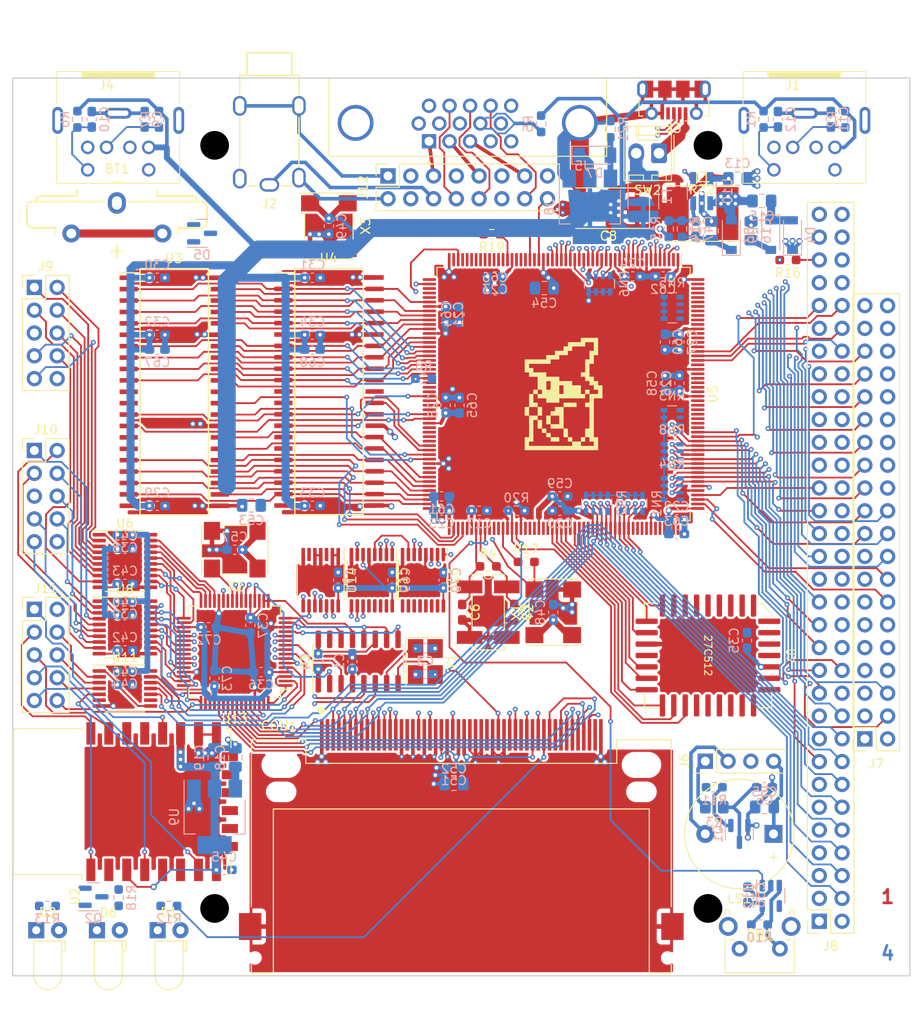
<source format=kicad_pcb>
(kicad_pcb (version 20211014) (generator pcbnew)
  (layers (0 "F.Cu" signal) (1 "In1.Cu" signal) (2 "In2.Cu" signal) (31 "B.Cu" signal) (34 "B.Paste" user) (35 "F.Paste" user) (36 "B.SilkS" user "B.Silkscreen") (37 "F.SilkS" user "F.Silkscreen") (38 "B.Mask" user) (39 "F.Mask" user) (44 "Edge.Cuts" user))
  (net 0 "")
  (net 1 "GND")
  (net 2 "Net-(C1-Pad2)")
  (net 3 "+5V")
  (net 4 "Net-(J11-Pad4)")
  (net 5 "/USB_DP")
  (net 6 "/DACK1")
  (net 7 "/DACK0")
  (net 8 "Net-(C5-Pad1)")
  (net 9 "Net-(C2-Pad1)")
  (net 10 "Net-(C3-Pad1)")
  (net 11 "Net-(J6-Pad1)")
  (net 12 "Net-(J6-Pad2)")
  (net 13 "Net-(Q1-Pad1)")
  (net 14 "+BATT")
  (net 15 "Net-(F1-Pad2)")
  (net 16 "+3V3")
  (net 17 "Net-(C6-Pad1)")
  (net 18 "Net-(C7-Pad1)")
  (net 19 "/MEMW")
  (net 20 "/MEMR")
  (net 21 "/REFRESH")
  (net 22 "/MEMCS16")
  (net 23 "/MASTER")
  (net 24 "/IOCS16")
  (net 25 "/DACK5")
  (net 26 "/TC")
  (net 27 "/IOCHRDY")
  (net 28 "/AEN")
  (net 29 "/SD8")
  (net 30 "/SD9")
  (net 31 "/SD10")
  (net 32 "/SD11")
  (net 33 "/SD12")
  (net 34 "/SD13")
  (net 35 "/SD14")
  (net 36 "/SD15")
  (net 37 "/KBSJ")
  (net 38 "/XD7")
  (net 39 "/XD6")
  (net 40 "/XD5")
  (net 41 "/XD4")
  (net 42 "/XD3")
  (net 43 "/BD15")
  (net 44 "/BD14")
  (net 45 "/BD13")
  (net 46 "/BD12")
  (net 47 "/BD11")
  (net 48 "/BD10")
  (net 49 "/BD9")
  (net 50 "/BD8")
  (net 51 "/BD7")
  (net 52 "/BD6")
  (net 53 "/BD5")
  (net 54 "/BD4")
  (net 55 "/BD3")
  (net 56 "/BD2")
  (net 57 "/BD1")
  (net 58 "/BD0")
  (net 59 "/XD2")
  (net 60 "/XD1")
  (net 61 "/XD0")
  (net 62 "/SD7")
  (net 63 "/SD6")
  (net 64 "/SD5")
  (net 65 "/SD4")
  (net 66 "/SD3")
  (net 67 "/SD2")
  (net 68 "/SD1")
  (net 69 "/SD0")
  (net 70 "/SA15")
  (net 71 "/SA14")
  (net 72 "/SA13")
  (net 73 "/SA12")
  (net 74 "/SA11")
  (net 75 "/SA10")
  (net 76 "/SA9")
  (net 77 "/SA8")
  (net 78 "/SA7")
  (net 79 "/SA6")
  (net 80 "/SA5")
  (net 81 "/SA4")
  (net 82 "/SA3")
  (net 83 "/SA2")
  (net 84 "/SA1")
  (net 85 "/SA0")
  (net 86 "/SPKR")
  (net 87 "/WEJ")
  (net 88 "/RASJ0")
  (net 89 "/MA0")
  (net 90 "/MA1")
  (net 91 "/MA2")
  (net 92 "/MA3")
  (net 93 "/MA4")
  (net 94 "/MA5")
  (net 95 "/MA6")
  (net 96 "/MA7")
  (net 97 "/MA8")
  (net 98 "/MA9")
  (net 99 "/CAS0J1")
  (net 100 "/CAS0J0")
  (net 101 "/CAS1J0")
  (net 102 "/CAS1J1")
  (net 103 "/RASJ1")
  (net 104 "/MSCLK")
  (net 105 "/KBCLK")
  (net 106 "/KBDAT")
  (net 107 "/MSDAT")
  (net 108 "Net-(C15-Pad1)")
  (net 109 "Net-(C15-Pad2)")
  (net 110 "Net-(C47-Pad2)")
  (net 111 "/LA23")
  (net 112 "/LA22")
  (net 113 "/LA21")
  (net 114 "/LA20")
  (net 115 "/LA19")
  (net 116 "/LA18")
  (net 117 "/LA17")
  (net 118 "-12V")
  (net 119 "+12V")
  (net 120 "/SMEMW")
  (net 121 "/IOW")
  (net 122 "/SMEMR")
  (net 123 "/RESETL")
  (net 124 "/IRQ14")
  (net 125 "/IOR")
  (net 126 "/HDCS0")
  (net 127 "/HDCS1")
  (net 128 "Net-(J3-Pad1)")
  (net 129 "/~{CF_BUSY}")
  (net 131 "Net-(BT1-Pad1)")
  (net 132 "/DRQ7")
  (net 133 "/VGA_R")
  (net 134 "/VGA_G")
  (net 135 "/VGA_B")
  (net 136 "/DACK7")
  (net 137 "/SND_R")
  (net 138 "/RI1")
  (net 139 "/SBHE")
  (net 140 "/DRQ6")
  (net 141 "/DACK6")
  (net 142 "/DRQ5")
  (net 143 "/DRQ0")
  (net 144 "/DACK2")
  (net 145 "/DRQ1")
  (net 146 "/DRQ3")
  (net 147 "/DACK3")
  (net 148 "/DRQ2")
  (net 149 "/UART_INTA")
  (net 150 "/RX1")
  (net 151 "/0x3F8")
  (net 152 "/TX1")
  (net 153 "/0x2F8")
  (net 154 "/RX2")
  (net 155 "/UART_INTB")
  (net 156 "/UART_INTC")
  (net 157 "/0x3E8")
  (net 158 "/0x2E8")
  (net 159 "/UART_INTD")
  (net 160 "/TX2")
  (net 161 "/CTS1")
  (net 162 "/RTS1")
  (net 163 "/DSR1")
  (net 164 "/DTR1")
  (net 165 "/DCD1")
  (net 166 "/RI2")
  (net 167 "/CTS2")
  (net 168 "/RTS2")
  (net 169 "/DSR2")
  (net 170 "/DTR2")
  (net 171 "/DCD2")
  (net 172 "/VGA_MON")
  (net 173 "Net-(J11-Pad1)")
  (net 174 "Net-(J11-Pad8)")
  (net 175 "Net-(J11-Pad6)")
  (net 176 "Net-(J12-Pad6)")
  (net 177 "/SND_L")
  (net 178 "Net-(J5-Pad9)")
  (net 179 "/VGA_HS")
  (net 180 "/VGA_VS")
  (net 181 "/IRQ9")
  (net 182 "/IRQ7")
  (net 183 "/IRQ6")
  (net 184 "/IRQ5")
  (net 185 "/IRQ4")
  (net 186 "/IRQ3")
  (net 187 "/IRQ10")
  (net 188 "/IRQ11")
  (net 189 "/IRQ15")
  (net 190 "/SA19")
  (net 191 "/SA18")
  (net 192 "/SA17")
  (net 193 "/SA16")
  (net 194 "/IOCHK")
  (net 195 "/RSTDRV")
  (net 196 "/NOWS")
  (net 197 "/SYSCLK")
  (net 198 "/BALE")
  (net 199 "/14MHz")
  (net 200 "/ESP_TX")
  (net 201 "/ESP_RX")
  (net 202 "/ESP_CTS")
  (net 203 "/ESP_RTS")
  (net 204 "Net-(R10-Pad2)")
  (net 205 "/CLK2")
  (net 206 "/PWG")
  (net 207 "Net-(D6-Pad1)")
  (net 208 "/ESP_RST")
  (net 209 "Net-(J8-Pad59)")
  (net 210 "Net-(D7-Pad2)")
  (net 211 "Net-(R17-Pad1)")
  (net 212 "Net-(R19-Pad1)")
  (net 213 "Net-(U13-Pad25)")
  (net 236 "Net-(R22-Pad2)")
  (net 275 "/GPCS0")
  (net 313 "Net-(U13-Pad1)")
  (net 314 "Net-(D1-Pad1)")
  (net 315 "Net-(D2-Pad1)")
  (net 316 "Net-(Q2-Pad2)")
  (net 317 "/CTS_ESP")
  (net 318 "/RX_USB")
  (net 319 "/TX_USB")
  (net 320 "/RTS_USB")
  (net 321 "/DTR_USB")
  (net 322 "/DSR_USB")
  (net 323 "/CTS_USB")
  (net 324 "/CTS_COM1")
  (net 325 "/TX_COM1")
  (net 326 "/DSR_COM1")
  (net 327 "/RTS_COM1")
  (net 328 "/DTR_COM1")
  (net 329 "/CD_COM1")
  (net 330 "/RI_COM1")
  (net 331 "/RX_COM1")
  (net 332 "/RX_COM2")
  (net 333 "/DTR_COM2")
  (net 334 "/RI_COM2")
  (net 335 "/RTS_COM2")
  (net 336 "/TX_COM2")
  (net 337 "/CD_COM2")
  (net 338 "/DSR_COM2")
  (net 339 "/CTS_COM2")
  (net 340 "/RTS_ESP")
  (net 341 "/TX_ESP")
  (net 342 "/RX_ESP")
  (net 343 "Net-(U15-Pad4)")
  (net 347 "/USB_DN")
  (footprint "Connector_PinHeader_2.54mm:PinHeader_2x05_P2.54mm_Vertical" (layer "F.Cu") (at 101.8 89.0925)
    (fp_text reference "J10")
    (fp_text value "COM2")
  )
  (footprint "RF_Module:ESP-12E" (layer "F.Cu") (at 111.6 128.2 90)
    (fp_text reference "U2")
    (fp_text value "ESP-12E")
  )
  (footprint "Package_SO:SOIC-16_3.9x9.9mm_P1.27mm" (layer "F.Cu") (at 137.9 112.6 90)
    (fp_text reference "U1")
    (fp_text value "CH340G")
  )
  (footprint "mygraphic:black-mage-12.5x8.6" (layer "F.Cu") (at 160.800001 82.8)
    (fp_text reference "LOGO1" hide)
    (fp_text value "graphic" hide)
  )
  (footprint "Connector_PinSocket_2.54mm:PinSocket_2x32_P2.54mm_Vertical" (layer "F.Cu") (at 189.31 141.525 180)
    (fp_text reference "J8")
    (fp_text value "PC104")
  )
  (footprint "Inductor_SMD:L_Taiyo-Yuden_NR-60xx_HandSoldering" (layer "F.Cu") (at 176.3 62.7)
    (fp_text reference "L1")
    (fp_text value "10u")
  )
  (footprint "Package_SO:TSSOP-14_4.4x5mm_P0.65mm" (layer "F.Cu") (at 111.9 115.6)
    (fp_text reference "U11")
    (fp_text value "TXB0104PW")
  )
  (footprint "Resistor_SMD:R_0603_1608Metric_Pad0.98x0.95mm_HandSolder" (layer "F.Cu") (at 185.8125 67.8692 180)
    (fp_text reference "R16")
    (fp_text value "22")
  )
  (footprint "Resistor_SMD:R_0603_1608Metric_Pad0.98x0.95mm_HandSolder" (layer "F.Cu") (at 176.2 58.6 180)
    (fp_text reference "R22")
    (fp_text value "51k")
  )
  (footprint "Connector_Dsub:DSUB-15-HD_Female_Horizontal_P2.29x1.98mm_EdgePinOffset3.03mm_Housed_MountingHolesOffset4.94mm" (layer "F.Cu") (at 145.8 54.65 180)
    (fp_text reference "J5")
    (fp_text value "DB15_Female_HighDensity_MountingHoles")
  )
  (footprint "my:SOJ-42" (layer "F.Cu") (at 134.6 83.47)
    (fp_text reference "U4")
    (fp_text value "MSM5118160F-JS")
  )
  (footprint "my:MountingHole_3.2mm_M3_dk5.2mm_Mask" (layer "F.Cu") (at 176.9 140.1)
    (fp_text reference "H3" hide)
    (fp_text value "Screw M3 dk=5mm L=4mm")
  )
  (footprint "my:MountingHole_3.2mm_M3_dk5.2mm_Mask" (layer "F.Cu") (at 121.9 55.1)
    (fp_text reference "H1" hide)
    (fp_text value "Screw M3 dk=5mm L=4mm")
  )
  (footprint "my:SOJ-42" (layer "F.Cu") (at 117.35 83.5)
    (fp_text reference "U3")
    (fp_text value "MSM5118160F-JS")
  )
  (footprint "Resistor_SMD:R_0603_1608Metric_Pad0.98x0.95mm_HandSolder" (layer "F.Cu") (at 156.6375 101.5)
    (fp_text reference "R17")
    (fp_text value "22")
  )
  (footprint "Connector_USB:USB_Micro-B_Molex-105017-0001" (layer "F.Cu") (at 173.1 50.08 180)
    (fp_text reference "J3")
    (fp_text value "USB_B_Micro")
  )
  (footprint "my:PJ-322" (layer "F.Cu") (at 128 52.805)
    (fp_text reference "J2")
    (fp_text value "PJ-322")
  )
  (footprint "Capacitor_SMD:C_0603_1608Metric_Pad1.08x0.95mm_HandSolder" (layer "F.Cu") (at 149.5 107.1 -90)
    (fp_text reference "C6")
    (fp_text value "15p")
  )
  (footprint "LED_THT:LED_D3.0mm_Horizontal_O1.27mm_Z6.0mm" (layer "F.Cu") (at 115.55 142.525)
    (fp_text reference "D1")
    (fp_text value "LED_Red")
  )
  (footprint "Package_QFP:LQFP-64_10x10mm_P0.5mm" (layer "F.Cu") (at 124.13 111.52 180)
    (fp_text reference "U13")
    (fp_text value "ST16C554")
  )
  (footprint "Resistor_SMD:R_0603_1608Metric_Pad0.98x0.95mm_HandSolder" (layer "F.Cu") (at 152.8 65 180)
    (fp_text reference "R19")
    (fp_text value "22")
  )
  (footprint "Connector_PinSocket_2.54mm:PinSocket_2x08_P2.54mm_Vertical" (layer "F.Cu") (at 141.225 58.51 90)
    (fp_text reference "J12")
    (fp_text value "Conn_02x07_Odd_Even")
  )
  (footprint "Package_QFP:PQFP-208_28x28mm_P0.5mm" (layer "F.Cu") (at 160.8 82.8 -90)
    (fp_text reference "U5")
    (fp_text value "M6117D")
  )
  (footprint "Capacitor_SMD:C_0603_1608Metric_Pad1.08x0.95mm_HandSolder" (layer "F.Cu") (at 155.3 107.1 -90)
    (fp_text reference "C7")
    (fp_text value "15p")
  )
  (footprint "Oscillator:Oscillator_SMD_SeikoEpson_SG8002CA-4Pin_7.0x5.0mm" (layer "F.Cu") (at 159.65 107.11 90)
    (fp_text reference "X1")
    (fp_text value "14.318 MHz")
  )
  (footprint "Package_SO:TSSOP-20_4.4x6.5mm_P0.65mm" (layer "F.Cu") (at 111.9 101.4)
    (fp_text reference "U6")
    (fp_text value "GD75232PW")
  )
  (footprint "Oscillator:Oscillator_SMD_SeikoEpson_SG8002CA-4Pin_7.0x5.0mm" (layer "F.Cu") (at 124.14375 100.14 180)
    (fp_text reference "X2")
    (fp_text value "1.8432 Mhz")
  )
  (footprint "my:PLCC-32_11.4x14.0mm_P1.27mm-longpads" (layer "F.Cu") (at 176.9 111.925 -90)
    (fp_text reference "U7")
    (fp_text value "27C512")
  )
  (footprint "Capacitor_Tantalum_SMD:CP_EIA-7343-31_Kemet-D_Pad2.25x2.55mm_HandSolder" (layer "F.Cu") (at 165.8 62.1 180)
    (fp_text reference "C8")
    (fp_text value "100u")
  )
  (footprint "my:MountingHole_3.2mm_M3_dk5.2mm_Mask" (layer "F.Cu") (at 176.9 55.1)
    (fp_text reference "H2" hide)
    (fp_text value "Screw M3 dk=5mm L=4mm")
  )
  (footprint "LED_THT:LED_D3.0mm_Horizontal_O1.27mm_Z6.0mm" (layer "F.Cu") (at 108.78 142.525)
    (fp_text reference "D6")
    (fp_text value "LED_Blue")
  )
  (footprint "Package_SO:TSSOP-14_4.4x5mm_P0.65mm" (layer "F.Cu") (at 133.725 103.5375 -90)
    (fp_text reference "U14")
    (fp_text value "74HCT32")
  )
  (footprint "my:TE_1734451-1-LONG" (layer "F.Cu") (at 149.4 120.7625)
    (fp_text reference "CON1")
    (fp_text value "CF-CARD-cfcard")
  )
  (footprint "Crystal:Crystal_SMD_SeikoEpson_TSX3225-4Pin_3.2x2.5mm_HandSoldering" (layer "F.Cu") (at 145.3875 112.6 -90)
    (fp_text reference "Y1")
    (fp_text value "12 MHz")
  )
  (footprint "Connector_PinSocket_2.54mm:PinSocket_2x20_P2.54mm_Vertical" (layer "F.Cu") (at 194.385 121.21 180)
    (fp_text reference "J7")
    (fp_text value "PC104_16")
  )
  (footprint "my:MountingHole_3.2mm_M3_dk5.2mm_Mask" (layer "F.Cu") (at 121.9 140.1)
    (fp_text reference "H4" hide)
    (fp_text value "Screw M3 dk=5mm L=4mm")
  )
  (footprint "Connector_Molex:Molex_KK-254_AE-6410-02A_1x02_P2.54mm_Vertical" (layer "F.Cu") (at 171.44 55.98 180)
    (fp_text reference "SW2")
    (fp_text value "Jumper / Pin header 1x2 Pitch=2.54mm")
  )
  (footprint "LED_THT:LED_D3.0mm_Horizontal_O1.27mm_Z6.0mm" (layer "F.Cu") (at 102.01 142.525)
    (fp_text reference "D2")
    (fp_text value "LED_Green")
  )
  (footprint "Connector_PinHeader_2.54mm:PinHeader_2x05_P2.54mm_Vertical" (layer "F.Cu") (at 101.8 70.925)
    (fp_text reference "J9")
    (fp_text value "COM1")
  )
  (footprint "Oscillator:Oscillator_SMD_SeikoEpson_SG8002CA-4Pin_7.0x5.0mm" (layer "F.Cu") (at 134.6375 64.1 -90)
    (fp_text reference "X3")
    (fp_text value "80 MHz")
  )
  (footprint "Button_Switch_THT:SW_Tactile_SPST_Angled_PTS645Vx83-2LFS" (layer "F.Cu") (at 184.9175 144.5875 180)
    (fp_text reference "SW1")
    (fp_text value "SW_Push")
  )
  (footprint "Package_SO:TSSOP-16_4.4x5mm_P0.65mm" (layer "F.Cu") (at 139.425 103.5375 -90)
    (fp_text reference "U15")
    (fp_text value "74HCT138")
  )
  (footprint "my:minidin-6" (layer "F.Cu") (at 111.15 53.1)
    (fp_text reference "J4")
    (fp_text value "Mini-DIN-6" hide)
  )
  (footprint "Buzzer_Beeper:Buzzer_12x9.5RM7.6" (layer "F.Cu") (at 184.2 131.8 180)
    (fp_text reference "LS1")
    (fp_text value "Speaker")
  )
  (footprint "my:CR2032V" (layer "F.Cu") (at 105.92 64.9198)
    (fp_text reference "BT1")
    (fp_text value "1775485-1 or S8401-46")
  )
  (footprint "Connector_PinHeader_2.54mm:PinHeader_1x04_P2.54mm_Vertical" (layer "F.Cu") (at 176.6 123.7 90)
    (fp_text reference "J6")
    (fp_text value "Conn_01x04")
  )
  (footprint "Package_SO:TSSOP-16_4.4x5mm_P0.65mm" (layer "F.Cu") (at 145.125 103.5375 -90)
    (fp_text reference "U16")
    (fp_text value "74HCT138")
  )
  (footprint "my:minidin-6" (layer "F.Cu") (at 187.65 53.1)
    (fp_text reference "J1")
    (fp_text value "Mini-DIN-6" hide)
  )
  (footprint "Connector_PinHeader_2.54mm:PinHeader_2x05_P2.54mm_Vertical" (layer "F.Cu") (at 101.8 106.78)
    (fp_text reference "J11")
    (fp_text value "ESP")
  )
  (footprint "Package_SO:TSSOP-20_4.4x6.5mm_P0.65mm" (layer "F.Cu") (at 111.9 108.8)
    (fp_text reference "U8")
    (fp_text value "GD75232PW")
  )
  (footprint "Resistor_SMD:R_0603_1608Metric_Pad0.98x0.95mm_HandSolder" (layer "F.Cu") (at 152.4 102)
    (fp_text reference "R4")
    (fp_text value "10M")
  )
  (footprint "Crystal:Crystal_SMD_SeikoEpson_MC306-4Pin_8.0x3.2mm_HandSoldering" (layer "F.Cu") (at 152.4 107.1 -90)
    (fp_text reference "Y2")
    (fp_text value "32768 Hz")
  )
  (footprint "Resistor_SMD:R_0603_1608Metric_Pad0.98x0.95mm_HandSolder" (layer "B.Cu") (at 155.55 95.8 180)
    (fp_text reference "R20")
    (fp_text value "4.7k")
  )
  (footprint "Resistor_SMD:R_0805_2012Metric_Pad1.20x1.40mm_HandSolder" (layer "B.Cu") (at 177.6 128.83)
    (fp_text reference "R3")
    (fp_text value "33")
  )
  (footprint "Fuse:Fuse_1812_4532Metric_Pad1.30x3.40mm_HandSolder" (layer "B.Cu") (at 169.7 60.8 90)
    (fp_text reference "F1")
    (fp_text value "2A")
  )
  (footprint "Capacitor_SMD:C_0603_1608Metric_Pad1.08x0.95mm_HandSolder" (layer "B.Cu") (at 175.5 64.4 90)
    (fp_text reference "C47")
    (fp_text value "10p")
  )
  (footprint "Diode_SMD:D_MiniMELF" (layer "B.Cu") (at 164.275 56.2)
    (fp_text reference "D7")
    (fp_text value "BZV55C5V6")
  )
  (footprint "Capacitor_SMD:C_0805_2012Metric_Pad1.18x1.45mm_HandSolder" (layer "B.Cu") (at 158.65 71)
    (fp_text reference "C54")
    (fp_text value "10u")
  )
  (footprint "Capacitor_SMD:C_0603_1608Metric_Pad1.08x0.95mm_HandSolder" (layer "B.Cu") (at 160.4 94.2 180)
    (fp_text reference "C59")
    (fp_text value "1u")
  )
  (footprint "Resistor_SMD:R_0603_1608Metric_Pad0.98x0.95mm_HandSolder" (layer "B.Cu") (at 145.2 81.1 180)
    (fp_text reference "R8")
    (fp_text value "4.7k")
  )
  (footprint "Capacitor_SMD:C_0603_1608Metric_Pad1.08x0.95mm_HandSolder" (layer "B.Cu") (at 183.2 126.6)
    (fp_text reference "C5")
    (fp_text value "10n")
  )
  (footprint "Capacitor_SMD:C_0603_1608Metric_Pad1.08x0.95mm_HandSolder" (layer "B.Cu") (at 145.3875 111.125)
    (fp_text reference "C2")
    (fp_text value "22p")
  )
  (footprint "Capacitor_SMD:C_0805_2012Metric_Pad1.18x1.45mm_HandSolder" (layer "B.Cu") (at 148.575 126.225 180)
    (fp_text reference "C52")
    (fp_text value "10u")
  )
  (footprint "Resistor_SMD:R_Array_Convex_4x0603" (layer "B.Cu") (at 172.9 85.8 180)
    (fp_text reference "RN3")
    (fp_text value "4.7k")
  )
  (footprint "Capacitor_SMD:C_0603_1608Metric_Pad1.08x0.95mm_HandSolder" (layer "B.Cu") (at 122.9625 135.8 180)
    (fp_text reference "C45")
    (fp_text value "100n")
  )
  (footprint "Capacitor_SMD:C_0603_1608Metric_Pad1.08x0.95mm_HandSolder" (layer "B.Cu") (at 160.4 95.8)
    (fp_text reference "C20")
    (fp_text value "100n")
  )
  (footprint "Capacitor_SMD:C_0603_1608Metric_Pad1.08x0.95mm_HandSolder" (layer "B.Cu") (at 172.1 77 90)
    (fp_text reference "C60")
    (fp_text value "1u")
  )
  (footprint "Capacitor_SMD:C_0603_1608Metric_Pad1.08x0.95mm_HandSolder" (layer "B.Cu") (at 149.2 73.95 -90)
    (fp_text reference "C64")
    (fp_text value "1u")
  )
  (footprint "Capacitor_SMD:C_0603_1608Metric_Pad1.08x0.95mm_HandSolder" (layer "B.Cu") (at 111.9 113.65)
    (fp_text reference "C44")
    (fp_text value "100n")
  )
  (footprint "Resistor_SMD:R_Array_Convex_4x0603" (layer "B.Cu") (at 164.5 94.98 90)
    (fp_text reference "RN2")
    (fp_text value "4.7k")
  )
  (footprint "Capacitor_SMD:C_0805_2012Metric_Pad1.18x1.45mm_HandSolder" (layer "B.Cu") (at 124.2 123.3 -90)
    (fp_text reference "C18")
    (fp_text value "10u")
  )
  (footprint "Capacitor_SMD:C_0603_1608Metric_Pad1.08x0.95mm_HandSolder" (layer "B.Cu") (at 121.88 114.47 90)
    (fp_text reference "C73")
    (fp_text value "100n")
  )
  (footprint "Capacitor_SMD:C_0603_1608Metric_Pad1.08x0.95mm_HandSolder" (layer "B.Cu") (at 173.72 77 90)
    (fp_text reference "C27")
    (fp_text value "100n")
  )
  (footprint "Capacitor_SMD:C_0603_1608Metric_Pad1.08x0.95mm_HandSolder" (layer "B.Cu") (at 168.5125 69.7 180)
    (fp_text reference "C24")
    (fp_text value "100n")
  )
  (footprint "Capacitor_SMD:C_0603_1608Metric_Pad1.08x0.95mm_HandSolder" (layer "B.Cu") (at 132.8 77.85)
    (fp_text reference "C68")
    (fp_text value "1u")
  )
  (footprint "Capacitor_SMD:C_0603_1608Metric_Pad1.08x0.95mm_HandSolder" (layer "B.Cu") (at 147.2 95.8)
    (fp_text reference "C25")
    (fp_text value "100n")
  )
  (footprint "Package_TO_SOT_SMD:SOT-23" (layer "B.Cu") (at 108.4 138.8)
    (fp_text reference "Q2")
    (fp_text value "BC856")
  )
  (footprint "Package_TO_SOT_SMD:SOT-223-3_TabPin2" (layer "B.Cu") (at 121.9 129.9 -90)
    (fp_text reference "U9")
    (fp_text value "AMS1117-3.3")
  )
  (footprint "Capacitor_SMD:C_0805_2012Metric_Pad1.18x1.45mm_HandSolder" (layer "B.Cu") (at 183.2 128.8 180)
    (fp_text reference "C55")
    (fp_text value "10u")
  )
  (footprint "Capacitor_SMD:C_0603_1608Metric_Pad1.08x0.95mm_HandSolder" (layer "B.Cu") (at 148.575 124.425)
    (fp_text reference "C51")
    (fp_text value "100n")
  )
  (footprint "Capacitor_SMD:C_0603_1608Metric_Pad1.08x0.95mm_HandSolder" (layer "B.Cu") (at 111.9 105.875)
    (fp_text reference "C39")
    (fp_text value "100n")
  )
  (footprint "Capacitor_SMD:C_0603_1608Metric_Pad1.08x0.95mm_HandSolder" (layer "B.Cu") (at 115.5 69.85 180)
    (fp_text reference "C30")
    (fp_text value "100n")
  )
  (footprint "Capacitor_SMD:C_0603_1608Metric_Pad1.08x0.95mm_HandSolder" (layer "B.Cu") (at 147.65 84.05 -90)
    (fp_text reference "C28")
    (fp_text value "100n")
  )
  (footprint "Package_TO_SOT_SMD:SOT-23" (layer "B.Cu") (at 120.5 64.9)
    (fp_text reference "D5")
    (fp_text value "BAT54C")
  )
  (footprint "Capacitor_SMD:C_0603_1608Metric_Pad1.08x0.95mm_HandSolder" (layer "B.Cu") (at 134.6375 64.1 90)
    (fp_text reference "C49")
    (fp_text value "100n")
  )
  (footprint "Capacitor_SMD:C_0603_1608Metric_Pad1.08x0.95mm_HandSolder" (layer "B.Cu") (at 111.9 107.45 180)
    (fp_text reference "C40")
    (fp_text value "100n")
  )
  (footprint "Diode_SMD:D_SOD-123" (layer "B.Cu") (at 179.5 65.1 90)
    (fp_text reference "D3")
    (fp_text value "MBR0520")
  )
  (footprint "Capacitor_SMD:C_0603_1608Metric_Pad1.08x0.95mm_HandSolder" (layer "B.Cu") (at 181.3 138.6 90)
    (fp_text reference "C56")
    (fp_text value "100n")
  )
  (footprint "Capacitor_SMD:C_0603_1608Metric_Pad1.08x0.95mm_HandSolder" (layer "B.Cu") (at 132.8 69.85 180)
    (fp_text reference "C31")
    (fp_text value "100n")
  )
  (footprint "Capacitor_SMD:C_0603_1608Metric_Pad1.08x0.95mm_HandSolder" (layer "B.Cu") (at 133.45 112.6 -90)
    (fp_text reference "C4")
    (fp_text value "100n")
  )
  (footprint "Capacitor_SMD:C_0603_1608Metric_Pad1.08x0.95mm_HandSolder" (layer "B.Cu") (at 171.9 69.7)
    (fp_text reference "C62")
    (fp_text value "1u")
  )
  (footprint "Capacitor_SMD:C_0603_1608Metric_Pad1.08x0.95mm_HandSolder" (layer "B.Cu") (at 137.25 112.6 -90)
    (fp_text reference "C1")
    (fp_text value "10n")
  )
  (footprint "Resistor_SMD:R_0603_1608Metric_Pad0.98x0.95mm_HandSolder" (layer "B.Cu") (at 103.26 139.82)
    (fp_text reference "R13")
    (fp_text value "470")
  )
  (footprint "Resistor_SMD:R_0603_1608Metric_Pad0.98x0.95mm_HandSolder" (layer "B.Cu") (at 172.525 64.4 -90)
    (fp_text reference "R15")
    (fp_text value "13.3k")
  )
  (footprint "Resistor_SMD:R_Array_Convex_4x0603" (layer "B.Cu") (at 172.9 73.2 180)
    (fp_text reference "RN5")
    (fp_text value "330")
  )
  (footprint "Resistor_SMD:R_Array_Convex_4x0603" (layer "B.Cu") (at 172.9 93.4 180)
    (fp_text reference "RN4")
    (fp_text value "330")
  )
  (footprint "Resistor_SMD:R_0603_1608Metric_Pad0.98x0.95mm_HandSolder" (layer "B.Cu") (at 183.1 52.2 -90)
    (fp_text reference "R1")
    (fp_text value "4.7k")
  )
  (footprint "Capacitor_SMD:C_0603_1608Metric_Pad1.08x0.95mm_HandSolder" (layer "B.Cu") (at 147.425 103.5375 90)
    (fp_text reference "C70")
    (fp_text value "100n")
  )
  (footprint "Capacitor_SMD:C_0603_1608Metric_Pad1.08x0.95mm_HandSolder" (layer "B.Cu") (at 114.1 52.2 90)
    (fp_text reference "C9")
    (fp_text value "47p")
  )
  (footprint "Capacitor_SMD:C_0603_1608Metric_Pad1.08x0.95mm_HandSolder" (layer "B.Cu") (at 111.9 111.35 180)
    (fp_text reference "C42")
    (fp_text value "100n")
  )
  (footprint "Resistor_SMD:R_0603_1608Metric_Pad0.98x0.95mm_HandSolder" (layer "B.Cu") (at 115.7 52.2 -90)
    (fp_text reference "R7")
    (fp_text value "4.7k")
  )
  (footprint "Capacitor_SMD:C_0603_1608Metric_Pad1.08x0.95mm_HandSolder" (layer "B.Cu") (at 132.8 95.25 180)
    (fp_text reference "C33")
    (fp_text value "100n")
  )
  (footprint "Capacitor_SMD:C_0603_1608Metric_Pad1.08x0.95mm_HandSolder" (layer "B.Cu") (at 132.8 76.2 180)
    (fp_text reference "C34")
    (fp_text value "100n")
  )
  (footprint "Capacitor_SMD:C_0603_1608Metric_Pad1.08x0.95mm_HandSolder" (layer "B.Cu") (at 111.9 100.05 180)
    (fp_text reference "C41")
    (fp_text value "100n")
  )
  (footprint "Capacitor_SMD:C_0603_1608Metric_Pad1.08x0.95mm_HandSolder" (layer "B.Cu") (at 124.14375 100.14 180)
    (fp_text reference "C57")
    (fp_text value "100n")
  )
  (footprint "Capacitor_SMD:C_0603_1608Metric_Pad1.08x0.95mm_HandSolder" (layer "B.Cu") (at 111.9 98.475)
    (fp_text reference "C38")
    (fp_text value "100n")
  )
  (footprint "Resistor_SMD:R_Array_Convex_4x0603" (layer "B.Cu") (at 164.8 70.52 90)
    (fp_text reference "RN6")
    (fp_text value "4.7k")
  )
  (footprint "Capacitor_SMD:C_0603_1608Metric_Pad1.08x0.95mm_HandSolder" (layer "B.Cu") (at 173.72 81.6 -90)
    (fp_text reference "C26")
    (fp_text value "100n")
  )
  (footprint "Resistor_SMD:R_Array_Convex_4x0603" (layer "B.Cu") (at 168.4 94.98 90)
    (fp_text reference "RN1")
    (fp_text value "4.7k")
  )
  (footprint "Resistor_SMD:R_0603_1608Metric_Pad0.98x0.95mm_HandSolder" (layer "B.Cu") (at 177.6 126.6)
    (fp_text reference "R11")
    (fp_text value "1k")
  )
  (footprint "Capacitor_SMD:C_0805_2012Metric_Pad1.18x1.45mm_HandSolder" (layer "B.Cu") (at 126 95.2)
    (fp_text reference "C53")
    (fp_text value "10u")
  )
  (footprint "Capacitor_SMD:C_0603_1608Metric_Pad1.08x0.95mm_HandSolder" (layer "B.Cu") (at 173.4 98.4 180)
    (fp_text reference "C63")
    (fp_text value "1u")
  )
  (footprint "Capacitor_SMD:C_0603_1608Metric_Pad1.08x0.95mm_HandSolder" (layer "B.Cu") (at 115.5 76.2 180)
    (fp_text reference "C32")
    (fp_text value "100n")
  )
  (footprint "Capacitor_SMD:C_0603_1608Metric_Pad1.08x0.95mm_HandSolder" (layer "B.Cu") (at 147.65 73.95 90)
    (fp_text reference "C21")
    (fp_text value "100n")
  )
  (footprint "Capacitor_SMD:C_0603_1608Metric_Pad1.08x0.95mm_HandSolder" (layer "B.Cu") (at 190.6 52.2 90)
    (fp_text reference "C11")
    (fp_text value "47p")
  )
  (footprint "Resistor_SMD:R_0603_1608Metric_Pad0.98x0.95mm_HandSolder" (layer "B.Cu") (at 106.6 52.2 -90)
    (fp_text reference "R6")
    (fp_text value "4.7k")
  )
  (footprint "Capacitor_SMD:C_0603_1608Metric_Pad1.08x0.95mm_HandSolder" (layer "B.Cu") (at 135.675 103.5375 90)
    (fp_text reference "C71")
    (fp_text value "100n")
  )
  (footprint "Capacitor_SMD:C_0603_1608Metric_Pad1.08x0.95mm_HandSolder" (layer "B.Cu") (at 151.4 95.8)
    (fp_text reference "C17")
    (fp_text value "100n")
  )
  (footprint "Resistor_SMD:R_Array_Convex_4x0603" (layer "B.Cu") (at 172.9 89.6 180)
    (fp_text reference "RN8")
    (fp_text value "1k")
  )
  (footprint "Resistor_SMD:R_0603_1608Metric_Pad0.98x0.95mm_HandSolder" (layer "B.Cu") (at 158.3 52.7 -90)
    (fp_text reference "R5")
    (fp_text value "0")
  )
  (footprint "Capacitor_SMD:C_0603_1608Metric_Pad1.08x0.95mm_HandSolder" (layer "B.Cu") (at 159.65 107.11 -90)
    (fp_text reference "C48")
    (fp_text value "100n")
  )
  (footprint "Package_TO_SOT_SMD:SOT-23" (layer "B.Cu") (at 180.4 131.8 -90)
    (fp_text reference "Q1")
    (fp_text value "BC817")
  )
  (footprint "Capacitor_SMD:C_0603_1608Metric_Pad1.08x0.95mm_HandSolder" (layer "B.Cu") (at 115.5 95.25 180)
    (fp_text reference "C29")
    (fp_text value "100n")
  )
  (footprint "Capacitor_SMD:C_0603_1608Metric_Pad1.08x0.95mm_HandSolder" (layer "B.Cu") (at 172.1 81.6 -90)
    (fp_text reference "C58")
    (fp_text value "1u")
  )
  (footprint "Capacitor_SMD:C_0805_2012Metric_Pad1.18x1.45mm_HandSolder" (layer "B.Cu") (at 180.2 58.8 180)
    (fp_text reference "C13")
    (fp_text value "2.2u")
  )
  (footprint "Capacitor_SMD:C_0603_1608Metric_Pad1.08x0.95mm_HandSolder" (layer "B.Cu") (at 141.715 103.5375 90)
    (fp_text reference "C69")
    (fp_text value "100n")
  )
  (footprint "Resistor_SMD:R_0603_1608Metric_Pad0.98x0.95mm_HandSolder" (layer "B.Cu") (at 174 64.4 90)
    (fp_text reference "R14")
    (fp_text value "113k")
  )
  (footprint "Diode_SMD:D_SOD-123" (layer "B.Cu") (at 186.325 65.1 90)
    (fp_text reference "D4")
    (fp_text value "MBR0520")
  )
  (footprint "Capacitor_SMD:C_0603_1608Metric_Pad1.08x0.95mm_HandSolder" (layer "B.Cu") (at 184.7 52.2 90)
    (fp_text reference "C12")
    (fp_text value "47p")
  )
  (footprint "Diode_SMD:D_SOD-123" (layer "B.Cu") (at 183.9 65.1 -90)
    (fp_text reference "D9")
    (fp_text value "MBR0520")
  )
  (footprint "Package_TO_SOT_SMD:SOT-23-5_HandSoldering" (layer "B.Cu") (at 176.2 60.2 90)
    (fp_text reference "U10")
    (fp_text value "LT1930")
  )
  (footprint "Capacitor_SMD:C_0603_1608Metric_Pad1.08x0.95mm_HandSolder" (layer "B.Cu") (at 121.23 108.77)
    (fp_text reference "C72")
    (fp_text value "100n")
  )
  (footprint "Capacitor_SMD:C_0603_1608Metric_Pad1.08x0.95mm_HandSolder" (layer "B.Cu") (at 115.5 77.85)
    (fp_text reference "C67")
    (fp_text value "1u")
  )
  (footprint "Capacitor_SMD:C_0603_1608Metric_Pad1.08x0.95mm_HandSolder" (layer "B.Cu") (at 147.2 94.2)
    (fp_text reference "C61")
    (fp_text value "1u")
  )
  (footprint "Capacitor_SMD:C_0805_2012Metric_Pad1.18x1.45mm_HandSolder" (layer "B.Cu") (at 177.3 64.63 -90)
    (fp_text reference "C14")
    (fp_text value "10u")
  )
  (footprint "Capacitor_SMD:C_0603_1608Metric_Pad1.08x0.95mm_HandSolder" (layer "B.Cu") (at 181.25 110.25 -90)
    (fp_text reference "C35")
    (fp_text value "100n")
  )
  (footprint "Capacitor_SMD:C_0603_1608Metric_Pad1.08x0.95mm_HandSolder" (layer "B.Cu") (at 125.88 108.57 90)
    (fp_text reference "C37")
    (fp_text value "100n")
  )
  (footprint "Capacitor_SMD:C_0603_1608Metric_Pad1.08x0.95mm_HandSolder" (layer "B.Cu") (at 108.2 52.2 90)
    (fp_text reference "C10")
    (fp_text value "47p")
  )
  (footprint "Capacitor_SMD:C_0805_2012Metric_Pad1.18x1.45mm_HandSolder" (layer "B.Cu") (at 182.9 61.3)
    (fp_text reference "C15")
    (fp_text value "100n")
  )
  (footprint "Resistor_SMD:R_0603_1608Metric_Pad0.98x0.95mm_HandSolder" (layer "B.Cu") (at 111.2 138.9 90)
    (fp_text reference "R18")
    (fp_text value "470")
  )
  (footprint "Capacitor_SMD:C_0603_1608Metric_Pad1.08x0.95mm_HandSolder" (layer "B.Cu") (at 173.4 96.75 180)
    (fp_text reference "C22")
    (fp_text value "100n")
  )
  (footprint "Capacitor_SMD:C_0603_1608Metric_Pad1.08x0.95mm_HandSolder" (layer "B.Cu") (at 127.08 113.77)
    (fp_text reference "C36")
    (fp_text value "100n")
  )
  (footprint "Capacitor_SMD:C_0603_1608Metric_Pad1.08x0.95mm_HandSolder" (layer "B.Cu") (at 111.9 103.95 180)
    (fp_text reference "C43")
    (fp_text value "100n")
  )
  (footprint "Resistor_SMD:R_0603_1608Metric_Pad0.98x0.95mm_HandSolder" (layer "B.Cu") (at 192.2 52.2 -90)
    (fp_text reference "R2")
    (fp_text value "4.7k")
  )
  (footprint "Capacitor_SMD:C_0603_1608Metric_Pad1.08x0.95mm_HandSolder" (layer "B.Cu") (at 111.9 115.2 180)
    (fp_text reference "C46")
    (fp_text value "100n")
  )
  (footprint "Resistor_SMD:R_0603_1608Metric_Pad0.98x0.95mm_HandSolder" (layer "B.Cu") (at 166.025 53.3 90)
    (fp_text reference "R21")
    (fp_text value "1k")
  )
  (footprint "Capacitor_SMD:C_0603_1608Metric_Pad1.08x0.95mm_HandSolder" (layer "B.Cu") (at 145.3875 114 180)
    (fp_text reference "C3")
    (fp_text value "22p")
  )
  (footprint "Capacitor_SMD:C_0603_1608Metric_Pad1.08x0.95mm_HandSolder" (layer "B.Cu") (at 149.2 84.05 90)
    (fp_text reference "C65")
    (fp_text value "1u")
  )
  (footprint "Package_TO_SOT_SMD:SOT-223-3_TabPin2" (layer "B.Cu") (at 163.73 61.95 -90)
    (fp_text reference "D8")
    (fp_text value "BT168GW")
  )
  (footprint "Capacitor_SMD:C_0603_1608Metric_Pad1.08x0.95mm_HandSolder" (layer "B.Cu") (at 153.15 71.25 180)
    (fp_text reference "C66")
    (fp_text value "1u")
  )
  (footprint "Capacitor_SMD:C_0805_2012Metric_Pad1.18x1.45mm_HandSolder" (layer "B.Cu") (at 181.7 64.63 90)
    (fp_text reference "C16")
    (fp_text value "1u")
  )
  (footprint "Resistor_SMD:R_0603_1608Metric_Pad0.98x0.95mm_HandSolder" (layer "B.Cu") (at 116.8 139.82)
    (fp_text reference "R12")
    (fp_text value "470")
  )
  (footprint "Resistor_SMD:R_0603_1608Metric_Pad0.98x0.95mm_HandSolder" (layer "B.Cu") (at 182.6425 141.9)
    (fp_text reference "R10")
    (fp_text value "10k")
  )
  (footprint "Capacitor_SMD:C_0805_2012Metric_Pad1.18x1.45mm_HandSolder" (layer "B.Cu") (at 121.9 123.3 -90)
    (fp_text reference "C19")
    (fp_text value "10u")
  )
  (footprint "Capacitor_SMD:C_0603_1608Metric_Pad1.08x0.95mm_HandSolder" (layer "B.Cu") (at 153.15 69.7)
    (fp_text reference "C23")
    (fp_text value "100n")
  )
  (footprint "Package_TO_SOT_SMD:SOT-23-5" (layer "B.Cu") (at 183.9 138.7 -90)
    (fp_text reference "U12")
    (fp_text value "MAX823LEUK")
  )
  (gr_rect (start 99.4 47.6) (end 199.4 147.6) (layer "Edge.Cuts") (width 0.15) (fill none))
  (gr_text "1" (at 196.925 138.8) (layer "F.Cu") (effects (font (size 1.5 1.5) (thickness 0.3))))
  (gr_text "4" (at 196.925 145.1) (layer "B.Cu") (effects (font (size 1.5 1.5) (thickness 0.3))))
  (segment (start 138.055 76.17) (end 138.05 76.175) (width 0.4) (layer "F.Cu") (net 1))
  (segment (start 152.8925 122.5525) (end 152.8925 120.7625) (width 0.2) (layer "F.Cu") (net 1))
  (segment (start 160.7 62.6) (end 160.8 62.1) (width 0.9) (layer "F.Cu") (net 1))
  (segment (start 120.55 95.25) (end 119.7 95.25) (width 0.4) (layer "F.Cu") (net 1))
  (segment (start 164.9575 120.7625) (end 164.9575 123.1575) (width 0.4) (layer "F.Cu") (net 1))
  (segment (start 162.615 59.285) (end 162.6 59.3) (width 2) (layer "F.Cu") (net 1))
  (segment (start 146.5425 123.1925) (end 146.5425 120.7625) (width 0.2) (layer "F.Cu") (net 1))
  (segment (start 133.8425 120.7625) (end 133.8425 123.1575) (width 0.4) (layer "F.Cu") (net 1))
  (segment (start 109.0375 117.55) (end 110.6 117.55) (width 0.2) (layer "F.Cu") (net 1))
  (segment (start 145.2725 123.1975) (end 145.2725 120.7625) (width 0.2) (layer "F.Cu") (net 1))
  (segment (start 120.1 120.6) (end 120.1 122.8) (width 0.9) (layer "F.Cu") (net 1))
  (segment (start 140.78 86.33) (end 141.45 87) (width 0.4) (layer "F.Cu") (net 1))
  (segment (start 175.6 50.3) (end 176.6 50.3) (width 0.4) (layer "F.Cu") (net 1))
  (segment (start 171.8 50.3) (end 172.1 50.3) (width 0.4) (layer "F.Cu") (net 1))
  (segment (start 176.6 50.3) (end 176.6 48.8425) (width 0.4) (layer "F.Cu") (net 1))
  (segment (start 154.475 109.915) (end 154.475 108.7875) (width 0.4) (layer "F.Cu") (net 1))
  (segment (start 139.73 86.33) (end 140.78 86.33) (width 0.4) (layer "F.Cu") (net 1))
  (segment (start 122.48 76.2) (end 120.85 76.2) (width 0.4) (layer "F.Cu") (net 1))
  (segment (start 141.504011 95.22) (end 141.6 95.315989) (width 0.4) (layer "F.Cu") (net 1))
  (segment (start 122.48 69.85) (end 120.6 69.85) (width 0.4) (layer "F.Cu") (net 1))
  (segment (start 160.1 62.2) (end 160.7 62.6) (width 0.9) (layer "F.Cu") (net 1))
  (segment (start 161.75 104.57) (end 161.75 106.25) (width 0.4) (layer "F.Cu") (net 1))
  (segment (start 120.3 86.125) (end 119.475 86.125) (width 0.4) (layer "F.Cu") (net 1))
  (segment (start 174.1 50.3) (end 175.6 50.3) (width 0.4) (layer "F.Cu") (net 1))
  (segment (start 120.6 69.85) (end 119.85 69.85) (width 0.4) (layer "F.Cu") (net 1))
  (segment (start 153.54 123.8245) (end 153.54 123.2) (width 0.2) (layer "F.Cu") (net 1))
  (segment (start 146.363815 123.21065) (end 146.52435 123.21065) (width 0.2) (layer "F.Cu") (net 1))
  (segment (start 141.45 87) (end 142 87.55) (width 0.4) (layer "F.Cu") (net 1))
  (segment (start 142.7325 120.7625) (end 142.7325 123.1825) (width 0.2) (layer "F.Cu") (net 1))
  (segment (start 169.6 48.8425) (end 176.6 48.8425) (width 0.4) (layer "F.Cu") (net 1))
  (segment (start 133.825 123.175) (end 134.275 123.8) (width 0.4) (layer "F.Cu") (net 1))
  (segment (start 151.6225 122.5525) (end 150.9875 123.1875) (width 0.2) (layer "F.Cu") (net 1))
  (segment (start 150.325 108.7875) (end 150.325 109.915) (width 0.4) (layer "F.Cu") (net 1))
  (segment (start 145.275 123.2) (end 145.2725 123.1975) (width 0.4) (layer "F.Cu") (net 1))
  (segment (start 171.8 51.5425) (end 171.8 50.3) (width 0.4) (layer "F.Cu") (net 1))
  (segment (start 119.85 69.85) (end 119.825 69.825) (width 0.4) (layer "F.Cu") (net 1))
  (segment (start 162.6 62.1) (end 160.7 62.6) (width 0.9) (layer "F.Cu") (net 1))
  (segment (start 164.94 123.175) (end 164.49 123.8) (width 0.4) (layer "F.Cu") (net 1))
  (segment (start 154.1625 122.5475) (end 154.1625 120.7625) (width 0.2) (layer "F.Cu") (net 1))
  (segment (start 144.0025 120.7625) (end 144.0025 123.1975) (width 0.2) (layer "F.Cu") (net 1))
  (segment (start 138.05 76.175) (end 137.225 76.175) (width 0.4) (layer "F.Cu") (net 1))
  (segment (start 162.6 62.1) (end 160.7 61.7) (width 0.9) (layer "F.Cu") (net 1))
  (segment (start 160.7 61.7) (end 160.1 62.2) (width 0.9) (layer "F.Cu") (net 1))
  (segment (start 122.48 95.25) (end 124.866511 95.25) (width 0.4) (layer "F.Cu") (net 1))
  (segment (start 154.55 97.7625) (end 154.55 96.7) (width 0.2) (layer "F.Cu") (net 1))
  (segment (start 120.1 122.8) (end 121.6 122.8) (width 0.9) (layer "F.Cu") (net 1))
  (segment (start 175.6 50.3) (end 175.6 51.5425) (width 0.4) (layer "F.Cu") (net 1))
  (segment (start 150.3525 122.5525) (end 150.9875 123.1875) (width 0.2) (layer "F.Cu") (net 1))
  (segment (start 120.85 76.2) (end 120.8 76.15) (width 0.4) (layer "F.Cu") (net 1))
  (segment (start 146.52435 123.21065) (end 146.5425 123.1925) (width 0.2) (layer "F.Cu") (net 1))
  (segment (start 170.6 51.5425) (end 162.615 52.6) (width 0.9) (layer "F.Cu") (net 1))
  (segment (start 153.54 123.8245) (end 153.54 123.17) (width 0.2) (layer "F.Cu") (net 1))
  (segment (start 133.8425 123.1575) (end 133.825 123.175) (width 0.4) (layer "F.Cu") (net 1))
  (segment (start 144.0025 123.1975) (end 144 123.2) (width 0.4) (layer "F.Cu") (net 1))
  (segment (start 142 87.55) (end 142 87.6) (width 0.4) (layer "F.Cu") (net 1))
  (segment (start 169.6 50.3) (end 170.6 50.3) (width 0.4) (layer "F.Cu") (net 1))
  (segment (start 169.6 48.8425) (end 169.6 50.3) (width 0.4) (layer "F.Cu") (net 1))
  (segment (start 147.8125 120.7625) (end 147.8125 123.1875) (width 0.2) (layer "F.Cu") (net 1))
  (segment (start 150.9875 123.1875) (end 150.9875 120.7625) (width 0.2) (layer "F.Cu") (net 1))
  (segment (start 153.54 123.2) (end 152.8925 122.5525) (width 0.2) (layer "F.Cu") (net 1))
  (segment (start 133.455 113.455) (end 133.45 113.45) (width 0.4) (layer "F.Cu") (net 1))
  (segment (start 139.73 76.17) (end 138.055 76.17) (width 0.4) (layer "F.Cu") (net 1))
  (segment (start 133.825 123.175) (end 133.375 123.8) (width 0.4) (layer "F.Cu") (net 1))
  (segment (start 162.6 62.1) (end 162.6 59.3) (width 1.4) (layer "F.Cu") (net 1))
  (segment (start 149.5 107.9625) (end 150.325 108.7875) (width 0.4) (layer "F.Cu") (net 1))
  (segment (start 171.8 51.5425) (end 170.6 51.5425) (width 0.4) (layer "F.Cu") (net 1))
  (segment (start 138.145 69.82) (end 138.125 69.8) (width 0.4) (layer "F.Cu") (net 1))
  (segment (start 174.1 48.8425) (end 174.1 50.3) (width 0.4) (layer "F.Cu") (net 1))
  (segment (start 122.48 86.36) (end 120.535 86.36) (width 0.4) (layer "F.Cu") (net 1))
  (segment (start 172.1 50.3) (end 174.1 50.3) (width 0.4) (layer "F.Cu") (net 1))
  (segment (start 139.73 95.22) (end 138.195989 95.22) (width 0.4) (layer "F.Cu") (net 1))
  (segment (start 147.8125 123.1875) (end 147.825 123.2) (width 0.4) (layer "F.Cu") (net 1))
  (segment (start 139.73 95.22) (end 141.504011 95.22) (width 0.4) (layer "F.Cu") (net 1))
  (segment (start 122.1 120.6) (end 122.1 122.3) (width 0.9) (layer "F.Cu") (net 1))
  (segment (start 138.125 69.8) (end 137.325 69.8) (width 0.4) (layer "F.Cu") (net 1))
  (segment (start 150.3525 120.7625) (end 150.3525 122.5525) (width 0.2) (layer "F.Cu") (net 1))
  (segment (start 122.48 95.25) (end 120.55 95.25) (width 0.4) (layer "F.Cu") (net 1))
  (segment (start 139.73 69.82) (end 138.145 69.82) (width 0.4) (layer "F.Cu") (net 1))
  (segment (start 150.98 123.8245) (end 150.9875 123.817) (width 0.2) (layer "F.Cu") (net 1))
  (segment (start 153.54 123.17) (end 154.1625 122.5475) (width 0.2) (layer "F.Cu") (net 1))
  (segment (start 142.7325 123.1825) (end 142.75 123.2) (width 0.4) (layer "F.Cu") (net 1))
  (segment (start 162.615 52.6) (end 162.615 59.285) (width 2) (layer "F.Cu") (net 1))
  (segment (start 124.866511 95.25) (end 124.9625 95.345989) (width 0.4) (layer "F.Cu") (net 1))
  (segment (start 133.455 115.075) (end 133.455 113.455) (width 0.4) (layer "F.Cu") (net 1))
  (segment (start 164.94 123.175) (end 165.39 123.8) (width 0.4) (layer "F.Cu") (net 1))
  (segment (start 172.1 50.3) (end 170.6 50.3) (width 0.4) (layer "F.Cu") (net 1))
  (segment (start 154.475 108.7875) (end 155.3 107.9625) (width 0.4) (layer "F.Cu") (net 1))
  (segment (start 154.55 96.7) (end 154.23 96.38) (width 0.4) (layer "F.Cu") (net 1))
  (segment (start 122.10875 100.15) (end 122.11875 100.14) (width 0.4) (layer "F.Cu") (net 1))
  (segment (start 151.6225 120.7625) (end 151.6225 122.5525) (width 0.2) (layer "F.Cu") (net 1))
  (segment (start 122.1 122.3) (end 121.6 122.8) (width 0.9) (layer "F.Cu") (net 1))
  (segment (start 138.195989 95.22) (end 138.1 95.315989) (width 0.4) (layer "F.Cu") (net 1))
  (segment (start 150.9875 123.817) (end 150.9875 123.1875) (width 0.2) (layer "F.Cu") (net 1))
  (segment (start 147.825 123.2) (end 147.86 123.2) (width 0.4) (layer "F.Cu") (net 1))
  (segment (start 120.8 76.15) (end 119.95 76.15) (width 0.4) (layer "F.Cu") (net 1))
  (segment (start 172.1 48.8425) (end 172.1 50.3) (width 0.4) (layer "F.Cu") (net 1))
  (segment (start 120.535 86.36) (end 120.3 86.125) (width 0.4) (layer "F.Cu") (net 1))
  (segment (start 170.6 50.3) (end 170.6 51.5425) (width 0.4) (layer "F.Cu") (net 1))
  (via (at 147.4 90.55) (size 0.7) (drill 0.4) (layers "F.Cu" "B.Cu") (net 1))
  (via (at 171.05 69.7) (size 0.7) (drill 0.4) (layers "F.Cu" "B.Cu") (net 1))
  (via (at 182.4 58.8) (size 0.7) (drill 0.4) (layers "F.Cu" "B.Cu") (net 1))
  (via (at 161.25 94.2) (size 0.7) (drill 0.4) (layers "F.Cu" "B.Cu") (net 1))
  (via (at 163.6 72.4) (size 0.7) (drill 0.4) (layers "F.Cu" "B.Cu") (net 1))
  (via (at 120.85 122.8) (size 0.7) (drill 0.4) (layers "F.Cu" "B.Cu") (net 1))
  (via (at 158.55 69.3) (size 0.7) (drill 0.4) (layers "F.Cu" "B.Cu") (net 1))
  (via (at 111.025 105.875) (size 0.7) (drill 0.4) (layers "F.Cu" "B.Cu") (net 1))
  (via (at 138.125 69.8) (size 0.7) (drill 0.4) (layers "F.Cu" "B.Cu") (net 1))
  (via (at 153.1 70.475) (size 0.7) (drill 0.4) (layers "F.Cu" "B.Cu") (net 1))
  (via (at 144 123.2) (size 0.55) (drill 0.25) (layers "F.Cu" "B.Cu") (net 1))
  (via (at 134.63 65) (size 0.7) (drill 0.4) (layers "F.Cu" "B.Cu") (net 1))
  (via (at 159.7 71) (size 0.7) (drill 0.4) (layers "F.Cu" "B.Cu") (net 1))
  (via (at 149.19 83.2) (size 0.7) (drill 0.4) (layers "F.Cu" "B.Cu") (net 1))
  (via (at 149.2 74.82) (size 0.7) (drill 0.4) (layers "F.Cu" "B.Cu") (net 1))
  (via (at 122.38 107.225) (size 0.7) (drill 0.4) (layers "F.Cu" "B.Cu") (net 1))
  (via (at 145.275 123.2) (size 0.55) (drill 0.25) (layers "F.Cu" "B.Cu") (net 1))
  (via (at 112.76 115.19) (size 0.7) (drill 0.4) (layers "F.Cu" "B.Cu") (net 1))
  (via (at 160.75 106.65) (size 0.7) (drill 0.4) (layers "F.Cu" "B.Cu") (net 1))
  (via (at 124.2 121.8) (size 0.7) (drill 0.4) (layers "F.Cu" "B.Cu") (net 1))
  (via (at 160.1 62.2) (size 0.55) (drill 0.25) (layers "F.Cu" "B.Cu") (net 1))
  (via (at 120.55 95.25) (size 0.7) (drill 0.4) (layers "F.Cu" "B.Cu") (net 1))
  (via (at 152.25 95.8) (size 0.7) (drill 0.4) (layers "F.Cu" "B.Cu") (net 1))
  (via (at 126.36 115.47) (size 0.7) (drill 0.4) (layers "F.Cu" "B.Cu") (net 1))
  (via (at 148.025 69.175) (size 0.7) (drill 0.4) (layers "F.Cu" "B.Cu") (net 1))
  (via (at 161.75 107.1) (size 0.7) (drill 0.4) (layers "F.Cu" "B.Cu") (net 1))
  (via (at 152.29 69.7) (size 0.7) (drill 0.4) (layers "F.Cu" "B.Cu") (net 1))
  (via (at 146.475 111.15) (size 0.7) (drill 0.4) (layers "F.Cu" "B.Cu") (net 1))
  (via (at 182.4 58) (size 0.7) (drill 0.4) (layers "F.Cu" "B.Cu") (net 1))
  (via (at 148 91.1) (size 0.7) (drill 0.4) (layers "F.Cu" "B.Cu") (net 1))
  (via (at 119.475 86.125) (size 0.7) (drill 0.4) (layers "F.Cu" "B.Cu") (net 1))
  (via (at 153.54 123.8245) (size 0.55) (drill 0.25) (layers "F.Cu" "B.Cu") (net 1))
  (via (at 128.175 108.35) (size 0.7) (drill 0.4) (layers "F.Cu" "B.Cu") (net 1))
  (via (at 120.2 129) (size 0.7) (drill 0.4) (layers "F.Cu" "B.Cu") (net 1))
  (via (at 161.75 106.25) (size 0.7) (drill 0.4) (layers "F.Cu" "B.Cu") (net 1))
  (via (at 182.4 59.6) (size 0.7) (drill 0.4) (layers "F.Cu" "B.Cu") (net 1))
  (via (at 112.76 103.95) (size 0.7) (drill 0.4) (layers "F.Cu" "B.Cu") (net 1))
  (via (at 164.49 123.8) (size 0.7) (drill 0.4) (layers "F.Cu" "B.Cu") (net 1))
  (via (at 141.6 95.315989) (size 0.7) (drill 0.4) (layers "F.Cu" "B.Cu") (net 1))
  (via (at 184.05 125.5) (size 0.7) (drill 0.4) (layers "F.Cu" "B.Cu") (net 1))
  (via (at 176.2 60.5) (size 0.7) (drill 0.4) (layers "F.Cu" "B.Cu") (net 1))
  (via (at 110.6 117.55) (size 0.7) (drill 0.4) (layers "F.Cu" "B.Cu") (net 1))
  (via (at 147.66 83.2) (size 0.7) (drill 0.4) (layers "F.Cu" "B.Cu") (net 1))
  (via (at 112.76 107.45) (size 0.7) (drill 0.4) (layers "F.Cu" "B.Cu") (net 1))
  (via (at 159.1 69.85) (size 0.7) (drill 0.4) (layers "F.Cu" "B.Cu") (net 1))
  (via (at 133.45 113.45) (size 0.7) (drill 0.4) (layers "F.Cu" "B.Cu") (net 1))
  (via (at 148.425 82.25) (size 0.7) (drill 0.4) (layers "F.Cu" "B.Cu") (net 1))
  (via (at 142 87.6) (size 0.7) (drill 0.4) (layers "F.Cu" "B.Cu") (net 1))
  (via (at 141.7 102.6625) (size 0.7) (drill 0.4) (layers "F.Cu" "B.Cu") (net 1))
  (via (at 160.7 61.7) (size 0.55) (drill 0.25) (layers "F.Cu" "B.Cu") (net 1))
  (via (at 133.6625 76.2) (size 0.7) (drill 0.4) (layers "F.Cu" "B.Cu") (net 1))
  (via (at 148.575 69.775) (size 0.7) (drill 0.4) (layers "F.Cu" "B.Cu") (net 1))
  (via (at 174.225 70.05) (size 0.7) (drill 0.4) (layers "F.Cu" "B.Cu") (net 1))
  (via (at 120.8 76.15) (size 0.7) (drill 0.4) (layers "F.Cu" "B.Cu") (net 1))
  (via (at 146.325 126.225) (size 0.7) (drill 0.4) (layers "F.Cu" "B.Cu") (net 1))
  (via (at 112.76 111.35) (size 0.7) (drill 0.4) (layers "F.Cu" "B.Cu") (net 1))
  (via (at 123.4 121.3) (size 0.7) (drill 0.4) (layers "F.Cu" "B.Cu") (net 1))
  (via (at 160.7 62.6) (size 0.55) (drill 0.25) (layers "F.Cu" "B.Cu") (net 1))
  (via (at 181.7 64) (size 0.7) (drill 0.4) (layers "F.Cu" "B.Cu") (net 1))
  (via (at 111.05 98.475) (size 0.7) (drill 0.4) (layers "F.Cu" "B.Cu") (net 1))
  (via (at 173.72 80.74) (size 0.7) (drill 0.4) (layers "F.Cu" "B.Cu") (net 1))
  (via (at 112.775 100.05) (size 0.7) (drill 0.4) (layers "F.Cu" "B.Cu") (net 1))
  (via (at 147.86 123.2) (size 0.55) (drill 0.25) (layers "F.Cu" "B.Cu") (net 1))
  (via (at 133.675 69.85) (size 0.7) (drill 0.4) (layers "F.Cu" "B.Cu") (net 1))
  (via (at 119.95 76.15) (size 0.7) (drill 0.4) (layers "F.Cu" "B.Cu") (net 1))
  (via (at 146.5 125.25) (size 0.7) (drill 0.4) (layers "F.Cu" "B.Cu") (net 1))
  (via (at 120.6 69.85) (size 0.7) (drill 0.4) (layers "F.Cu" "B.Cu") (net 1))
  (via (at 172.09 80.74) (size 0.7) (drill 0.4) (layers "F.Cu" "B.Cu") (net 1))
  (via (at 133.675 95.25) (size 0.7) (drill 0.4) (layers "F.Cu" "B.Cu") (net 1))
  (via (at 133.825 123.175) (size 0.7) (drill 0.4) (layers "F.Cu" "B.Cu") (net 1))
  (via (at 164.94 123.175) (size 0.7) (drill 0.4) (layers "F.Cu" "B.Cu") (net 1))
  (via (at 119.825 69.825) (size 0.7) (drill 0.4) (layers "F.Cu" "B.Cu") (net 1))
  (via (at 176.460429 62.741145) (size 0.7) (drill 0.4) (layers "F.Cu" "B.Cu") (net 1))
  (via (at 121.325 100.15) (size 0.7) (drill 0.4) (layers "F.Cu" "B.Cu") (net 1))
  (via (at 138.05 76.175) (size 0.7) (drill 0.4) (layers "F.Cu" "B.Cu") (net 1))
  (via (at 165.39 123.8) (size 0.7) (drill 0.4) (layers "F.Cu" "B.Cu") (net 1))
  (via (at 133.54 65) (size 0.7) (drill 0.4) (layers "F.Cu" "B.Cu") (net 1))
  (via (at 174.275 98.4) (size 0.7) (drill 0.4) (layers "F.Cu" "B.Cu") (net 1))
  (via (at 133.375 123.8) (size 0.7) (drill 0.4) (layers "F.Cu" "B.Cu") (net 1))
  (via (at 120.1 122.8) (size 0.7) (drill 0.4) (layers "F.Cu" "B.Cu") (net 1))
  (via (at 147.66 74.82) (size 0.7) (drill 0.4) (layers "F.Cu" "B.Cu") (net 1))
  (via (at 120.3 86.125) (size 0.7) (drill 0.4) (layers "F.Cu" "B.Cu") (net 1))
  (via (at 171.55 64.4) (size 0.7) (drill 0.4) (layers "F.Cu" "B.Cu") (net 1))
  (via (at 123.8 135.8) (size 0.7) (drill 0.4) (layers "F.Cu" "B.Cu") (net 1))
  (via (at 181.7 63.2) (size 0.7) (drill 0.4) (layers "F.Cu" "B.Cu") (net 1))
  (via (at 123.275 98.05) (size 0.7) (drill 0.4) (layers "F.Cu" "B.Cu") (net 1))
  (via (at 181.3 137.725) (size 0.55) (drill 0.25) (layers "F.Cu" "B.Cu") (net 1))
  (via (at 124.9625 95.345989) (size 0.7) (drill 0.4) (layers "F.Cu" "B.Cu") (net 1))
  (via (at 182.3 130.85) (size 0.7) (drill 0.4) (layers "F.Cu" "B.Cu") (net 1))
  (via (at 146.35 96.9) (size 0.7) (drill 0.4) (layers "F.Cu" "B.Cu") (net 1))
  (via (at 174.275 96.775) (size 0.7) (drill 0.4) (layers "F.Cu" "B.Cu") (net 1))
  (via (at 134.275 123.8) (size 0.7) (drill 0.4) (layers "F.Cu" "B.Cu") (net 1))
  (via (at 142.75 123.2) (size 0.55) (drill 0.25) (layers "F.Cu" "B.Cu") (net 1))
  (via (at 172.09 77.87) (size 0.7) (drill 0.4) (layers "F.Cu" "B.Cu") (net 1))
  (via (at 147.25 96.9) (size 0.7) (drill 0.4) (layers "F.Cu" "B.Cu") (net 1))
  (via (at 147.425 102.6875) (size 0.7) (drill 0.4) (layers "F.Cu" "B.Cu") (net 1))
  (via (at 119 129) (size 0.7) (drill 0.4) (layers "F.Cu" "B.Cu") (net 1))
  (via (at 152.29 71.25) (size 0.7) (drill 0.4) (layers "F.Cu" "B.Cu") (net 1))
  (via (at 187.1 65.775) (size 0.7) (drill 0.4) (layers "F.Cu" "B.Cu") (net 1))
  (via (at 119.86 113.77) (size 0.7) (drill 0.4) (layers "F.Cu" "B.Cu") (net 1))
  (via (at 111.04 113.66) (size 0.7) (drill 0.4) (layers "F.Cu" "B.Cu") (net 1))
  (via (at 147.475 69.775) (size 0.7) (drill 0.4) (layers "F.Cu" "B.Cu") (net 1))
  (via (at 119.6 128.4) (size 0.7) (drill 0.4) (layers "F.Cu" "B.Cu") (net 1))
  (via (at 116.375 95.25) (size 0.7) (drill 0.4) (layers "F.Cu" "B.Cu") (net 1))
  (via (at 159.55 95.8) (size 0.7) (drill 0.4) (layers "F.Cu" "B.Cu") (net 1))
  (via (at 156.45 95.8) (size 0.7) (drill 0.4) (layers "F.Cu" "B.Cu") (net 1))
  (via (at 186.325 65.75) (size 0.7) (drill 0.4) (layers "F.Cu" "B.Cu") (net 1))
  (via (at 155.525 94.85) (size 0.7) (drill 0.4) (layers "F.Cu" "B.Cu") (net 1))
  (via (at 146.363815 123.21065) (size 0.55) (drill 0.25) (layers "F.Cu" "B.Cu") (net 1))
  (via (at 176.2 61.55) (size 0.7) (drill 0.4) (layers "F.Cu" "B.Cu") (net 1))
  (via (at 177.3 63.554511) (size 0.7) (drill 0.4) (layers "F.Cu" "B.Cu") (net 1))
  (via (at 148 90) (size 0.7) (drill 0.4) (layers "F.Cu" "B.Cu") (net 1))
  (via (at 144.3 114.05) (size 0.7) (drill 0.4) (layers "F.Cu" "B.Cu") (net 1))
  (via (at 185.55 65.775) (size 0.7) (drill 0.4) (layers "F.Cu" "B.Cu") (net 1))
  (via (at 137.225 76.175) (size 0.7) (drill 0.4) (layers "F.Cu" "B.Cu") (net 1))
  (via (at 146.625 124.425) (size 0.7) (drill 0.4) (layers "F.Cu" "B.Cu") (net 1))
  (via (at 141.45 87) (size 0.7) (drill 0.4) (layers "F.Cu" "B.Cu") (net 1))
  (via (at 116.3625 76.2) (size 0.7) (drill 0.4) (layers "F.Cu" "B.Cu") (net 1))
  (via (at 150.98 123.8245) (size 0.55) (drill 0.25) (layers "F.Cu" "B.Cu") (net 1))
  (via (at 137.25 112.1495) (size 0.7) (drill 0.4) (layers "F.Cu" "B.Cu") (net 1))
  (via (at 119.7 95.25) (size 0.7) (drill 0.4) (layers "F.Cu" "B.Cu") (net 1))
  (via (at 147.65 76.05) (size 0.7) (drill 0.4) (layers "F.Cu" "B.Cu") (net 1))
  (via (at 137.325 69.8) (size 0.7) (drill 0.4) (layers "F.Cu" "B.Cu") (net 1))
  (via (at 173.72 77.87) (size 0.7) (drill 0.4) (layers "F.Cu" "B.Cu") (net 1))
  (via (at 138.1 95.315989) (size 0.7) (drill 0.4) (layers "F.Cu" "B.Cu") (net 1))
  (via (at 122.11875 100.14) (size 0.7) (drill 0.4) (layers "F.Cu" "B.Cu") (net 1))
  (via (at 116.35 69.85) (size 0.7) (drill 0.4) (layers "F.Cu" "B.Cu") (net 1))
  (via (at 169.3005 69.721965) (size 0.7) (drill 0.4) (layers "F.Cu" "B.Cu") (net 1))
  (via (at 135.675 102.6625) (size 0.7) (drill 0.4) (layers "F.Cu" "B.Cu") (net 1))
  (via (at 181.35 132.2) (size 0.7) (drill 0.4) (layers "F.Cu" "B.Cu") (net 1))
  (via (at 121.6 122.8) (size 0.7) (drill 0.4) (layers "F.Cu" "B.Cu") (net 1))
  (via (at 132.5375 65) (size 0.7) (drill 0.4) (layers "F.Cu" "B.Cu") (net 1))
  (segment (start 160.75 106.65) (end 161.75 106.25) (width 0.4) (layer "B.Cu") (net 1))
  (segment (start 171.6125 64.4) (end 171.55 64.4) (width 0.4) (layer "B.Cu") (net 1))
  (segment (start 160.8 54.415) (end 162.615 52.6) (width 1.4) (layer "B.Cu") (net 1))
  (segment (start 147.65 74.83) (end 147.66 74.82) (width 0.65) (layer "B.Cu") (net 1))
  (segment (start 174.275 96.775) (end 174.275 98.4) (width 0.65) (layer "B.Cu") (net 1))
  (segment (start 113.9125 51.525) (end 114.1 51.3375) (width 0.4) (layer "B.Cu") (net 1))
  (segment (start 144.35 114) (end 144.3 114.05) (width 0.4) (layer "B.Cu") (net 1))
  (segment (start 155.525 94.85) (end 155.525 94.875) (width 0.4) (layer "B.Cu") (net 1))
  (segment (start 147.633861 125.233861) (end 146.516139 125.233861) (width 0.4) (layer "B.Cu") (net 1))
  (segment (start 123.28125 98.0525) (end 123.2775 98.0525) (width 0.4) (layer "B.Cu") (net 1))
  (segment (start 147.633861 125.233861) (end 147.5375 126.225) (width 0.4) (layer "B.Cu") (net 1))
  (segment (start 123.28125 100.14) (end 123.28125 98.0525) (width 0.4) (layer "B.Cu") (net 1))
  (segment (start 166 71.42) (end 163.6 71.42) (width 0.2) (layer "B.Cu") (net 1))
  (segment (start 186.325 66.75) (end 187.1 65.975) (width 0.4) (layer "B.Cu") (net 1))
  (segment (start 155.525 94.875) (end 156.45 95.8) (width 0.4) (layer "B.Cu") (net 1))
  (segment (start 133.6625 69.85) (end 133.675 69.85) (width 0.4) (layer "B.Cu") (net 1))
  (segment (start 152.305 70.475) (end 152.29 70.46) (width 0.4) (layer "B.Cu") (net 1))
  (segment (start 161.43 58.8) (end 160.8 58.17) (width 1.4) (layer "B.Cu") (net 1))
  (segment (start 119.6 126.75) (end 120.2 129) (width 0.9) (layer "B.Cu") (net 1))
  (segment (start 125.88 109.445) (end 122.105 108.77) (width 0.65) (layer "B.Cu") (net 1))
  (segment (start 108.3875 51.525) (end 108.2 51.3375) (width 0.4) (layer "B.Cu") (net 1))
  (segment (start 183.327618 138.62452) (end 182.18702 138.62452) (width 0.4) (layer "B.Cu") (net 1))
  (segment (start 158.55 69.3) (end 159.7 70.45) (width 0.65) (layer "B.Cu") (net 1))
  (segment (start 184.0625 126.6) (end 184.0625 126.9) (width 0.4) (layer "B.Cu") (net 1))
  (segment (start 187.65 51.525) (end 184.8875 51.525) (width 0.4) (layer "B.Cu") (net 1))
  (segment (start 159.7 70.45) (end 159.7 71) (width 0.65) (layer "B.Cu") (net 1))
  (segment (start 119.6 126.75) (end 119 129) (width 0.9) (layer "B.Cu") (net 1))
  (segment (start 182.2875 130.8625) (end 182.3 130.85) (width 0.4) (layer "B.Cu") (net 1))
  (segment (start 152.29 70.46) (end 152.29 71.2475) (width 0.65) (layer "B.Cu") (net 1))
  (segment (start 116.3625 69.85) (end 116.35 69.85) (width 0.4) (layer "B.Cu") (net 1))
  (segment (start 146.3375 95.8) (end 146.3375 96.8875) (width 0.65) (layer "B.Cu") (net 1))
  (segment (start 181.7 63.5925) (end 181.7 64) (width 0.65) (layer "B.Cu") (net 1))
  (segment (start 111.15 51.525) (end 108.3875 51.525) (width 0.4) (layer "B.Cu") (net 1))
  (segment (start 160.3475 106.2475) (end 160.75 106.65) (width 0.4) (layer "B.Cu") (net 1))
  (segment (start 176.2 60.5) (end 176.2 61.55) (width 0.65) (layer "B.Cu") (net 1))
  (segment (start 121.88 113.6075) (end 126.23 113.77) (width 0.65) (layer "B.Cu") (net 1))
  (segment (start 181.7 63.5925) (end 181.7 63.2) (width 0.65) (layer "B.Cu") (net 1))
  (segment (start 133.6625 76.2) (end 133.6625 77.85) (width 0.65) (layer "B.Cu") (net 1))
  (segment (start 165.3 52.6) (end 162.615 52.6) (width 0.4) (layer "B.Cu") (net 1))
  (segment (start 171.05 69.7) (end 169.322465 69.7) (width 0.65) (layer "B.Cu") (net 1))
  (segment (start 147.7125 124.425) (end 146.625 124.425) (width 0.4) (layer "B.Cu") (net 1))
  (segment (start 177.3 63.5925) (end 177.3 63.554511) (width 0.65) (layer "B.Cu") (net 1))
  (segment (start 166.025 52.3875) (end 165.5125 52.3875) (width 0.4) (layer "B.Cu") (net 1))
  (segment (start 133.45 113.45) (end 133.45 113.4625) (width 0.4) (layer "B.Cu") (net 1))
  (segment (start 121.6 122.8) (end 121.6 122.5625) (width 0.9) (layer "B.Cu") (net 1))
  (segment (start 186.325 66.75) (end 185.55 65.975) (width 0.4) (layer "B.Cu") (net 1))
  (segment (start 134.6 65) (end 134.6375 64.9625) (width 0.4) (layer "B.Cu") (net 1))
  (segment (start 147.65 74.8125) (end 149.2 74.8125) (width 0.65) (layer "B.Cu") (net 1))
  (segment (start 190.4125 51.525) (end 190.6 51.3375) (width 0.4) (layer "B.Cu") (net 1))
  (segment (start 116.3625 77.85) (end 116.3625 76.2) (width 0.65) (layer "B.Cu") (net 1))
  (segment (start 144.525 114) (end 144.35 114) (width 0.4) (layer "B.Cu") (net 1))
  (segment (start 181.35 129.6125) (end 182.1625 128.8) (width 0.4) (layer "B.Cu") (net 1))
  (segment (start 121.31875 100.14) (end 121.31875 100.14375) (width 0.4) (layer "B.Cu") (net 1))
  (segment (start 147.65 76.05) (end 147.65 74.83) (width 0.65) (layer "B.Cu") (net 1))
  (segment (start 152.29 69.7) (end 152.29 70.46) (width 0.65) (layer "B.Cu") (net 1))
  (segment (start 181.35 130.8625) (end 181.35 132.2) (width 0.4) (layer "B.Cu") (net 1))
  (segment (start 126.2175 113.77) (end 126.36 115.47) (width 0.65) (layer "B.Cu") (net 1))
  (segment (start 181.2375 58.8) (end 182.0375 59.6) (width 0.4) (layer "B.Cu") (net 1))
  (segment (start 132.5375 65) (end 134.6 65) (width 0.65) (layer "B.Cu") (net 1))
  (segment (start 123.28125 100.14) (end 122.11875 100.14) (width 0.4) (layer "B.Cu") (net 1))
  (segment (start 173.7175 80.74) (end 173.72 80.7375) (width 0.65) (layer "B.Cu") (net 1))
  (segment (start 186.325 66.75) (end 186.325 65.75) (width 0.4) (layer "B.Cu") (net 1))
  (segment (start 187.65 51.525) (end 190.4125 51.525) (width 0.4) (layer "B.Cu") (net 1))
  (segment (start 183.9 138.052138) (end 183.327618 138.62452) (width 0.4) (layer "B.Cu") (net 1))
  (segment (start 122.0925 108.77) (end 122.38 107.225) (width 0.65) (layer "B.Cu") (net 1))
  (segment (start 123.2775 98.0525) (end 123.275 98.05) (width 0.4) (layer "B.Cu") (net 1))
  (segment (start 185.55 65.975) (end 185.55 65.775) (width 0.4) (layer "B.Cu") (net 1))
  (segment (start 122.11875 100.14) (end 121.31875 100.14) (width 0.4) (layer "B.Cu") (net 1))
  (segment (start 153.1 70.475) (end 152.305 70.475) (width 0.4) (layer "B.Cu") (net 1))
  (segment (start 181.2375 58.8) (end 182.4 58.8) (width 0.4) (layer "B.Cu") (net 1))
  (segment (start 160.75 106.65) (end 161.75 107.1) (width 0.4) (layer "B.Cu") (net 1))
  (segment (start 120.1 122.8) (end 120.85 122.8) (width 0.9) (layer "B.Cu") (net 1))
  (segment (start 146.3375 94.2) (end 146.3375 95.8) (width 0.65) (layer "B.Cu") (net 1))
  (segment (start 146.35 96.9) (end 147.25 96.9) (width 0.65) (layer "B.Cu") (net 1))
  (segment (start 132.54 64.9975) (end 132.5375 65) (width 0.65) (layer "B.Cu") (net 1))
  (segment (start 159.65 106.2475) (end 160.3475 106.2475) (width 0.4) (layer "B.Cu") (net 1))
  (segment (start 183.9 137.5625) (end 183.9 138.052138) (width 0.4) (layer "B.Cu") (net 1))
  (segment (start 172.525 65.3125) (end 171.6125 64.4) (width 0.4) (layer "B.Cu") (net 1))
  (segment (start 184.0625 126.9) (end 182.1625 128.8) (width 0.4) (layer "B.Cu") (net 1))
  (segment (start 177.3 63.5925) (end 177.3 63.580716) (width 0.65) (layer "B.Cu") (net 1))
  (segment (start 121.31875 100.14375) (end 121.325 100.15) (width 0.4) (layer "B.Cu") (net 1))
  (segment (start 146.25 111.125) (end 146.45 111.125) (width 0.4) (layer "B.Cu") (net 1))
  (segment (start 184.0625 126.6) (end 184.0625 125.5125) (width 0.4) (layer "B.Cu") (net 1))
  (segment (start 111.15 51.525) (end 113.9125 51.525) (width 0.4) (layer "B.Cu") (net 1))
  (segment (start 147.7125 124.425) (end 147.633861 125.233861) (width 0.4) (layer "B.Cu") (net 1))
  (segment (start 184.8875 51.525) (end 184.7 51.3375) (width 0.4) (layer "B.Cu") (net 1))
  (segment (start 177.3 63.580716) (end 176.460429 62.741145) (width 0.65) (layer "B.Cu") (net 1))
  (segment (start 160.8 58.17) (end 160.8 54.415) (width 1.4) (layer "B.Cu") (net 1))
  (segment (start 187.1 65.975) (end 187.1 65.775) (width 0.4) (layer "B.Cu") (net 1))
  (segment (start 152.29 71.2475) (end 152.2875 71.25) (width 0.65) (layer "B.Cu") (net 1))
  (segment (start 146.516139 125.233861) (end 146.5 125.25) (width 0.4) (layer "B.Cu") (net 1))
  (segment (start 181.35 130.8625) (end 182.2875 130.8625) (width 0.4) (layer "B.Cu") (net 1))
  (segment (start 121.6 122.5625) (end 121.9 122.2625) (width 0.9) (layer "B.Cu") (net 1))
  (segment (start 182.0375 59.6) (end 182.4 59.6) (width 0.4) (layer "B.Cu") (net 1))
  (segment (start 121.88 113.6075) (end 122.105 108.77) (width 0.65) (layer "B.Cu") (net 1))
  (segment (start 116.3625 95.25) (end 116.375 95.25) (width 0.65) (layer "B.Cu") (net 1))
  (segment (start 181.35 130.8625) (end 181.35 129.6125) (width 0.4) (layer "B.Cu") (net 1))
  (segment (start 169.322465 69.7) (end 169.3005 69.721965) (width 0.65) (layer "B.Cu") (net 1))
  (segment (start 161.75 106.25) (end 161.75 107.1) (width 0.4) (layer "B.Cu") (net 1))
  (segment (start 137.25 111.7375) (end 137.25 112.1495) (width 0.2) (layer "B.Cu") (net 1))
  (segment (start 176.2 61.55) (end 176.2 62.454511) (width 0.65) (layer "B.Cu") (net 1))
  (segment (start 146.45 111.125) (end 146.475 111.15) (width 0.4) (layer "B.Cu") (net 1))
  (segment (start 124.2 122.2625) (end 121.9 122.2625) (width 0.65) (layer "B.Cu") (net 1))
  (segment (start 172.1 77.8625) (end 173.72 77.8625) (width 0.65) (layer "B.Cu") (net 1))
  (segment (start 184.0625 125.5125) (end 184.05 125.5) (width 0.4) (layer "B.Cu") (net 1))
  (segment (start 165.5125 52.3875) (end 165.3 52.6) (width 0.4) (layer "B.Cu") (net 1))
  (segment (start 121.6 122.8) (end 120.85 122.8) (width 0.9) (layer "B.Cu") (net 1))
  (segment (start 182.0375 58) (end 182.4 58) (width 0.4) (layer "B.Cu") (net 1))
  (segment (start 176.2 62.454511) (end 177.3 63.554511) (width 0.65) (layer "B.Cu") (net 1))
  (segment (start 147.5375 126.225) (end 146.325 126.225) (width 0.4) (layer "B.Cu") (net 1))
  (segment (start 147.65 83.1875) (end 149.2 83.1875) (width 0.65) (layer "B.Cu") (net 1))
  (segment (start 163.6 71.42) (end 163.6 72.4) (width 0.2) (layer "B.Cu") (net 1))
  (segment (start 172.09 80.74) (end 173.7175 80.74) (width 0.65) (layer "B.Cu") (net 1))
  (segment (start 123.4 121.3) (end 124.2 122.2625) (width 0.65) (layer "B.Cu") (net 1))
  (segment (start 182.18702 138.62452) (end 181.3 137.7375) (width 0.4) (layer "B.Cu") (net 1))
  (segment (start 181.2375 58.8) (end 182.0375 58) (width 0.4) (layer "B.Cu") (net 1))
  (segment (start 146.3375 96.8875) (end 146.35 96.9) (width 0.65) (layer "B.Cu") (net 1))
  (segment (start 133.6625 95.25) (end 133.675 95.25) (width 0.4) (layer "B.Cu") (net 1))
  (segment (start 126.23 113.77) (end 125.88 109.4325) (width 0.65) (layer "B.Cu") (net 1))
  (segment (start 137.265 115.075) (end 137.265 113.465) (width 0.4) (layer "F.Cu") (net 2))
  (segment (start 137.265 113.465) (end 137.25 113.45) (width 0.4) (layer "F.Cu") (net 2))
  (via (at 137.25 113.45) (size 0.7) (drill 0.4) (layers "F.Cu" "B.Cu") (net 2))
  (segment (start 137.25 113.45) (end 137.25 113.4625) (width 0.4) (layer "B.Cu") (net 2))
  (segment (start 125.88 105.845) (end 125.88 107.68) (width 0.2) (layer "F.Cu") (net 3))
  (segment (start 114.7625 105.875) (end 112.75 105.875) (width 0.2) (layer "F.Cu") (net 3))
  (segment (start 162.500498 95.8) (end 163.85 96.45) (width 0.65) (layer "F.Cu") (net 3))
  (segment (start 131.9075 76.17) (end 131.9375 76.2) (width 0.4) (layer "F.Cu") (net 3))
  (segment (start 149.7175 120.7625) (end 149.7175 122.9425) (width 0.4) (layer "F.Cu") (net 3))
  (segment (start 148.05 95.8) (end 148.05 96.7) (width 0.4) (layer "F.Cu") (net 3))
  (segment (start 129.805 113.77) (end 128.03 113.77) (width 0.2) (layer "F.Cu") (net 3))
  (segment (start 172.75 69.7) (end 173.4125 69.0375) (width 0.4) (layer "F.Cu") (net 3))
  (segment (start 149.7175 122.9425) (end 150 123.225) (width 0.4) (layer "F.Cu") (net 3))
  (segment (start 167.601989 69.656639) (end 167.601989 69.7) (width 0.4) (layer "F.Cu") (net 3))
  (segment (start 136.315 61.56) (end 134.6375 63.2375) (width 0.65) (layer "F.Cu") (net 3))
  (segment (start 135.675 106.4) (end 135.675 104.4125) (width 0.2) (layer "F.Cu") (net 3))
  (segment (start 138.770717 111.5) (end 133.6505 111.5) (width 0.2) (layer "F.Cu") (net 3))
  (segment (start 138.45 100.675) (end 138.45 101.85) (width 0.2) (layer "F.Cu") (net 3))
  (segment (start 161.75 109.65) (end 161.3275 109.65) (width 0.4) (layer "F.Cu") (net 3))
  (segment (start 147.4 106.4) (end 147.4 104.4125) (width 0.2) (layer "F.Cu") (net 3))
  (segment (start 174.3 75.55) (end 174.55 75.55) (width 0.4) (layer "F.Cu") (net 3))
  (segment (start 166.55 67.8375) (end 166.55 68.604651) (width 0.2) (layer "F.Cu") (net 3))
  (segment (start 157.9725 109.65) (end 159.65 107.9725) (width 0.65) (layer "F.Cu") (net 3))
  (segment (start 136.7375 61.56) (end 136.315 61.56) (width 0.4) (layer "F.Cu") (net 3))
  (segment (start 157.55 109.65) (end 157.9725 109.65) (width 0.4) (layer "F.Cu") (net 3))
  (segment (start 158.05 96.5) (end 158.05 95.7) (width 0.65) (layer "F.Cu") (net 3))
  (segment (start 131.9075 95.22) (end 131.9375 95.25) (width 0.4) (layer "F.Cu") (net 3))
  (segment (start 139.805 110.125) (end 139.805 110.465717) (width 0.2) (layer "F.Cu") (net 3))
  (segment (start 147.65 84.925) (end 147.125 86.05) (width 0.4) (layer "F.Cu") (net 3))
  (segment (start 128 115.6) (end 128 113.8) (width 0.2) (layer "F.Cu") (net 3))
  (segment (start 126.88 106.72) (end 125.9 107.7) (width 0.2) (layer "F.Cu") (net 3))
  (segment (start 121.88 115.355) (end 121.875 115.35) (width 0.2) (layer "F.Cu") (net 3))
  (segment (start 127.38 117.195) (end 127.38 116.22) (width 0.2) (layer "F.Cu") (net 3))
  (segment (start 133.455 111.6955) (end 133.45 111.7005) (width 0.4) (layer "F.Cu") (net 3))
  (segment (start 147.65 73.05) (end 146.95 73.05) (width 0.4) (layer "F.Cu") (net 3))
  (segment (start 173.725 82.475) (end 174.3 83.05) (width 0.4) (layer "F.Cu") (net 3))
  (segment (start 154.025 69.7) (end 154.7625 68.9625) (width 0.4) (layer "F.Cu") (net 3))
  (segment (start 157.3375 120.7625) (end 157.3375 123.2375) (width 0.2) (layer "F.Cu") (net 3))
  (segment (start 158.05 95.7) (end 159.55 94.2) (width 0.65) (layer "F.Cu") (net 3))
  (segment (start 164.05 97.7625) (end 164.05 96.65) (width 0.2) (layer "F.Cu") (net 3))
  (segment (start 155.05 68.675) (end 154.7625 68.9625) (width 0.2) (layer "F.Cu") (net 3))
  (segment (start 170.55 97.7625) (end 170.55 96.575) (width 0.2) (layer "F.Cu") (net 3))
  (segment (start 112.32 69.85) (end 114.6375 69.85) (width 0.4) (layer "F.Cu") (net 3))
  (segment (start 126.68375 101.83) (end 124.99375 100.14) (width 0.65) (layer "F.Cu") (net 3))
  (segment (start 112.32 76.2) (end 114.6375 76.2) (width 0.4) (layer "F.Cu") (net 3))
  (segment (start 132.96 61.56) (end 134.6375 63.2375) (width 0.65) (layer "F.Cu") (net 3))
  (segment (start 112.32 95.25) (end 114.6375 95.25) (width 0.4) (layer "F.Cu") (net 3))
  (segment (start 126.95 98.04) (end 126.95 98.45) (width 0.4) (layer "F.Cu") (net 3))
  (segment (start 175.7625 95.55) (end 174.55 95.55) (width 0.2) (layer "F.Cu") (net 3))
  (segment (start 139.805 110.465717) (end 138.770717 111.5) (width 0.2) (layer "F.Cu") (net 3))
  (segment (start 147.1775 120.7625) (end 147.1775 123.215467) (width 0.2) (layer "F.Cu") (net 3))
  (segment (start 145.8375 86.05) (end 147.125 86.05) (width 0.2) (layer "F.Cu") (net 3))
  (segment (start 175.7625 83.05) (end 174.6 83.05) (width 0.2) (layer "F.Cu") (net 3))
  (segment (start 129.57 95.22) (end 131.9075 95.22) (width 0.4) (layer "F.Cu") (net 3))
  (segment (start 127.38 116.22) (end 128 115.6) (width 0.2) (layer "F.Cu") (net 3))
  (segment (start 148.05 97.7625) (end 148.05 96.7) (width 0.2) (layer "F.Cu") (net 3))
  (segment (start 166.55 68.604651) (end 166.972675 69.027325) (width 0.2) (layer "F.Cu") (net 3))
  (segment (start 158.05 97.7625) (end 158.05 96.5) (width 0.2) (layer "F.Cu") (net 3))
  (segment (start 174.3 83.05) (end 174.6 83.05) (width 0.4) (layer "F.Cu") (net 3))
  (segment (start 129.57 69.82) (end 131.9075 69.82) (width 0.4) (layer "F.Cu") (net 3))
  (segment (start 183.726775 113.205725) (end 183.7375 113.195) (width 0.4) (layer "F.Cu") (net 3))
  (segment (start 126.68375 102.24) (end 126.68375 101.83) (width 0.4) (layer "F.Cu") (net 3))
  (segment (start 118.455 108.77) (end 120.37 108.77) (width 0.2) (layer "F.Cu") (net 3))
  (segment (start 182.819275 113.205725) (end 183.726775 113.205725) (width 0.4) (layer "F.Cu") (net 3))
  (segment (start 147.1775 123.215467) (end 147.109802 123.283165) (width 0.2) (layer "F.Cu") (net 3))
  (segment (start 132.5375 61.56) (end 132.96 61.56) (width 0.4) (layer "F.Cu") (net 3))
  (segment (start 121.88 117.195) (end 121.88 115.355) (width 0.2) (layer "F.Cu") (net 3))
  (segment (start 155.05 67.8375) (end 155.05 68.675) (width 0.2) (layer "F.Cu") (net 3))
  (segment (start 166.972675 69.027325) (end 167.601989 69.656639) (width 0.4) (layer "F.Cu") (net 3))
  (segment (start 173.725 76.125) (end 174.3 75.55) (width 0.4) (layer "F.Cu") (net 3))
  (segment (start 125.88 107.68) (end 125.9 107.7) (width 0.2) (layer "F.Cu") (net 3))
  (segment (start 164.05 96.65) (end 163.85 96.45) (width 0.2) (layer "F.Cu") (net 3))
  (segment (start 141.7 106.4) (end 141.7 104.4125) (width 0.2) (layer "F.Cu") (net 3))
  (segment (start 126.68375 98.45) (end 124.99375 100.14) (width 0.65) (layer "F.Cu") (net 3))
  (segment (start 169 62.1) (end 173.525 62.7) (width 2) (layer "F.Cu") (net 3))
  (segment (start 170.55 96.575) (end 170.85 96.275) (width 0.4) (layer "F.Cu") (net 3))
  (segment (start 149.0825 122.9675) (end 149.0825 120.7625) (width 0.4) (layer "F.Cu") (net 3))
  (segment (start 131.9075 69.82) (end 131.9375 69.85) (width 0.4) (layer "F.Cu") (net 3))
  (segment (start 177.1125 58.6) (end 176.863254 58.6) (width 0.65) (layer "F.Cu") (net 3))
  (segment (start 172.525 95.775) (end 172.75 95.55) (width 0.4) (layer "F.Cu") (net 3))
  (segment (start 133.455 110.125) (end 133.455 111.6955) (width 0.4) (layer "F.Cu") (net 3))
  (segment (start 120.37 108.77) (end 120.375 108.775) (width 0.2) (layer "F.Cu") (net 3))
  (segment (start 173.55 68.9) (end 173.4125 69.0375) (width 0.2) (layer "F.Cu") (net 3))
  (segment (start 129.57 76.17) (end 131.9075 76.17) (width 0.4) (layer "F.Cu") (net 3))
  (segment (start 114.7625 98.475) (end 112.75 98.475) (width 0.2) (layer "F.Cu") (net 3))
  (segment (start 177.1125 58.6) (end 179.2 58.8) (width 0.65) (layer "F.Cu") (net 3))
  (segment (start 128.03 113.77) (end 128 113.8) (width 0.2) (layer "F.Cu") (net 3))
  (segment (start 145.8375 73.05) (end 146.95 73.05) (width 0.2) (layer "F.Cu") (net 3))
  (segment (start 173.55 67.8375) (end 173.55 68.9) (width 0.2) (layer "F.Cu") (net 3))
  (segment (start 172.75 95.55) (end 174.55 95.55) (width 0.4) (layer "F.Cu") (net 3))
  (segment (start 173.525 61.938254) (end 173.525 62.7) (width 0.65) (layer "F.Cu") (net 3))
  (segment (start 148.825 123.225) (end 149.0825 122.9675) (width 0.4) (layer "F.Cu") (net 3))
  (segment (start 161.3275 109.65) (end 159.65 107.9725) (width 0.65) (layer "F.Cu") (net 3))
  (segment (start 157.3375 123.2375) (end 157.35 123.25) (width 0.2) (layer "F.Cu") (net 3))
  (segment (start 133.6505 111.5) (end 133.45 111.7005) (width 0.2) (layer "F.Cu") (net 3))
  (segment (start 126.88 105.845) (end 126.88 106.72) (width 0.2) (layer "F.Cu") (net 3))
  (segment (start 176.863254 58.6) (end 173.525 61.938254) (width 0.65) (layer "F.Cu") (net 3))
  (segment (start 114.7625 113.65) (end 112.75 113.65) (width 0.2) (layer "F.Cu") (net 3))
  (segment (start 175.7625 75.55) (end 174.55 75.55) (width 0.2) (layer "F.Cu") (net 3))
  (via (at 147.65 84.925) (size 0.7) (drill 0.4) (layers "F.Cu" "B.Cu") (net 3))
  (via (at 114.6375 95.25) (size 0.7) (drill 0.4) (layers "F.Cu" "B.Cu") (net 3))
  (via (at 141.7 104.4125) (size 0.7) (drill 0.4) (layers "F.Cu" "B.Cu") (net 3))
  (via (at 135.675 104.4125) (size 0.7) (drill 0.4) (layers "F.Cu" "B.Cu") (net 3))
  (via (at 157.35 123.25) (size 0.55) (drill 0.25) (layers "F.Cu" "B.Cu") (net 3))
  (via (at 138.45 101.85) (size 0.55) (drill 0.25) (layers "F.Cu" "B.Cu") (net 3))
  (via (at 173.725 82.475) (size 0.7) (drill 0.4) (layers "F.Cu" "B.Cu") (net 3))
  (via (at 159.55 94.2) (size 0.7) (drill 0.4) (layers "F.Cu" "B.Cu") (net 3))
  (via (at 131.9375 69.85) (size 0.7) (drill 0.4) (layers "F.Cu" "B.Cu") (net 3))
  (via (at 148.05 95.8) (size 0.7) (drill 0.4) (layers "F.Cu" "B.Cu") (net 3))
  (via (at 148.825 123.225) (size 0.7) (drill 0.4) (layers "F.Cu" "B.Cu") (net 3))
  (via (at 162.500498 95.8) (size 0.7) (drill 0.4) (layers "F.Cu" "B.Cu") (net 3))
  (via (at 172.75 69.7) (size 0.7) (drill 0.4) (layers "F.Cu" "B.Cu") (net 3))
  (via (at 182.819275 113.205725) (size 0.7) (drill 0.4) (layers "F.Cu" "B.Cu") (net 3))
  (via (at 112.75 98.475) (size 0.7) (drill 0.4) (layers "F.Cu" "B.Cu") (net 3))
  (via (at 114.6375 76.2) (size 0.7) (drill 0.4) (layers "F.Cu" "B.Cu") (net 3))
  (via (at 170.85 96.275) (size 0.7) (drill 0.4) (layers "F.Cu" "B.Cu") (net 3))
  (via (at 120.375 108.775) (size 0.7) (drill 0.4) (layers "F.Cu" "B.Cu") (net 3))
  (via (at 173.725 76.125) (size 0.7) (drill 0.4) (layers "F.Cu" "B.Cu") (net 3))
  (via (at 154.025 69.7) (size 0.7) (drill 0.4) (layers "F.Cu" "B.Cu") (net 3))
  (via (at 112.75 105.875) (size 0.7) (drill 0.4) (layers "F.Cu" "B.Cu") (net 3))
  (via (at 179.2 58.8) (size 0.7) (drill 0.4) (layers "F.Cu" "B.Cu") (net 3))
  (via (at 147.109802 123.283165) (size 0.55) (drill 0.25) (layers "F.Cu" "B.Cu") (net 3))
  (via (at 150 123.225) (size 0.7) (drill 0.4) (layers "F.Cu" "B.Cu") (net 3))
  (via (at 128 113.8) (size 0.7) (drill 0.4) (layers "F.Cu" "B.Cu") (net 3))
  (via (at 133.45 111.7005) (size 0.7) (drill 0.4) (layers "F.Cu" "B.Cu") (net 3))
  (via (at 131.9375 95.25) (size 0.7) (drill 0.4) (layers "F.Cu" "B.Cu") (net 3))
  (via (at 159.65 107.9725) (size 0.7) (drill 0.4) (layers "F.Cu" "B.Cu") (net 3))
  (via (at 166.05 61.7) (size 0.7) (drill 0.4) (layers "F.Cu" "B.Cu") (net 3))
  (via (at 147.65 73.05) (size 0.7) (drill 0.4) (layers "F.Cu" "B.Cu") (net 3))
  (via (at 147.4 104.4125) (size 0.7) (drill 0.4) (layers "F.Cu" "B.Cu") (net 3))
  (via (at 134.6375 63.2375) (size 0.7) (drill 0.4) (layers "F.Cu" "B.Cu") (net 3))
  (via (at 166.95 61.3) (size 0.7) (drill 0.4) (layers "F.Cu" "B.Cu") (net 3))
  (via (at 166.95 62.1) (size 0.7) (drill 0.4) (layers "F.Cu" "B.Cu") (net 3))
  (via (at 131.9375 76.2) (size 0.7) (drill 0.4) (layers "F.Cu" "B.Cu") (net 3))
  (via (at 167.601989 69.7) (size 0.7) (drill 0.4) (layers "F.Cu" "B.Cu") (net 3))
  (via (at 124.99375 100.14) (size 0.7) (drill 0.4) (layers "F.Cu" "B.Cu") (net 3))
  (via (at 121.875 115.35) (size 0.7) (drill 0.4) (layers "F.Cu" "B.Cu") (net 3))
  (via (at 125.9 107.7) (size 0.7) (drill 0.4) (layers "F.Cu" "B.Cu") (net 3))
  (via (at 112.75 113.65) (size 0.7) (drill 0.4) (layers "F.Cu" "B.Cu") (net 3))
  (via (at 114.6375 69.85) (size 0.7) (drill 0.4) (layers "F.Cu" "B.Cu") (net 3))
  (via (at 166.05 62.6) (size 0.7) (drill 0.4) (layers "F.Cu" "B.Cu") (net 3))
  (via (at 166.95 62.9) (size 0.7) (drill 0.4) (layers "F.Cu" "B.Cu") (net 3))
  (via (at 172.525 95.775) (size 0.7) (drill 0.4) (layers "F.Cu" "B.Cu") (net 3))
  (segment (start 149.4375 124.425) (end 149.6125 126.225) (width 0.4) (layer "B.Cu") (net 3))
  (segment (start 157.35 123.25) (end 150.025 123.25) (width 0.2) (layer "B.Cu") (net 3))
  (segment (start 112.525 69.875) (end 112.525 76.35) (width 0.9) (layer "B.Cu") (net 3))
  (segment (start 172.525 95.775) (end 172.525 96.7375) (width 0.4) (layer "B.Cu") (net 3))
  (segment (start 141.7 104.4125) (end 141.7025 104.4125) (width 0.2) (layer "B.Cu") (net 3))
  (segment (start 149.2 73.0875) (end 147.65 73.0875) (width 0.65) (layer "B.Cu") (net 3))
  (segment (start 125.015 68.465) (end 124.015 69.465) (width 2) (layer "B.Cu") (net 3))
  (segment (start 139.23904 64.31) (end 138.12452 65.42452) (width 2) (layer "B.Cu") (net 3))
  (segment (start 167.375 52.375) (end 167.375 60.875) (width 0.65) (layer "B.Cu") (net 3))
  (segment (start 182.95 140.68) (end 181.73 141.9) (width 0.4) (layer "B.Cu") (net 3))
  (segment (start 141.7025 104.4125) (end 141.715 104.4) (width 0.2) (layer "B.Cu") (net 3))
  (segment (start 162.500498 95.8) (end 161.2625 95.8) (width 0.65) (layer "B.Cu") (net 3))
  (segment (start 120.3725 108.775) (end 120.3675 108.77) (width 0.2) (layer "B.Cu") (net 3))
  (segment (start 123.25 70.23) (end 123.25 93) (width 2) (layer "B.Cu") (net 3))
  (segment (start 133.45 111.7005) (end 133.45 111.7375) (width 0.4) (layer "B.Cu") (net 3))
  (segment (start 172 92.2) (end 172 94.6) (width 0.2) (layer "B.Cu") (net 3))
  (segment (start 114.4 98.5) (end 114.4 105.85) (width 0.65) (layer "B.Cu") (net 3))
  (segment (start 131.925 69.85) (end 129.8375 69.85) (width 0.65) (layer "B.Cu") (net 3))
  (segment (start 171.325 96.75) (end 172.5375 96.75) (width 0.4) (layer "B.Cu") (net 3))
  (segment (start 114.6375 76.2) (end 114.6375 77.85) (width 0.65) (layer "B.Cu") (net 3))
  (segment (start 148.0625 94.2) (end 148.0625 95.8) (width 0.65) (layer "B.Cu") (net 3))
  (segment (start 112.75 113.65) (end 112.7625 113.65) (width 0.2) (layer "B.Cu") (net 3))
  (segment (start 112.935 68.465) (end 112.525 68.875) (width 0.9) (layer "B.Cu") (net 3))
  (segment (start 126.78048 66.69952) (end 125.015 68.465) (width 2) (layer "B.Cu") (net 3))
  (segment (start 170.85 96.275) (end 171.325 96.75) (width 0.4) (layer "B.Cu") (net 3))
  (segment (start 107.8275 50.06) (end 106.6 51.2875) (width 0.4) (layer "B.Cu") (net 3))
  (segment (start 114.6375 76.2) (end 112.675 76.2) (width 0.65) (layer "B.Cu") (net 3))
  (segment (start 162.86 62.81) (end 161.36 64.31) (width 2) (layer "B.Cu") (net 3))
  (segment (start 172.1 76.1375) (end 173.72 76.1375) (width 0.65) (layer "B.Cu") (net 3))
  (segment (start 190.8625 49.95) (end 192.2 51.2875) (width 0.4) (layer "B.Cu") (net 3))
  (segment (start 173.725 82.4675) (end 173.72 82.4625) (width 0.2) (layer "B.Cu") (net 3))
  (segment (start 161.36 64.31) (end 139.23904 64.31) (width 2) (layer "B.Cu") (net 3))
  (segment (start 182.1125 50.3) (end 169.45 50.3) (width 0.4) (layer "B.Cu") (net 3))
  (segment (start 148.825 123.8125) (end 149.4375 124.425) (width 0.4) (layer "B.Cu") (net 3))
  (segment (start 184.4375 49.95) (end 190.8625 49.95) (width 0.4) (layer "B.Cu") (net 3))
  (segment (start 147.65 84.9125) (end 149.2 84.9125) (width 0.65) (layer "B.Cu") (net 3))
  (segment (start 129.8125 76.35) (end 129.8125 77.825) (width 0.9) (layer "B.Cu") (net 3))
  (segment (start 114.6375 77.85) (end 112.55 77.85) (width 0.65) (layer "B.Cu") (net 3))
  (segment (start 182.95 139.8375) (end 182.95 140.68) (width 0.4) (layer "B.Cu") (net 3))
  (segment (start 169.6 94.08) (end 167.2 94.08) (width 0.2) (layer "B.Cu") (net 3))
  (segment (start 141.7125 104.4) (end 141.7 104.4125) (width 0.65) (layer "B.Cu") (net 3))
  (segment (start 159.5375 94.2) (end 159.647341 94.2) (width 0.65) (layer "B.Cu") (net 3))
  (segment (start 169.45 50.3) (end 167.375 52.375) (width 0.4) (layer "B.Cu") (net 3))
  (segment (start 164.95 49.9) (end 160.1875 49.9) (width 0.4) (layer "B.Cu") (net 3))
  (segment (start 148.825 123.225) (end 148.825 123.8125) (width 0.4) (layer "B.Cu") (net 3))
  (segment (start 127.9425 113.77) (end 127.78 113.6075) (width 0.65) (layer "B.Cu") (net 3))
  (segment (start 148.21 122.61) (end 148.825 123.225) (width 0.2) (layer "B.Cu") (net 3))
  (segment (start 179.1625 58.8) (end 177.15 58.85) (width 0.65) (layer "B.Cu") (net 3))
  (segment (start 173.725 76.125) (end 173.725 76.1325) (width 0.2) (layer "B.Cu") (net 3))
  (segment (start 172 90.8) (end 172 88.4) (width 0.2) (layer "B.Cu") (net 3))
  (segment (start 112.525 69.875) (end 112.525 68.875) (width 0.9) (layer "B.Cu") (net 3))
  (segment (start 159.55 94.2) (end 159.5375 94.2) (width 0.65) (layer "B.Cu") (net 3))
  (segment (start 112.525 77.825) (end 112.525 94.425) (width 0.9) (layer "B.Cu") (net 3))
  (segment (start 172 87) (end 172 84.6) (width 0.2) (layer "B.Cu") (net 3))
  (segment (start 154.0125 69.7) (end 154.0125 71.25) (width 0.65) (layer "B.Cu") (net 3))
  (segment (start 121.355 116.72) (end 120.755 116.12) (width 0.65) (layer "B.Cu") (net 3))
  (segment (start 114.4 105.85) (end 114.4 113.65) (width 0.65) (layer "B.Cu") (net 3))
  (segment (start 129.9625 76.2) (end 129.8125 76.35) (width 0.65) (layer "B.Cu") (net 3))
  (segment (start 163.73 57.13) (end 163.73 58.8) (width 0.9) (layer "B.Cu") (net 3))
  (segment (start 150 123.225) (end 150 123.8625) (width 0.4) (layer "B.Cu") (net 3))
  (segment (start 116.57452 56.49356) (end 126.78048 66.69952) (width 0.65) (layer "B.Cu") (net 3))
  (segment (start 112.525 76.35) (end 112.525 77.825) (width 0.9) (layer "B.Cu") (net 3))
  (segment (start 120.38 108.77) (end 120.3675 108.77) (width 0.2) (layer "B.Cu") (net 3))
  (segment (start 113.35 95.25) (end 114.6375 95.25) (width 0.65) (layer "B.Cu") (net 3))
  (segment (start 167.2 94.08) (end 165.7 94.08) (width 0.2) (layer "B.Cu") (net 3))
  (segment (start 124.015 69.465) (end 123.25 70.23) (width 2) (layer "B.Cu") (net 3))
  (segment (start 162.525 56.2) (end 162.8 56.2) (width 0.9) (layer "B.Cu") (net 3))
  (segment (start 124.2 126.75) (end 124.2 124.3375) (width 0.9) (layer "B.Cu") (net 3))
  (segment (start 114.6375 69.85) (end 112.55 69.85) (width 0.65) (layer "B.Cu") (net 3))
  (segment (start 129.8375 77.85) (end 129.8125 77.825) (width 0.65) (layer "B.Cu") (net 3))
  (segment (start 129.8125 69.875) (end 129.8125 76.35) (width 0.9) (layer "B.Cu") (net 3))
  (segment (start 141 104.4) (end 141.715 104.4) (width 0.2) (layer "B.Cu") (net 3))
  (segment (start 172 72) (end 172 74.4) (width 0.2) (layer "B.Cu") (net 3))
  (segment (start 112.675 76.2) (end 112.525 76.35) (width 0.65) (layer "B.Cu") (net 3))
  (segment (start 136.84952 66.69952) (end 126.78048 66.69952) (width 2) (layer "B.Cu") (net 3))
  (segment (start 125.015 68.465) (end 112.935 68.465) (width 0.9) (layer "B.Cu") (net 3))
  (segment (start 116.57452 52.16202) (end 116.57452 55.37452) (width 0.4) (layer "B.Cu") (net 3))
  (segment (start 134.6375 63.2375) (end 135.9375 63.2375) (width 0.4) (layer "B.Cu") (net 3))
  (segment (start 184.22 123.7) (end 185.07 124.55) (width 0.4) (layer "B.Cu") (net 3))
  (segment (start 112.7625 98.475) (end 114.375 98.475) (width 0.65) (layer "B.Cu") (net 3))
  (segment (start 120.755 116.12) (end 120.755 109.145) (width 0.65) (layer "B.Cu") (net 3))
  (segment (start 183.1 51.2875) (end 184.4375 49.95) (width 0.4) (layer "B.Cu") (net 3))
  (segment (start 162.8 56.2) (end 163.73 57.13) (width 0.9) (layer "B.Cu") (net 3))
  (segment (start 172.5375 96.75) (end 172.5375 98.4) (width 0.65) (layer "B.Cu") (net 3))
  (segment (start 147.109802 123.137716) (end 147.637518 122.61) (width 0.2) (layer "B.Cu") (net 3))
  (segment (start 160.1875 49.9) (end 158.3 51.7875) (width 0.4) (layer "B.Cu") (net 3))
  (segment (start 138.12452 65.42452) (end 136.84952 66.69952) (width 2) (layer "B.Cu") (net 3))
  (segment (start 150.025 123.25) (end 150 123.225) (width 0.2) (layer "B.Cu") (net 3))
  (segment (start 129.8125 77.825) (end 129.8125 94.425) (width 0.9) (layer "B.Cu") (net 3))
  (segment (start 116.525 55.325) (end 116.57452 55.37452) (width 0.4) (layer "B.Cu") (net 3))
  (segment (start 114.4 113.65) (end 112.7625 113.65) (width 0.65) (layer "B.Cu") (net 3))
  (segment (start 127.955 115.82) (end 127.055 116.72) (width 0.65) (layer "B.Cu") (net 3))
  (segment (start 163.3 94.08) (end 165.7 94.08) (width 0.2) (layer "B.Cu") (net 3))
  (segment (start 112.525 94.425) (end 113.35 95.25) (width 0.9) (layer "B.Cu") (net 3))
  (segment (start 185.07 124.55) (end 185.07 127.53) (width 0.4) (layer "B.Cu") (net 3))
  (segment (start 112.75 98.475) (end 112.7625 98.475) (width 0.2) (layer "B.Cu") (net 3))
  (segment (start 126.168254 107.695) (end 125.88 107.695) (width 0.65) (layer "B.Cu") (net 3))
  (segment (start 114.4725 50.06) (end 107.8275 50.06) (width 0.4) (layer "B.Cu") (net 3))
  (segment (start 184.2375 131.7625) (end 184.2 131.8) (width 0.4) (layer "B.Cu") (net 3))
  (segment (start 147.109802 123.283165) (end 147.109802 123.137716) (width 0.2) (layer "B.Cu") (net 3))
  (segment (start 127.955 113.77) (end 127.9425 113.77) (width 0.2) (layer "B.Cu") (net 3))
  (segment (start 135.675 104.4125) (end 147.4 104.4125) (width 0.65) (layer "B.Cu") (net 3))
  (segment (start 185.07 127.53) (end 184.2375 128.3625) (width 0.4) (layer "B.Cu") (net 3))
  (segment (start 193.25 54.18566) (end 193.25 52.3375) (width 0.4) (layer "B.Cu") (net 3))
  (segment (start 131.9375 76.2) (end 131.9375 77.85) (width 0.65) (layer "B.Cu") (net 3))
  (segment (start 135.9375 63.2375) (end 138.12452 65.42452) (width 0.4) (layer "B.Cu") (net 3))
  (segment (start 161.247341 95.8) (end 161.2625 95.8) (width 0.65) (layer "B.Cu") (net 3))
  (segment (start 167.2 52.15) (end 164.95 49.9) (width 0.4) (layer "B.Cu") (net 3))
  (segment (start 138.45 101.85) (end 141 104.4) (width 0.2) (layer "B.Cu") (net 3))
  (segment (start 121.88 116.72) (end 121.355 116.72) (width 0.65) (layer "B.Cu") (net 3))
  (segment (start 131.925 76.2) (end 129.9625 76.2) (width 0.65) (layer "B.Cu") (net 3))
  (segment (start 172.1 82.4625) (end 173.72 82.4625) (width 0.65) (layer "B.Cu") (net 3))
  (segment (start 181.25 111.1125) (end 181.25 111.63645) (width 0.4) (layer "B.Cu") (net 3))
  (segment (start 114.375 105.875) (end 114.4 105.85) (width 0.65) (layer "B.Cu") (net 3))
  (segment (start 191.05 55.325) (end 192.11066 55.325) (width 0.4) (layer "B.Cu") (net 3))
  (segment (start 181.25 111.63645) (end 182.819275 113.205725) (width 0.4) (layer "B.Cu") (net 3))
  (segment (start 127.955 113.77) (end 127.955 115.82) (width 0.65) (layer "B.Cu") (net 3))
  (segment (start 121.88 115.345) (end 121.88 115.3325) (width 0.2) (layer "B.Cu") (net 3))
  (segment (start 131.925 77.85) (end 129.8375 77.85) (width 0.65) (layer "B.Cu") (net 3))
  (segment (start 112.75 105.875) (end 114.375 105.875) (width 0.65) (layer "B.Cu") (net 3))
  (segment (start 164.75 65.1) (end 163.73 65.1) (width 1.4) (layer "B.Cu") (net 3))
  (segment (start 112.55 77.85) (end 112.525 77.825) (width 0.65) (layer "B.Cu") (net 3))
  (segment (start 114.55 55.325) (end 116.525 55.325) (width 0.65) (layer "B.Cu") (net 3))
  (segment (start 147.637518 122.61) (end 148.21 122.61) (width 0.2) (layer "B.Cu") (net 3))
  (segment (start 159.647341 94.2) (end 161.247341 95.8) (width 0.65) (layer "B.Cu") (net 3))
  (segment (start 192.11066 55.325) (end 193.25 54.18566) (width 0.4) (layer "B.Cu") (net 3))
  (segment (start 115.7 51.2875) (end 116.57452 52.16202) (width 0.4) (layer "B.Cu") (net 3))
  (segment (start 150 123.8625) (end 149.4375 124.425) (width 0.4) (layer "B.Cu") (net 3))
  (segment (start 167.2 52.15) (end 167.4 52.35) (width 0.4) (layer "B.Cu") (net 3))
  (segment (start 120.755 109.145) (end 120.38 108.77) (width 0.65) (layer "B.Cu") (net 3))
  (segment (start 173.725 76.1325) (end 173.72 76.1375) (width 0.2) (layer "B.Cu") (net 3))
  (segment (start 184.2375 128.3625) (end 184.2375 128.8) (width 0.4) (layer "B.Cu") (net 3))
  (segment (start 193.25 52.3375) (end 192.2 51.2875) (width 0.4) (layer "B.Cu") (net 3))
  (segment (start 167.375 60.875) (end 166.95 61.3) (width 0.65) (layer "B.Cu") (net 3))
  (segment (start 172 90.8) (end 172 92.2) (width 0.2) (layer "B.Cu") (net 3))
  (segment (start 127.78 113.6075) (end 127.78 109.306746) (width 0.65) (layer "B.Cu") (net 3))
  (segment (start 121.88 115.345) (end 121.88 116.72) (width 0.65) (layer "B.Cu") (net 3))
  (segment (start 182.575 139.4625) (end 182.95 139.8375) (width 0.4) (layer "B.Cu") (net 3))
  (segment (start 184.2375 128.8) (end 184.2375 131.7625) (width 0.4) (layer "B.Cu") (net 3))
  (segment (start 181.3 139.4625) (end 182.575 139.4625) (width 0.4) (layer "B.Cu") (net 3))
  (segment (start 172.525 96.7375) (end 172.5375 96.75) (width 0.4) (layer "B.Cu") (net 3))
  (segment (start 172.75 69.7) (end 172.7625 69.7) (width 0.2) (layer "B.Cu") (net 3))
  (segment (start 183.1 51.2875) (end 182.1125 50.3) (width 0.4) (layer "B.Cu") (net 3))
  (segment (start 112.55 69.85) (end 112.525 69.875) (width 0.65) (layer "B.Cu") (net 3))
  (segment (start 124.4 69.85) (end 124.015 69.465) (width 0.65) (layer "B.Cu") (net 3))
  (segment (start 129.8375 69.85) (end 129.8125 69.875) (width 0.65) (layer "B.Cu") (net 3))
  (segment (start 173.725 82.475) (end 173.725 82.4675) (width 0.2) (layer "B.Cu") (net 3))
  (segment (start 127.055 116.72) (end 121.88 116.72) (width 0.65) (layer "B.Cu") (net 3))
  (segment (start 130.6375 95.25) (end 131.925 95.25) (width 0.65) (layer "B.Cu") (net 3))
  (segment (start 129.8125 94.425) (end 130.6375 95.25) (width 0.9) (layer "B.Cu") (net 3))
  (segment (start 115.7 51.2875) (end 114.4725 50.06) (width 0.4) (layer "B.Cu") (net 3))
  (segment (start 172 87) (end 172 88.4) (width 0.2) (layer "B.Cu") (net 3))
  (segment (start 127.78 109.306746) (end 126.168254 107.695) (width 0.65) (layer "B.Cu") (net 3))
  (segment (start 114.375 98.475) (end 114.4 98.5) (width 0.65) (layer "B.Cu") (net 3))
  (segment (start 129.8375 69.85) (end 124.4 69.85) (width 0.9) (layer "B.Cu") (net 3))
  (segment (start 120.375 108.775) (end 120.3725 108.775) (width 0.2) (layer "B.Cu") (net 3))
  (segment (start 116.57452 55.37452) (end 116.57452 56.49356) (width 0.65) (layer "B.Cu") (net 3))
  (segment (start 107.734994 114.3) (end 105.9 112.465006) (width 0.2) (layer "F.Cu") (net 4))
  (segment (start 109.0375 114.3) (end 107.734994 114.3) (width 0.2) (layer "F.Cu") (net 4))
  (segment (start 105.9 110.88) (end 104.34 109.32) (width 0.2) (layer "F.Cu") (net 4))
  (segment (start 105.9 112.465006) (end 105.9 110.88) (width 0.2) (layer "F.Cu") (net 4))
  (segment (start 138.535 116.265) (end 138.535 115.075) (width 0.2) (layer "F.Cu") (net 5))
  (segment (start 172.106801 53.374999) (end 171.474999 53.374999) (width 0.2) (layer "F.Cu") (net 5))
  (segment (start 173.2 52.2818) (end 172.106801 53.374999) (width 0.2) (layer "F.Cu") (net 5))
  (segment (start 171.474999 53.374999) (end 171.3 53.2) (width 0.2) (layer "F.Cu") (net 5))
  (segment (start 133.225688 116.667433) (end 138.132566 116.667434) (width 0.2) (layer "F.Cu") (net 5))
  (segment (start 173.1 51.5425) (end 173.1 52.0175) (width 0.2) (layer "F.Cu") (net 5))
  (segment (start 138.132566 116.667434) (end 138.535 116.265) (width 0.2) (layer "F.Cu") (net 5))
  (segment (start 173.1 52.0175) (end 173.2 52.1175) (width 0.2) (layer "F.Cu") (net 5))
  (segment (start 173.2 52.1175) (end 173.2 52.2818) (width 0.2) (layer "F.Cu") (net 5))
  (segment (start 133.050689 116.492434) (end 133.225688 116.667433) (width 0.2) (layer "F.Cu") (net 5))
  (via (at 171.3 53.2) (size 0.55) (drill 0.25) (layers "F.Cu" "B.Cu") (net 5))
  (via (at 133.050689 116.492434) (size 0.55) (drill 0.25) (layers "F.Cu" "B.Cu") (net 5))
  (segment (start 165.05 68.65) (end 164.4 69.3) (width 0.2) (layer "F.Cu") (net 6))
  (segment (start 165.05 67.8375) (end 165.05 68.65) (width 0.2) (layer "F.Cu") (net 6))
  (via (at 186.743767 78.806233) (size 0.55) (drill 0.25) (layers "F.Cu" "B.Cu") (net 6))
  (via (at 164.4 69.3) (size 0.55) (drill 0.25) (layers "F.Cu" "B.Cu") (net 6))
  (segment (start 186.961929 99.73901) (end 188.107919 100.885) (width 0.2) (layer "B.Cu") (net 6))
  (segment (start 186.577574 78.972426) (end 186.577574 80.022426) (width 0.2) (layer "B.Cu") (net 6))
  (segment (start 186.961929 80.40678) (end 186.961929 99.73901) (width 0.2) (layer "B.Cu") (net 6))
  (segment (start 188.845 101.35) (end 189.31 100.885) (width 0.2) (layer "B.Cu") (net 6))
  (segment (start 186.743767 78.806233) (end 186.577574 78.972426) (width 0.2) (layer "B.Cu") (net 6))
  (segment (start 164.4 69.3) (end 164.4 69.62) (width 0.2) (layer "B.Cu") (net 6))
  (segment (start 186.577574 80.022426) (end 186.961929 80.40678) (width 0.2) (layer "B.Cu") (net 6))
  (segment (start 188.107919 100.885) (end 189.31 100.885) (width 0.2) (layer "B.Cu") (net 6))
  (segment (start 165.493767 69.306233) (end 165.206233 69.306233) (width 0.2) (layer "F.Cu") (net 7))
  (segment (start 166 68.8) (end 165.493767 69.306233) (width 0.2) (layer "F.Cu") (net 7))
  (segment (start 166.05 67.8375) (end 166.05 68.75) (width 0.2) (layer "F.Cu") (net 7))
  (segment (start 166.05 68.75) (end 166 68.8) (width 0.2) (layer "F.Cu") (net 7))
  (via (at 185.985206 78.5745) (size 0.55) (drill 0.25) (layers "F.Cu" "B.Cu") (net 7))
  (via (at 165.206233 69.306233) (size 0.55) (drill 0.25) (layers "F.Cu" "B.Cu") (net 7))
  (segment (start 186.562409 100.362409) (end 188.239511 102.039511) (width 0.2) (layer "B.Cu") (net 7))
  (segment (start 185.810226 78.74948) (end 185.810226 79.820083) (width 0.2) (layer "B.Cu") (net 7))
  (segment (start 185.985206 78.5745) (end 185.810226 78.74948) (width 0.2) (layer "B.Cu") (net 7))
  (segment (start 165.206233 69.306233) (end 165.206233 69.613767) (width 0.2) (layer "B.Cu") (net 7))
  (segment (start 188.239511 102.039511) (end 195.775489 102.039511) (width 0.2) (layer "B.Cu") (net 7))
  (segment (start 185.810226 79.820083) (end 186.562409 80.572266) (width 0.2) (layer "B.Cu") (net 7))
  (segment (start 165.206233 69.613767) (end 165.2 69.62) (width 0.2) (layer "B.Cu") (net 7))
  (segment (start 186.562409 80.572266) (end 186.562409 100.362409) (width 0.2) (layer "B.Cu") (net 7))
  (segment (start 195.775489 102.039511) (end 196.925 100.89) (width 0.2) (layer "B.Cu") (net 7))
  (segment (start 179.73 128.83) (end 178.6 128.83) (width 0.4) (layer "B.Cu") (net 8))
  (segment (start 182.3375 126.6) (end 181.96 126.6) (width 0.4) (layer "B.Cu") (net 8))
  (segment (start 180.4 129.5) (end 179.73 128.83) (width 0.4) (layer "B.Cu") (net 8))
  (segment (start 181.96 126.6) (end 179.73 128.83) (width 0.4) (layer "B.Cu") (net 8))
  (segment (start 180.4 132.7375) (end 180.4 129.5) (width 0.4) (layer "B.Cu") (net 8))
  (segment (start 144.3 111.15) (end 143.7 111.15) (width 0.2) (layer "F.Cu") (net 9))
  (segment (start 141.075 113.775) (end 141.075 115.075) (width 0.2) (layer "F.Cu") (net 9))
  (segment (start 143.7 111.15) (end 141.075 113.775) (width 0.2) (layer "F.Cu") (net 9))
  (via (at 144.3 111.15) (size 0.55) (drill 0.25) (layers "F.Cu" "B.Cu") (net 9))
  (segment (start 144.325 111.125) (end 144.3 111.15) (width 0.4) (layer "B.Cu") (net 9))
  (segment (start 144.525 111.125) (end 144.325 111.125) (width 0.4) (layer "B.Cu") (net 9))
  (segment (start 142.345 113.293478) (end 142.345 115.075) (width 0.2) (layer "F.Cu") (net 10))
  (segment (start 143.038967 112.599511) (end 142.345 113.293478) (width 0.2) (layer "F.Cu") (net 10))
  (segment (start 145.561033 112.599511) (end 143.038967 112.599511) (width 0.2) (layer "F.Cu") (net 10))
  (segment (start 146.475 114.05) (end 146.475 113.513478) (width 0.2) (layer "F.Cu") (net 10))
  (segment (start 146.475 113.513478) (end 145.561033 112.599511) (width 0.2) (layer "F.Cu") (net 10))
  (via (at 146.475 114.05) (size 0.55) (drill 0.25) (layers "F.Cu" "B.Cu") (net 10))
  (segment (start 146.25 114) (end 146.425 114) (width 0.4) (layer "B.Cu") (net 10))
  (segment (start 146.425 114) (end 146.475 114.05) (width 0.4) (layer "B.Cu") (net 10))
  (segment (start 176.6 128.83) (end 175.80048 128.03048) (width 0.4) (layer "B.Cu") (net 11))
  (segment (start 175.80048 124.49952) (end 176.6 123.7) (width 0.4) (layer "B.Cu") (net 11))
  (segment (start 175.80048 128.03048) (end 175.80048 124.49952) (width 0.4) (layer "B.Cu") (net 11))
  (segment (start 175 122.8) (end 175 130.2) (width 0.4) (layer "B.Cu") (net 12))
  (segment (start 175 130.2) (end 176.6 131.8) (width 0.4) (layer "B.Cu") (net 12))
  (segment (start 177.59 122.15) (end 175.65 122.15) (width 0.4) (layer "B.Cu") (net 12))
  (segment (start 179.14 123.7) (end 177.59 122.15) (width 0.4) (layer "B.Cu") (net 12))
  (segment (start 175.65 122.15) (end 175 122.8) (width 0.4) (layer "B.Cu") (net 12))
  (segment (start 177.60048 127.51202) (end 177.60048 129.549039) (width 0.4) (layer "B.Cu") (net 13))
  (segment (start 178.5125 126.6) (end 177.60048 127.51202) (width 0.4) (layer "B.Cu") (net 13))
  (segment (start 177.60048 129.549039) (end 178.913941 130.8625) (width 0.4) (layer "B.Cu") (net 13))
  (segment (start 178.913941 130.8625) (end 179.45 130.8625) (width 0.4) (layer "B.Cu") (net 13))
  (segment (start 150.55 97.7625) (end 150.55 96.55) (width 0.2) (layer "F.Cu") (net 14))
  (segment (start 150.55 96.55) (end 150.55 95.8) (width 0.4) (layer "F.Cu") (net 14))
  (via (at 150.55 95.8) (size 0.7) (drill 0.4) (layers "F.Cu" "B.Cu") (net 14))
  (segment (start 168.9 57.775) (end 169.7 58.575) (width 1.4) (layer "B.Cu") (net 15))
  (segment (start 168.9 55.98) (end 168.9 57.775) (width 1.4) (layer "B.Cu") (net 15))
  (segment (start 113.375 117.55) (end 111.025 115.2) (width 0.2) (layer "F.Cu") (net 16))
  (segment (start 112.1 136.55) (end 112.1 135.8) (width 0.2) (layer "F.Cu") (net 16))
  (segment (start 114.7625 117.55) (end 113.375 117.55) (width 0.2) (layer "F.Cu") (net 16))
  (segment (start 109.690006 113.65) (end 111.025 114.984994) (width 0.2) (layer "F.Cu") (net 16))
  (segment (start 109.0375 113.65) (end 109.690006 113.65) (width 0.2) (layer "F.Cu") (net 16))
  (segment (start 113.25 137.7) (end 112.1 136.55) (width 0.2) (layer "F.Cu") (net 16))
  (segment (start 111.025 114.984994) (end 111.025 115.2) (width 0.2) (layer "F.Cu") (net 16))
  (segment (start 118.1 124.3) (end 118.1 120.6) (width 0.9) (layer "F.Cu") (net 16))
  (segment (start 115.1 137.7) (end 113.25 137.7) (width 0.2) (layer "F.Cu") (net 16))
  (via (at 122.1 135.8) (size 0.7) (drill 0.4) (layers "F.Cu" "B.Cu") (net 16))
  (via (at 111.025 115.2) (size 0.7) (drill 0.4) (layers "F.Cu" "B.Cu") (net 16))
  (via (at 118.1 122.7) (size 0.7) (drill 0.4) (layers "F.Cu" "B.Cu") (net 16))
  (via (at 118.1 123.5) (size 0.7) (drill 0.4) (layers "F.Cu" "B.Cu") (net 16))
  (via (at 115.1 137.7) (size 0.7) (drill 0.4) (layers "F.Cu" "B.Cu") (net 16))
  (via (at 118.1 124.3) (size 0.7) (drill 0.4) (layers "F.Cu" "B.Cu") (net 16))
  (segment (start 118.1375 124.3375) (end 118.1 124.3) (width 0.9) (layer "B.Cu") (net 16))
  (segment (start 121.9 133.05) (end 122.1 135.8) (width 0.9) (layer "B.Cu") (net 16))
  (segment (start 121.9 124.3375) (end 121.9 126.75) (width 0.9) (layer "B.Cu") (net 16))
  (segment (start 117 135.8) (end 122.1 135.8) (width 0.2) (layer "B.Cu") (net 16))
  (segment (start 118.1 124.3) (end 118.1 122.7) (width 0.9) (layer "B.Cu") (net 16))
  (segment (start 115.1 137.7) (end 117 135.8) (width 0.2) (layer "B.Cu") (net 16))
  (segment (start 121.9 124.3375) (end 118.1375 124.3375) (width 0.9) (layer "B.Cu") (net 16))
  (segment (start 121.9 126.75) (end 121.9 133.05) (width 0.9) (layer "B.Cu") (net 16))
  (segment (start 150.325 103.1625) (end 150.325 104.285) (width 0.2) (layer "F.Cu") (net 17))
  (segment (start 151.05 101.5625) (end 151.4875 102) (width 0.2) (layer "F.Cu") (net 17))
  (segment (start 151.4875 102) (end 150.325 103.1625) (width 0.2) (layer "F.Cu") (net 17))
  (segment (start 150.325 104.285) (end 150.325 105.4125) (width 0.2) (layer "F.Cu") (net 17))
  (segment (start 151.05 97.7625) (end 151.05 101.5625) (width 0.2) (layer "F.Cu") (net 17))
  (segment (start 150.325 105.4125) (end 149.5 106.2375) (width 0.2) (layer "F.Cu") (net 17))
  (segment (start 154.475 104.285) (end 154.475 105.4125) (width 0.2) (layer "F.Cu") (net 18))
  (segment (start 151.55 97.7625) (end 151.55 100.2375) (width 0.2) (layer "F.Cu") (net 18))
  (segment (start 154.475 105.4125) (end 155.3 106.2375) (width 0.2) (layer "F.Cu") (net 18))
  (segment (start 154.475 103.1625) (end 154.475 104.285) (width 0.2) (layer "F.Cu") (net 18))
  (segment (start 153.3125 102) (end 154.475 103.1625) (width 0.2) (layer "F.Cu") (net 18))
  (segment (start 151.55 100.2375) (end 153.3125 102) (width 0.2) (layer "F.Cu") (net 18))
  (segment (start 175.7625 88.05) (end 174.762482 88.05) (width 0.2) (layer "F.Cu") (net 19))
  (segment (start 184.02886 97.1) (end 193.095 97.1) (width 0.2) (layer "F.Cu") (net 19))
  (segment (start 175.7625 88.05) (end 180.517218 88.05) (width 0.2) (layer "F.Cu") (net 19))
  (segment (start 174.762482 88.05) (end 172.912482 86.2) (width 0.2) (layer "F.Cu") (net 19))
  (segment (start 180.77886 93.85) (end 184.02886 97.1) (width 0.2) (layer "F.Cu") (net 19))
  (segment (start 193.095 97.1) (end 194.385 95.81) (width 0.2) (layer "F.Cu") (net 19))
  (segment (start 180.517218 88.05) (end 180.652376 87.914842) (width 0.2) (layer "F.Cu") (net 19))
  (segment (start 172.912482 86.2) (end 172.9 86.2) (width 0.2) (layer "F.Cu") (net 19))
  (via (at 172.9 86.2) (size 0.55) (drill 0.25) (layers "F.Cu" "B.Cu") (net 19))
  (via (at 180.652376 87.914842) (size 0.55) (drill 0.25) (layers "F.Cu" "B.Cu") (net 19))
  (via (at 180.77886 93.85) (size 0.55) (drill 0.25) (layers "F.Cu" "B.Cu") (net 19))
  (segment (start 172.9 86.2) (end 173.8 86.2) (width 0.2) (layer "B.Cu") (net 19))
  (segment (start 180.689534 93.760674) (end 180.689534 88.764482) (width 0.2) (layer "B.Cu") (net 19))
  (segment (start 180.607843 88.682791) (end 180.607843 87.959375) (width 0.2) (layer "B.Cu") (net 19))
  (segment (start 180.689534 88.764482) (end 180.607843 88.682791) (width 0.2) (layer "B.Cu") (net 19))
  (segment (start 180.77886 93.85) (end 180.689534 93.760674) (width 0.2) (layer "B.Cu") (net 19))
  (segment (start 180.607843 87.959375) (end 180.652376 87.914842) (width 0.2) (layer "B.Cu") (net 19))
  (segment (start 182.356592 97.667222) (end 184.183881 99.494511) (width 0.2) (layer "F.Cu") (net 20))
  (segment (start 181.077174 88.55) (end 181.182354 88.44482) (width 0.2) (layer "F.Cu") (net 20))
  (segment (start 175.7625 88.55) (end 181.077174 88.55) (width 0.2) (layer "F.Cu") (net 20))
  (segment (start 175.7625 88.55) (end 174.45 88.55) (width 0.2) (layer "F.Cu") (net 20))
  (segment (start 184.183881 99.494511) (end 193.240489 99.494511) (width 0.2) (layer "F.Cu") (net 20))
  (segment (start 174.45 88.55) (end 172.9 87) (width 0.2) (layer "F.Cu") (net 20))
  (segment (start 193.240489 99.494511) (end 194.385 98.35) (width 0.2) (layer "F.Cu") (net 20))
  (via (at 182.356592 97.667222) (size 0.55) (drill 0.25) (layers "F.Cu" "B.Cu") (net 20))
  (via (at 181.182354 88.44482) (size 0.55) (drill 0.25) (layers "F.Cu" "B.Cu") (net 20))
  (via (at 172.9 87) (size 0.55) (drill 0.25) (layers "F.Cu" "B.Cu") (net 20))
  (segment (start 181.35336 96.66399) (end 182.356592 97.667222) (width 0.2) (layer "B.Cu") (net 20))
  (segment (start 181.089054 93.040901) (end 181.35336 93.305207) (width 0.2) (layer "B.Cu") (net 20))
  (segment (start 181.182354 88.44482) (end 181.089054 88.53812) (width 0.2) (layer "B.Cu") (net 20))
  (segment (start 181.089054 88.53812) (end 181.089054 93.040901) (width 0.2) (layer "B.Cu") (net 20))
  (segment (start 172.9 87) (end 173.8 87) (width 0.2) (layer "B.Cu") (net 20))
  (segment (start 181.35336 93.305207) (end 181.35336 96.66399) (width 0.2) (layer "B.Cu") (net 20))
  (segment (start 172.9 93.8) (end 174.15 92.55) (width 0.2) (layer "F.Cu") (net 21))
  (segment (start 184.789349 95.65) (end 184.944349 95.805) (width 0.2) (layer "F.Cu") (net 21))
  (segment (start 184.389829 92.65) (end 184.289829 92.55) (width 0.2) (layer "F.Cu") (net 21))
  (segment (start 184.944349 95.805) (end 189.31 95.805) (width 0.2) (layer "F.Cu") (net 21))
  (segment (start 184.289829 92.55) (end 175.7625 92.55) (width 0.2) (layer "F.Cu") (net 21))
  (segment (start 174.15 92.55) (end 175.7625 92.55) (width 0.2) (layer "F.Cu") (net 21))
  (via (at 184.789349 95.65) (size 0.55) (drill 0.25) (layers "F.Cu" "B.Cu") (net 21))
  (via (at 172.9 93.8) (size 0.55) (drill 0.25) (layers "F.Cu" "B.Cu") (net 21))
  (via (at 184.389829 92.65) (size 0.55) (drill 0.25) (layers "F.Cu" "B.Cu") (net 21))
  (segment (start 184.15 95.010651) (end 184.15 92.889829) (width 0.2) (layer "B.Cu") (net 21))
  (segment (start 184.789349 95.65) (end 184.15 95.010651) (width 0.2) (layer "B.Cu") (net 21))
  (segment (start 172.9 93.8) (end 173.8 93.8) (width 0.2) (layer "B.Cu") (net 21))
  (segment (start 184.15 92.889829) (end 184.389829 92.65) (width 0.2) (layer "B.Cu") (net 21))
  (segment (start 188.919345 119.9) (end 195.695 119.9) (width 0.2) (layer "F.Cu") (net 22))
  (segment (start 195.695 119.9) (end 196.925 118.67) (width 0.2) (layer "F.Cu") (net 22))
  (segment (start 187.7 118.680655) (end 188.919345 119.9) (width 0.2) (layer "F.Cu") (net 22))
  (segment (start 188.280245 115.042712) (end 187.7 115.622957) (width 0.2) (layer "F.Cu") (net 22))
  (segment (start 172.05 66.757882) (end 172.05 67.8375) (width 0.2) (layer "F.Cu") (net 22))
  (segment (start 172.453941 66.353941) (end 172.05 66.757882) (width 0.2) (layer "F.Cu") (net 22))
  (segment (start 187.7 115.622957) (end 187.7 118.680655) (width 0.2) (layer "F.Cu") (net 22))
  (via (at 172.453941 66.353941) (size 0.55) (drill 0.25) (layers "F.Cu" "B.Cu") (net 22))
  (via (at 185.250656 70.999979) (size 0.55) (drill 0.25) (layers "F.Cu" "B.Cu") (net 22))
  (via (at 188.280245 115.042712) (size 0.55) (drill 0.25) (layers "F.Cu" "B.Cu") (net 22))
  (segment (start 185.363849 81.563676) (end 185.011187 81.211014) (width 0.2) (layer "B.Cu") (net 22))
  (segment (start 185.363849 103.148861) (end 185.363849 81.563676) (width 0.2) (layer "B.Cu") (net 22))
  (segment (start 185.011187 71.327349) (end 185.076065 71.262471) (width 0.2) (layer "B.Cu") (net 22))
  (segment (start 185.076065 71.262471) (end 185.076065 71.17457) (width 0.2) (layer "B.Cu") (net 22))
  (segment (start 188.280245 115.042712) (end 187.25048 114.012947) (width 0.2) (layer "B.Cu") (net 22))
  (segment (start 185.011187 81.211014) (end 185.011187 71.327349) (width 0.2) (layer "B.Cu") (net 22))
  (segment (start 187.25048 105.035492) (end 185.363849 103.148861) (width 0.2) (layer "B.Cu") (net 22))
  (segment (start 185.076065 71.17457) (end 185.250656 70.999979) (width 0.2) (layer "B.Cu") (net 22))
  (segment (start 187.25048 114.012947) (end 187.25048 105.035492) (width 0.2) (layer "B.Cu") (net 22))
  (segment (start 173.45 66.55) (end 173.070349 66.55) (width 0.2) (layer "F.Cu") (net 24))
  (segment (start 173.070349 66.55) (end 172.55 67.070349) (width 0.2) (layer "F.Cu") (net 24))
  (segment (start 172.55 67.070349) (end 172.55 67.8375) (width 0.2) (layer "F.Cu") (net 24))
  (segment (start 163.7 117.7) (end 163.0525 118.3475) (width 0.2) (layer "F.Cu") (net 24))
  (segment (start 163.0525 118.3475) (end 163.0525 120.7625) (width 0.2) (layer "F.Cu") (net 24))
  (via (at 185.504281 70.291814) (size 0.55) (drill 0.25) (layers "F.Cu" "B.Cu") (net 24))
  (via (at 163.7 117.7) (size 0.55) (drill 0.25) (layers "F.Cu" "B.Cu") (net 24))
  (via (at 173.45 66.55) (size 0.55) (drill 0.25) (layers "F.Cu" "B.Cu") (net 24))
  (segment (start 188.95 114.9) (end 195.695 114.9) (width 0.2) (layer "B.Cu") (net 24))
  (segment (start 185.410706 81.045527) (end 185.763369 81.39819) (width 0.2) (layer "B.Cu") (net 24))
  (segment (start 187.65 104.870006) (end 187.65 113.6) (width 0.2) (layer "B.Cu") (net 24))
  (segment (start 187.65 113.6) (end 188.95 114.9) (width 0.2) (layer "B.Cu") (net 24))
  (segment (start 185.504281 70.291814) (end 185.900989 70.688522) (width 0.2) (layer "B.Cu") (net 24))
  (segment (start 185.763369 81.39819) (end 185.763369 102.983375) (width 0.2) (layer "B.Cu") (net 24))
  (segment (start 185.900989 71.199011) (end 185.410706 71.689294) (width 0.2) (layer "B.Cu") (net 24))
  (segment (start 185.763369 102.983375) (end 187.65 104.870006) (width 0.2) (layer "B.Cu") (net 24))
  (segment (start 195.695 114.9) (end 196.925 116.13) (width 0.2) (layer "B.Cu") (net 24))
  (segment (start 185.900989 70.688522) (end 185.900989 71.199011) (width 0.2) (layer "B.Cu") (net 24))
  (segment (start 185.410706 71.689294) (end 185.410706 81.045527) (width 0.2) (layer "B.Cu") (net 24))
  (segment (start 162.05 68.85) (end 163.6 70.4) (width 0.2) (layer "F.Cu") (net 25))
  (segment (start 162.05 67.8375) (end 162.05 68.85) (width 0.2) (layer "F.Cu") (net 25))
  (via (at 163.6 70.4) (size 0.55) (drill 0.25) (layers "F.Cu" "B.Cu") (net 25))
  (via (at 188.15 79.75) (size 0.55) (drill 0.25) (layers "F.Cu" "B.Cu") (net 25))
  (segment (start 188.15 79.75) (end 188.160489 79.760489) (width 0.2) (layer "B.Cu") (net 25))
  (segment (start 163.6 70.4) (end 163.6 69.62) (width 0.2) (layer "B.Cu") (net 25))
  (segment (start 195.775489 96.959511) (end 196.925 95.81) (width 0.2) (layer "B.Cu") (net 25))
  (segment (start 188.160489 79.760489) (end 188.160489 96.281144) (width 0.2) (layer "B.Cu") (net 25))
  (segment (start 188.160489 96.281144) (end 188.838856 96.959511) (width 0.2) (layer "B.Cu") (net 25))
  (segment (start 188.838856 96.959511) (end 195.775489 96.959511) (width 0.2) (layer "B.Cu") (net 25))
  (segment (start 166.765359 66.602341) (end 167.05 66.886982) (width 0.2) (layer "F.Cu") (net 26))
  (segment (start 167.05 66.886982) (end 167.05 67.8375) (width 0.2) (layer "F.Cu") (net 26))
  (segment (start 166.733018 66.602341) (end 166.765359 66.602341) (width 0.2) (layer "F.Cu") (net 26))
  (via (at 166.733018 66.602341) (size 0.55) (drill 0.25) (layers "F.Cu" "B.Cu") (net 26))
  (via (at 168.35 70.8) (size 0.55) (drill 0.25) (layers "F.Cu" "B.Cu") (net 26))
  (segment (start 168.35 70.8) (end 167.18 70.8) (width 0.2) (layer "B.Cu") (net 26))
  (segment (start 167.18 70.8) (end 166 69.62) (width 0.2) (layer "B.Cu") (net 26))
  (segment (start 175.7625 92.05) (end 173.837534 92.05) (width 0.2) (layer "F.Cu") (net 27))
  (segment (start 183.586665 92.05) (end 175.7625 92.05) (width 0.2) (layer "F.Cu") (net 27))
  (segment (start 154.7975 118.3525) (end 154.8 118.35) (width 0.2) (layer "F.Cu") (net 27))
  (segment (start 173.837534 92.05) (end 172.893767 92.993767) (width 0.2) (layer "F.Cu") (net 27))
  (segment (start 183.661165 91.9755) (end 183.586665 92.05) (width 0.2) (layer "F.Cu") (net 27))
  (segment (start 154.7975 120.7625) (end 154.7975 118.3525) (width 0.2) (layer "F.Cu") (net 27))
  (via (at 154.8 118.35) (size 0.55) (drill 0.25) (layers "F.Cu" "B.Cu") (net 27))
  (via (at 183.661165 91.9755) (size 0.55) (drill 0.25) (layers "F.Cu" "B.Cu") (net 27))
  (via (at 172.893767 92.993767) (size 0.55) (drill 0.25) (layers "F.Cu" "B.Cu") (net 27))
  (segment (start 172.893767 92.993767) (end 173.793767 92.993767) (width 0.2) (layer "B.Cu") (net 27))
  (segment (start 173.793767 92.993767) (end 173.8 93) (width 0.2) (layer "B.Cu") (net 27))
  (segment (start 186.85096 114.178433) (end 187.705734 115.033207) (width 0.2) (layer "B.Cu") (net 27))
  (segment (start 184.964329 96.637462) (end 184.964329 103.314347) (width 0.2) (layer "B.Cu") (net 27))
  (segment (start 186.85096 105.200978) (end 186.85096 114.178433) (width 0.2) (layer "B.Cu") (net 27))
  (segment (start 183.661165 91.9755) (end 183.750479 92.064814) (width 0.2) (layer "B.Cu") (net 27))
  (segment (start 187.705734 115.033207) (end 187.705734 116.146389) (width 0.2) (layer "B.Cu") (net 27))
  (segment (start 187.705734 116.146389) (end 188.833856 117.274511) (width 0.2) (layer "B.Cu") (net 27))
  (segment (start 183.75048 92.476867) (end 183.75048 95.423613) (width 0.2) (layer "B.Cu") (net 27))
  (segment (start 183.750479 92.064814) (end 183.75048 92.476867) (width 0.2) (layer "B.Cu") (net 27))
  (segment (start 183.75048 95.423613) (end 184.964329 96.637462) (width 0.2) (layer "B.Cu") (net 27))
  (segment (start 184.964329 103.314347) (end 186.85096 105.200978) (width 0.2) (layer "B.Cu") (net 27))
  (segment (start 190.459511 117.274511) (end 191.85 118.665) (width 0.2) (layer "B.Cu") (net 27))
  (segment (start 188.833856 117.274511) (end 190.459511 117.274511) (width 0.2) (layer "B.Cu") (net 27))
  (segment (start 144.8 100.675) (end 144.8 99.525) (width 0.2) (layer "F.Cu") (net 28))
  (via (at 144.8 99.525) (size 0.55) (drill 0.25) (layers "F.Cu" "B.Cu") (net 28))
  (segment (start 184.80386 94.414511) (end 193.240489 94.414511) (width 0.2) (layer "F.Cu") (net 29))
  (segment (start 161.1475 120.7625) (end 161.1475 118.3525) (width 0.2) (layer "F.Cu") (net 29))
  (segment (start 171.647708 66.347708) (end 171.55 66.445416) (width 0.2) (layer "F.Cu") (net 29))
  (segment (start 161.1475 118.3525) (end 161.15 118.35) (width 0.2) (layer "F.Cu") (net 29))
  (segment (start 171.55 66.445416) (end 171.55 67.8375) (width 0.2) (layer "F.Cu") (net 29))
  (segment (start 193.240489 94.414511) (end 194.385 93.27) (width 0.2) (layer "F.Cu") (net 29))
  (segment (start 184.789349 94.4) (end 184.80386 94.414511) (width 0.2) (layer "F.Cu") (net 29))
  (via (at 171.647708 66.347708) (size 0.55) (drill 0.25) (layers "F.Cu" "B.Cu") (net 29))
  (via (at 184.789349 94.4) (size 0.55) (drill 0.25) (layers "F.Cu" "B.Cu") (net 29))
  (via (at 184.501554 71.0245) (size 0.55) (drill 0.25) (layers "F.Cu" "B.Cu") (net 29))
  (via (at 161.15 118.35) (size 0.55) (drill 0.25) (layers "F.Cu" "B.Cu") (net 29))
  (segment (start 184.964329 81.729162) (end 184.611668 81.376501) (width 0.2) (layer "B.Cu") (net 29))
  (segment (start 184.964329 94.22502) (end 184.964329 81.729162) (width 0.2) (layer "B.Cu") (net 29))
  (segment (start 184.611668 71.134614) (end 184.501554 71.0245) (width 0.2) (layer "B.Cu") (net 29))
  (segment (start 184.789349 94.4) (end 184.964329 94.22502) (width 0.2) (layer "B.Cu") (net 29))
  (segment (start 184.611668 81.376501) (end 184.611668 71.134614) (width 0.2) (layer "B.Cu") (net 29))
  (segment (start 171.13754 65.798636) (end 171.05 65.886176) (width 0.2) (layer "F.Cu") (net 30))
  (segment (start 183.807372 71.42402) (end 183.927043 71.304349) (width 0.2) (layer "F.Cu") (net 30))
  (segment (start 162.4175 118.3575) (end 162.425 118.35) (width 0.2) (layer "F.Cu") (net 30))
  (segment (start 193.008767 92.106233) (end 194.385 90.73) (width 0.2) (layer "F.Cu") (net 30))
  (segment (start 162.4175 120.7625) (end 162.4175 118.3575) (width 0.2) (layer "F.Cu") (net 30))
  (segment (start 184.389829 91.8) (end 184.696062 92.106233) (width 0.2) (layer "F.Cu") (net 30))
  (segment (start 171.05 65.886176) (end 171.05 67.8375) (width 0.2) (layer "F.Cu") (net 30))
  (segment (start 184.696062 92.106233) (end 193.008767 92.106233) (width 0.2) (layer "F.Cu") (net 30))
  (via (at 162.425 118.35) (size 0.55) (drill 0.25) (layers "F.Cu" "B.Cu") (net 30))
  (via (at 183.807372 71.42402) (size 0.55) (drill 0.25) (layers "F.Cu" "B.Cu") (net 30))
  (via (at 184.389829 91.8) (size 0.55) (drill 0.25) (layers "F.Cu" "B.Cu") (net 30))
  (via (at 171.13754 65.798636) (size 0.55) (drill 0.25) (layers "F.Cu" "B.Cu") (net 30))
  (segment (start 184.564809 81.894648) (end 184.212149 81.541988) (width 0.2) (layer "B.Cu") (net 30))
  (segment (start 184.389829 91.8) (end 184.564809 91.62502) (width 0.2) (layer "B.Cu") (net 30))
  (segment (start 184.212149 81.541988) (end 184.212148 71.828796) (width 0.2) (layer "B.Cu") (net 30))
  (segment (start 184.564809 91.62502) (end 184.564809 81.894648) (width 0.2) (layer "B.Cu") (net 30))
  (segment (start 184.212148 71.828796) (end 183.807372 71.42402) (width 0.2) (layer "B.Cu") (net 30))
  (segment (start 193.240489 89.334511) (end 194.385 88.19) (width 0.2) (layer "F.Cu") (net 31))
  (segment (start 170.55 66.85) (end 170.55 67.8375) (width 0.2) (layer "F.Cu") (net 31))
  (segment (start 184.005798 89.334511) (end 193.240489 89.334511) (width 0.2) (layer "F.Cu") (net 31))
  (segment (start 183.990309 89.35) (end 184.005798 89.334511) (width 0.2) (layer "F.Cu") (net 31))
  (segment (start 164.65 118.55) (end 163.985978 118.55) (width 0.2) (layer "F.Cu") (net 31))
  (segment (start 170.4755 66.15) (end 170.4755 66.7755) (width 0.2) (layer "F.Cu") (net 31))
  (segment (start 163.6875 118.848478) (end 163.6875 120.7625) (width 0.2) (layer "F.Cu") (net 31))
  (segment (start 170.4755 66.7755) (end 170.55 66.85) (width 0.2) (layer "F.Cu") (net 31))
  (segment (start 163.985978 118.55) (end 163.6875 118.848478) (width 0.2) (layer "F.Cu") (net 31))
  (via (at 183.990309 89.35) (size 0.55) (drill 0.25) (layers "F.Cu" "B.Cu") (net 31))
  (via (at 183.211872 71.87914) (size 0.55) (drill 0.25) (layers "F.Cu" "B.Cu") (net 31))
  (via (at 170.4755 66.15) (size 0.55) (drill 0.25) (layers "F.Cu" "B.Cu") (net 31))
  (via (at 164.65 118.55) (size 0.55) (drill 0.25) (layers "F.Cu" "B.Cu") (net 31))
  (segment (start 183.211872 71.87914) (end 183.812628 72.479896) (width 0.2) (layer "B.Cu") (net 31))
  (segment (start 183.812628 81.707473) (end 184.165289 82.060134) (width 0.2) (layer "B.Cu") (net 31))
  (segment (start 184.165289 89.17502) (end 183.990309 89.35) (width 0.2) (layer "B.Cu") (net 31))
  (segment (start 184.165289 82.060134) (end 184.165289 89.17502) (width 0.2) (layer "B.Cu") (net 31))
  (segment (start 183.812628 72.479896) (end 183.812628 81.707473) (width 0.2) (layer "B.Cu") (net 31))
  (segment (start 193.240489 86.794511) (end 194.385 85.65) (width 0.2) (layer "F.Cu") (net 32))
  (segment (start 169.844528 66.583822) (end 169.55 66.87835) (width 0.2) (layer "F.Cu") (net 32))
  (segment (start 169.55 66.87835) (end 169.55 67.8375) (width 0.2) (layer "F.Cu") (net 32))
  (segment (start 135.7475 118.304141) (end 135.7475 120.7625) (width 0.2) (layer "F.Cu") (net 32))
  (segment (start 183.7353 86.794511) (end 193.240489 86.794511) (width 0.2) (layer "F.Cu") (net 32))
  (segment (start 135.737499 118.29414) (end 135.7475 118.304141) (width 0.2) (layer "F.Cu") (net 32))
  (segment (start 183.590789 86.65) (end 183.7353 86.794511) (width 0.2) (layer "F.Cu") (net 32))
  (via (at 183.15 72.65) (size 0.55) (drill 0.25) (layers "F.Cu" "B.Cu") (net 32))
  (via (at 169.844528 66.583822) (size 0.55) (drill 0.25) (layers "F.Cu" "B.Cu") (net 32))
  (via (at 135.737499 118.29414) (size 0.55) (drill 0.25) (layers "F.Cu" "B.Cu") (net 32))
  (via (at 183.590789 86.65) (size 0.55) (drill 0.25) (layers "F.Cu" "B.Cu") (net 32))
  (segment (start 183.413108 72.913108) (end 183.15 72.65) (width 0.2) (layer "B.Cu") (net 32))
  (segment (start 183.590789 86.65) (end 183.765769 86.47502) (width 0.2) (layer "B.Cu") (net 32))
  (segment (start 183.413109 81.87296) (end 183.413108 72.913108) (width 0.2) (layer "B.Cu") (net 32))
  (segment (start 183.765769 82.22562) (end 183.413109 81.87296) (width 0.2) (layer "B.Cu") (net 32))
  (segment (start 183.765769 86.47502) (end 183.765769 82.22562) (width 0.2) (layer "B.Cu") (net 32))
  (segment (start 183.286758 84.254511) (end 193.240489 84.254511) (width 0.2) (layer "F.Cu") (net 33))
  (segment (start 137.012499 118.29414) (end 137.0175 118.299141) (width 0.2) (layer "F.Cu") (net 33))
  (segment (start 183.191269 84.35) (end 183.286758 84.254511) (width 0.2) (layer "F.Cu") (net 33))
  (segment (start 137.0175 118.299141) (end 137.0175 120.7625) (width 0.2) (layer "F.Cu") (net 33))
  (segment (start 169.05 66.39952) (end 169.05 67.8375) (width 0.2) (layer "F.Cu") (net 33))
  (segment (start 193.240489 84.254511) (end 194.385 83.11) (width 0.2) (layer "F.Cu") (net 33))
  (segment (start 169.55846 65.89106) (end 169.05 66.39952) (width 0.2) (layer "F.Cu") (net 33))
  (via (at 183.191269 84.35) (size 0.55) (drill 0.25) (layers "F.Cu" "B.Cu") (net 33))
  (via (at 137.012499 118.29414) (size 0.55) (drill 0.25) (layers "F.Cu" "B.Cu") (net 33))
  (via (at 182.444162 72.902085) (size 0.55) (drill 0.25) (layers "F.Cu" "B.Cu") (net 33))
  (via (at 169.55846 65.89106) (size 0.55) (drill 0.25) (layers "F.Cu" "B.Cu") (net 33))
  (segment (start 183.366249 84.17502) (end 183.191269 84.35) (width 0.2) (layer "B.Cu") (net 33))
  (segment (start 183.013589 82.038446) (end 183.366249 82.391106) (width 0.2) (layer "B.Cu") (net 33))
  (segment (start 182.444162 72.902085) (end 183.013589 73.471512) (width 0.2) (layer "B.Cu") (net 33))
  (segment (start 183.013589 73.471512) (end 183.013589 82.038446) (width 0.2) (layer "B.Cu") (net 33))
  (segment (start 183.366249 82.391106) (end 183.366249 84.17502) (width 0.2) (layer "B.Cu") (net 33))
  (segment (start 168.768527 65.868527) (end 168.55 66.087054) (width 0.2) (layer "F.Cu") (net 34))
  (segment (start 168.55 66.087054) (end 168.55 67.8375) (width 0.2) (layer "F.Cu") (net 34))
  (segment (start 183.334599 81.714511) (end 182.605896 82.443214) (width 0.2) (layer "F.Cu") (net 34))
  (segment (start 194.385 80.57) (end 193.240489 81.714511) (width 0.2) (layer "F.Cu") (net 34))
  (segment (start 138.2875 118.287556) (end 138.2875 120.7625) (width 0.2) (layer "F.Cu") (net 34))
  (segment (start 138.297404 118.277652) (end 138.2875 118.287556) (width 0.2) (layer "F.Cu") (net 34))
  (segment (start 193.240489 81.714511) (end 183.334599 81.714511) (width 0.2) (layer "F.Cu") (net 34))
  (via (at 182.2 73.65) (size 0.55) (drill 0.25) (layers "F.Cu" "B.Cu") (net 34))
  (via (at 168.768527 65.868527) (size 0.55) (drill 0.25) (layers "F.Cu" "B.Cu") (net 34))
  (via (at 138.297404 118.277652) (size 0.55) (drill 0.25) (layers "F.Cu" "B.Cu") (net 34))
  (via (at 182.605896 82.443214) (size 0.55) (drill 0.25) (layers "F.Cu" "B.Cu") (net 34))
  (segment (start 182.2 73.65) (end 182.605896 74.055896) (width 0.2) (layer "B.Cu") (net 34))
  (segment (start 182.605896 74.055896) (end 182.605896 82.443214) (width 0.2) (layer "B.Cu") (net 34))
  (segment (start 167.981062 65.918938) (end 167.981062 66.150899) (width 0.2) (layer "F.Cu") (net 35))
  (segment (start 193.240489 79.174511) (end 194.385 78.03) (width 0.2) (layer "F.Cu") (net 35))
  (segment (start 168 65.9) (end 167.981062 65.918938) (width 0.2) (layer "F.Cu") (net 35))
  (segment (start 139.5575 120.7625) (end 139.5575 118.334625) (width 0.2) (layer "F.Cu") (net 35))
  (segment (start 139.5575 118.334625) (end 139.576376 118.315749) (width 0.2) (layer "F.Cu") (net 35))
  (segment (start 167.981062 66.150899) (end 168.05 66.219837) (width 0.2) (layer "F.Cu") (net 35))
  (segment (start 168.05 66.219837) (end 168.05 67.8375) (width 0.2) (layer "F.Cu") (net 35))
  (segment (start 186.75 78) (end 187.924511 79.174511) (width 0.2) (layer "F.Cu") (net 35))
  (segment (start 182.031396 78) (end 186.75 78) (width 0.2) (layer "F.Cu") (net 35))
  (segment (start 187.924511 79.174511) (end 193.240489 79.174511) (width 0.2) (layer "F.Cu") (net 35))
  (via (at 181.458761 73.760989) (size 0.55) (drill 0.25) (layers "F.Cu" "B.Cu") (net 35))
  (via (at 139.576376 118.315749) (size 0.55) (drill 0.25) (layers "F.Cu" "B.Cu") (net 35))
  (via (at 182.031396 78) (size 0.55) (drill 0.25) (layers "F.Cu" "B.Cu") (net 35))
  (via (at 168 65.9) (size 0.55) (drill 0.25) (layers "F.Cu" "B.Cu") (net 35))
  (segment (start 182.206376 74.508604) (end 182.206376 78) (width 0.2) (layer "B.Cu") (net 35))
  (segment (start 181.458761 73.760989) (end 182.206376 74.508604) (width 0.2) (layer "B.Cu") (net 35))
  (segment (start 182.206376 78) (end 182.031396 78) (width 0.2) (layer "B.Cu") (net 35))
  (segment (start 140.8275 120.7625) (end 140.8275 118.319625) (width 0.2) (layer "F.Cu") (net 36))
  (segment (start 167.55 66.5745) (end 167.55 67.8375) (width 0.2) (layer "F.Cu") (net 36))
  (segment (start 140.8275 118.319625) (end 140.823624 118.315749) (width 0.2) (layer "F.Cu") (net 36))
  (segment (start 167.4755 66.5) (end 167.55 66.5745) (width 0.2) (layer "F.Cu") (net 36))
  (via (at 140.823624 118.315749) (size 0.55) (drill 0.25) (layers "F.Cu" "B.Cu") (net 36))
  (via (at 167.4755 66.5) (size 0.55) (drill 0.25) (layers "F.Cu" "B.Cu") (net 36))
  (segment (start 174.36 117.4875) (end 174.36 118.64) (width 0.2) (layer "F.Cu") (net 37))
  (segment (start 173.575481 119.424519) (end 169.494507 119.424519) (width 0.2) (layer "F.Cu") (net 37))
  (segment (start 174.36 118.64) (end 173.575481 119.424519) (width 0.2) (layer "F.Cu") (net 37))
  (segment (start 166.10096 116.030972) (end 166.10096 106.48349) (width 0.2) (layer "F.Cu") (net 37))
  (segment (start 155.05 97.7625) (end 155.05 96.2125) (width 0.2) (layer "F.Cu") (net 37))
  (segment (start 155.05 99.225) (end 155.05 97.7625) (width 0.2) (layer "F.Cu") (net 37))
  (segment (start 159.71747 100.1) (end 155.925 100.1) (width 0.2) (layer "F.Cu") (net 37))
  (segment (start 155.05 96.2125) (end 154.6375 95.8) (width 0.2) (layer "F.Cu") (net 37))
  (segment (start 166.10096 106.48349) (end 159.71747 100.1) (width 0.2) (layer "F.Cu") (net 37))
  (segment (start 169.494507 119.424519) (end 166.10096 116.030972) (width 0.2) (layer "F.Cu") (net 37))
  (segment (start 155.925 100.1) (end 155.05 99.225) (width 0.2) (layer "F.Cu") (net 37))
  (via (at 154.6375 95.8) (size 0.55) (drill 0.25) (layers "F.Cu" "B.Cu") (net 37))
  (segment (start 169.659994 119.025) (end 172.675 119.025) (width 0.2) (layer "F.Cu") (net 38))
  (segment (start 166.50048 115.865486) (end 169.659994 119.025) (width 0.2) (layer "F.Cu") (net 38))
  (segment (start 159.55 97.7625) (end 159.55 99.367524) (width 0.2) (layer "F.Cu") (net 38))
  (segment (start 172.675 119.025) (end 173.09 118.61) (width 0.2) (layer "F.Cu") (net 38))
  (segment (start 159.55 99.367524) (end 166.50048 106.318004) (width 0.2) (layer "F.Cu") (net 38))
  (segment (start 173.09 118.61) (end 173.09 117.4875) (width 0.2) (layer "F.Cu") (net 38))
  (segment (start 166.50048 106.318004) (end 166.50048 115.865486) (width 0.2) (layer "F.Cu") (net 38))
  (segment (start 160.05 99.302518) (end 160.05 97.7625) (width 0.2) (layer "F.Cu") (net 39))
  (segment (start 166.9 106.152518) (end 160.05 99.302518) (width 0.2) (layer "F.Cu") (net 39))
  (segment (start 168.6875 117.4875) (end 166.9 115.7) (width 0.2) (layer "F.Cu") (net 39))
  (segment (start 166.9 115.7) (end 166.9 106.152518) (width 0.2) (layer "F.Cu") (net 39))
  (segment (start 171.82 117.4875) (end 168.6875 117.4875) (width 0.2) (layer "F.Cu") (net 39))
  (segment (start 160.55 97.7625) (end 160.55 99.237512) (width 0.2) (layer "F.Cu") (net 40))
  (segment (start 168.235 115.735) (end 170.0625 115.735) (width 0.2) (layer "F.Cu") (net 40))
  (segment (start 167.3 105.987512) (end 167.3 114.8) (width 0.2) (layer "F.Cu") (net 40))
  (segment (start 167.3 114.8) (end 168.235 115.735) (width 0.2) (layer "F.Cu") (net 40))
  (segment (start 160.55 99.237512) (end 167.3 105.987512) (width 0.2) (layer "F.Cu") (net 40))
  (segment (start 167.72644 105.848946) (end 167.72644 112.732157) (width 0.2) (layer "F.Cu") (net 41))
  (segment (start 161.05 97.7625) (end 161.05 99.172506) (width 0.2) (layer "F.Cu") (net 41))
  (segment (start 161.05 99.172506) (end 167.72644 105.848946) (width 0.2) (layer "F.Cu") (net 41))
  (segment (start 169.459283 114.465) (end 170.0625 114.465) (width 0.2) (layer "F.Cu") (net 41))
  (segment (start 167.72644 112.732157) (end 169.459283 114.465) (width 0.2) (layer "F.Cu") (net 41))
  (segment (start 162.05 97.7625) (end 162.05 99.6075) (width 0.2) (layer "F.Cu") (net 42))
  (segment (start 169.195 113.195) (end 170.0625 113.195) (width 0.2) (layer "F.Cu") (net 42))
  (segment (start 168.12596 105.68346) (end 168.12596 112.12596) (width 0.2) (layer "F.Cu") (net 42))
  (segment (start 168.12596 112.12596) (end 169.195 113.195) (width 0.2) (layer "F.Cu") (net 42))
  (segment (start 162.05 99.6075) (end 168.12596 105.68346) (width 0.2) (layer "F.Cu") (net 42))
  (segment (start 139.73 71.09) (end 142.29 71.09) (width 0.2) (layer "F.Cu") (net 43))
  (segment (start 142.29 71.09) (end 143.75 72.55) (width 0.2) (layer "F.Cu") (net 43))
  (segment (start 136.956489 71.643511) (end 137.51 71.09) (width 0.2) (layer "F.Cu") (net 43))
  (segment (start 137.51 71.09) (end 139.73 71.09) (width 0.2) (layer "F.Cu") (net 43))
  (segment (start 127.443511 71.643511) (end 136.956489 71.643511) (width 0.2) (layer "F.Cu") (net 43))
  (segment (start 143.75 72.55) (end 145.8375 72.55) (width 0.2) (layer "F.Cu") (net 43))
  (segment (start 122.48 71.12) (end 126.92 71.12) (width 0.2) (layer "F.Cu") (net 43))
  (segment (start 126.92 71.12) (end 127.443511 71.643511) (width 0.2) (layer "F.Cu") (net 43))
  (segment (start 141.96 72.36) (end 139.73 72.36) (width 0.2) (layer "F.Cu") (net 44))
  (segment (start 136.9 73) (end 137.54 72.36) (width 0.2) (layer "F.Cu") (net 44))
  (segment (start 127.1 73) (end 136.9 73) (width 0.2) (layer "F.Cu") (net 44))
  (segment (start 145.8375 73.55) (end 143.15 73.55) (width 0.2) (layer "F.Cu") (net 44))
  (segment (start 122.48 72.39) (end 126.49 72.39) (width 0.2) (layer "F.Cu") (net 44))
  (segment (start 143.15 73.55) (end 141.96 72.36) (width 0.2) (layer "F.Cu") (net 44))
  (segment (start 126.49 72.39) (end 127.1 73) (width 0.2) (layer "F.Cu") (net 44))
  (segment (start 137.54 72.36) (end 139.73 72.36) (width 0.2) (layer "F.Cu") (net 44))
  (segment (start 125.86 73.66) (end 126.4 74.2) (width 0.2) (layer "F.Cu") (net 45))
  (segment (start 137 74.2) (end 137.57 73.63) (width 0.2) (layer "F.Cu") (net 45))
  (segment (start 122.48 73.66) (end 125.86 73.66) (width 0.2) (layer "F.Cu") (net 45))
  (segment (start 137.57 73.63) (end 139.73 73.63) (width 0.2) (layer "F.Cu") (net 45))
  (segment (start 139.73 73.63) (end 142.23 73.63) (width 0.2) (layer "F.Cu") (net 45))
  (segment (start 142.65 74.05) (end 145.8375 74.05) (width 0.2) (layer "F.Cu") (net 45))
  (segment (start 126.4 74.2) (end 137 74.2) (width 0.2) (layer "F.Cu") (net 45))
  (segment (start 142.23 73.63) (end 142.65 74.05) (width 0.2) (layer "F.Cu") (net 45))
  (segment (start 137.7 74.9) (end 139.73 74.9) (width 0.2) (layer "F.Cu") (net 46))
  (segment (start 142.65 74.55) (end 142.3 74.9) (width 0.2) (layer "F.Cu") (net 46))
  (segment (start 125.8 75.5) (end 137.1 75.5) (width 0.2) (layer "F.Cu") (net 46))
  (segment (start 142.3 74.9) (end 139.73 74.9) (width 0.2) (layer "F.Cu") (net 46))
  (segment (start 122.48 74.93) (end 125.23 74.93) (width 0.2) (layer "F.Cu") (net 46))
  (segment (start 125.23 74.93) (end 125.8 75.5) (width 0.2) (layer "F.Cu") (net 46))
  (segment (start 145.8375 74.55) (end 142.65 74.55) (width 0.2) (layer "F.Cu") (net 46))
  (segment (start 137.1 75.5) (end 137.7 74.9) (width 0.2) (layer "F.Cu") (net 46))
  (segment (start 124.67 77.47) (end 125.193511 77.993511) (width 0.2) (layer "F.Cu") (net 47))
  (segment (start 137.86 77.44) (end 139.73 77.44) (width 0.2) (layer "F.Cu") (net 47))
  (segment (start 137.306489 77.993511) (end 137.86 77.44) (width 0.2) (layer "F.Cu") (net 47))
  (segment (start 122.48 77.47) (end 124.67 77.47) (width 0.2) (layer "F.Cu") (net 47))
  (segment (start 139.73 77.44) (end 140.56 77.44) (width 0.2) (layer "F.Cu") (net 47))
  (segment (start 140.56 77.44) (end 142.95 75.05) (width 0.2) (layer "F.Cu") (net 47))
  (segment (start 125.193511 77.993511) (end 137.306489 77.993511) (width 0.2) (layer "F.Cu") (net 47))
  (segment (start 142.95 75.05) (end 145.8375 75.05) (width 0.2) (layer "F.Cu") (net 47))
  (segment (start 140.49 78.71) (end 143.65 75.55) (width 0.2) (layer "F.Cu") (net 48))
  (segment (start 124.34 78.74) (end 124.9 79.3) (width 0.2) (layer "F.Cu") (net 48))
  (segment (start 122.48 78.74) (end 124.34 78.74) (width 0.2) (layer "F.Cu") (net 48))
  (segment (start 124.9 79.3) (end 137.278251 79.3) (width 0.2) (layer "F.Cu") (net 48))
  (segment (start 137.868251 78.71) (end 139.73 78.71) (width 0.2) (layer "F.Cu") (net 48))
  (segment (start 143.65 75.55) (end 145.8375 75.55) (width 0.2) (layer "F.Cu") (net 48))
  (segment (start 139.73 78.71) (end 140.49 78.71) (width 0.2) (layer "F.Cu") (net 48))
  (segment (start 137.278251 79.3) (end 137.868251 78.71) (width 0.2) (layer "F.Cu") (net 48))
  (segment (start 125.096489 80.696489) (end 137.291029 80.696489) (width 0.2) (layer "F.Cu") (net 49))
  (segment (start 140.82 79.98) (end 139.73 79.98) (width 0.2) (layer "F.Cu") (net 49))
  (segment (start 145.8375 76.55) (end 143.45 76.55) (width 0.2) (layer "F.Cu") (net 49))
  (segment (start 122.48 80.01) (end 124.41 80.01) (width 0.2) (layer "F.Cu") (net 49))
  (segment (start 138.007518 79.98) (end 139.73 79.98) (width 0.2) (layer "F.Cu") (net 49))
  (segment (start 141.3 79.5) (end 140.82 79.98) (width 0.2) (layer "F.Cu") (net 49))
  (segment (start 141.3 78.7) (end 141.3 79.5) (width 0.2) (layer "F.Cu") (net 49))
  (segment (start 124.41 80.01) (end 125.096489 80.696489) (width 0.2) (layer "F.Cu") (net 49))
  (segment (start 143.45 76.55) (end 141.3 78.7) (width 0.2) (layer "F.Cu") (net 49))
  (segment (start 137.291029 80.696489) (end 138.007518 79.98) (width 0.2) (layer "F.Cu") (net 49))
  (segment (start 123.86 81.28) (end 124.546489 81.966489) (width 0.2) (layer "F.Cu") (net 50))
  (segment (start 137.533511 81.966489) (end 138.25 81.25) (width 0.2) (layer "F.Cu") (net 50))
  (segment (start 145.8375 77.05) (end 143.678048 77.05) (width 0.2) (layer "F.Cu") (net 50))
  (segment (start 138.25 81.25) (end 139.73 81.25) (width 0.2) (layer "F.Cu") (net 50))
  (segment (start 141.8 79.942) (end 140.492 81.25) (width 0.2) (layer "F.Cu") (net 50))
  (segment (start 122.48 81.28) (end 123.86 81.28) (width 0.2) (layer "F.Cu") (net 50))
  (segment (start 143.678048 77.05) (end 141.8 78.928048) (width 0.2) (layer "F.Cu") (net 50))
  (segment (start 140.492 81.25) (end 139.73 81.25) (width 0.2) (layer "F.Cu") (net 50))
  (segment (start 124.546489 81.966489) (end 137.533511 81.966489) (width 0.2) (layer "F.Cu") (net 50))
  (segment (start 141.8 78.928048) (end 141.8 79.942) (width 0.2) (layer "F.Cu") (net 50))
  (segment (start 112.32 71.12) (end 119.48 71.12) (width 0.2) (layer "F.Cu") (net 51))
  (segment (start 145.8375 77.55) (end 144.062482 77.55) (width 0.2) (layer "F.Cu") (net 51))
  (segment (start 136.7 71.069011) (end 136.679011 71.09) (width 0.2) (layer "F.Cu") (net 51))
  (segment (start 127.69 71.09) (end 129.57 71.09) (width 0.2) (layer "F.Cu") (net 51))
  (segment (start 144.062482 77.55) (end 143.916063 77.696419) (width 0.2) (layer "F.Cu") (net 51))
  (segment (start 136.679011 71.09) (end 129.57 71.09) (width 0.2) (layer "F.Cu") (net 51))
  (segment (start 119.48 71.12) (end 120.1 70.5) (width 0.2) (layer "F.Cu") (net 51))
  (segment (start 120.1 70.5) (end 127.1 70.5) (width 0.2) (layer "F.Cu") (net 51))
  (segment (start 127.1 70.5) (end 127.69 71.09) (width 0.2) (layer "F.Cu") (net 51))
  (via (at 143.916063 77.696419) (size 0.55) (drill 0.25) (layers "F.Cu" "B.Cu") (net 51))
  (via (at 136.7 71.069011) (size 0.55) (drill 0.25) (layers "F.Cu" "B.Cu") (net 51))
  (segment (start 136.7 71.069011) (end 137.244511 71.069011) (width 0.2) (layer "B.Cu") (net 51))
  (segment (start 143.871919 77.696419) (end 143.916063 77.696419) (width 0.2) (layer "B.Cu") (net 51))
  (segment (start 137.244511 71.069011) (end 143.871919 77.696419) (width 0.2) (layer "B.Cu") (net 51))
  (segment (start 126.736489 71.836489) (end 127.26 72.36) (width 0.2) (layer "F.Cu") (net 52))
  (segment (start 112.32 72.39) (end 119.61 72.39) (width 0.2) (layer "F.Cu") (net 52))
  (segment (start 145.8375 78.05) (end 144.374948 78.05) (width 0.2) (layer "F.Cu") (net 52))
  (segment (start 143.455128 78.292994) (end 143.351325 78.189191) (width 0.2) (layer "F.Cu") (net 52))
  (segment (start 136.66 72.36) (end 136.693767 72.393767) (width 0.2) (layer "F.Cu") (net 52))
  (segment (start 119.61 72.39) (end 120.163511 71.836489) (width 0.2) (layer "F.Cu") (net 52))
  (segment (start 144.131954 78.292994) (end 143.455128 78.292994) (width 0.2) (layer "F.Cu") (net 52))
  (segment (start 127.26 72.36) (end 129.57 72.36) (width 0.2) (layer "F.Cu") (net 52))
  (segment (start 144.374948 78.05) (end 144.131954 78.292994) (width 0.2) (layer "F.Cu") (net 52))
  (segment (start 120.163511 71.836489) (end 126.736489 71.836489) (width 0.2) (layer "F.Cu") (net 52))
  (segment (start 129.57 72.36) (end 136.66 72.36) (width 0.2) (layer "F.Cu") (net 52))
  (via (at 136.693767 72.393767) (size 0.55) (drill 0.25) (layers "F.Cu" "B.Cu") (net 52))
  (via (at 143.351325 78.189191) (size 0.55) (drill 0.25) (layers "F.Cu" "B.Cu") (net 52))
  (segment (start 137.509311 72.393767) (end 143.304735 78.189191) (width 0.2) (layer "B.Cu") (net 52))
  (segment (start 143.304735 78.189191) (end 143.351325 78.189191) (width 0.2) (layer "B.Cu") (net 52))
  (segment (start 136.693767 72.393767) (end 137.509311 72.393767) (width 0.2) (layer "B.Cu") (net 52))
  (segment (start 120.4 73) (end 126.1 73) (width 0.2) (layer "F.Cu") (net 53))
  (segment (start 144.238976 78.750978) (end 143.471508 78.75098) (width 0.2) (layer "F.Cu") (net 53))
  (segment (start 112.32 73.66) (end 119.74 73.66) (width 0.2) (layer "F.Cu") (net 53))
  (segment (start 142.878559 78.822972) (end 142.834027 78.77844) (width 0.2) (layer "F.Cu") (net 53))
  (segment (start 143.471508 78.75098) (end 143.399518 78.822972) (width 0.2) (layer "F.Cu") (net 53))
  (segment (start 136.6955 73.63) (end 136.7 73.6255) (width 0.2) (layer "F.Cu") (net 53))
  (segment (start 144.439954 78.55) (end 144.238976 78.750978) (width 0.2) (layer "F.Cu") (net 53))
  (segment (start 145.8375 78.55) (end 144.439954 78.55) (width 0.2) (layer "F.Cu") (net 53))
  (segment (start 143.399518 78.822972) (end 142.878559 78.822972) (width 0.2) (layer "F.Cu") (net 53))
  (segment (start 126.1 73) (end 126.73 73.63) (width 0.2) (layer "F.Cu") (net 53))
  (segment (start 126.73 73.63) (end 129.57 73.63) (width 0.2) (layer "F.Cu") (net 53))
  (segment (start 119.74 73.66) (end 120.4 73) (width 0.2) (layer "F.Cu") (net 53))
  (segment (start 129.57 73.63) (end 136.6955 73.63) (width 0.2) (layer "F.Cu") (net 53))
  (via (at 136.7 73.6255) (size 0.55) (drill 0.25) (layers "F.Cu" "B.Cu") (net 53))
  (via (at 142.834027 78.77844) (size 0.55) (drill 0.25) (layers "F.Cu" "B.Cu") (net 53))
  (segment (start 137.681087 73.6255) (end 142.834027 78.77844) (width 0.2) (layer "B.Cu") (net 53))
  (segment (start 136.7 73.6255) (end 137.681087 73.6255) (width 0.2) (layer "B.Cu") (net 53))
  (segment (start 120.323511 74.376489) (end 125.576489 74.376489) (width 0.2) (layer "F.Cu") (net 54))
  (segment (start 112.32 74.93) (end 119.77 74.93) (width 0.2) (layer "F.Cu") (net 54))
  (segment (start 145.8375 79.05) (end 144.50496 79.05) (width 0.2) (layer "F.Cu") (net 54))
  (segment (start 126.1 74.9) (end 129.57 74.9) (width 0.2) (layer "F.Cu") (net 54))
  (segment (start 143.536499 79.250981) (end 143.416941 79.370543) (width 0.2) (layer "F.Cu") (net 54))
  (segment (start 144.404471 79.150489) (end 143.636993 79.15049) (width 0.2) (layer "F.Cu") (net 54))
  (segment (start 144.50496 79.05) (end 144.404471 79.150489) (width 0.2) (layer "F.Cu") (net 54))
  (segment (start 143.416941 79.370543) (end 142.3745 79.370543) (width 0.2) (layer "F.Cu") (net 54))
  (segment (start 129.57 74.9) (end 136.6745 74.9) (width 0.2) (layer "F.Cu") (net 54))
  (segment (start 143.536503 79.250981) (end 143.536499 79.250981) (width 0.2) (layer "F.Cu") (net 54))
  (segment (start 136.6745 74.9) (end 136.7 74.9255) (width 0.2) (layer "F.Cu") (net 54))
  (segment (start 143.636993 79.15049) (end 143.536503 79.250981) (width 0.2) (layer "F.Cu") (net 54))
  (segment (start 119.77 74.93) (end 120.323511 74.376489) (width 0.2) (layer "F.Cu") (net 54))
  (segment (start 125.576489 74.376489) (end 126.1 74.9) (width 0.2) (layer "F.Cu") (net 54))
  (via (at 136.7 74.9255) (size 0.55) (drill 0.25) (layers "F.Cu" "B.Cu") (net 54))
  (via (at 142.3745 79.370543) (size 0.55) (drill 0.25) (layers "F.Cu" "B.Cu") (net 54))
  (segment (start 137.929457 74.9255) (end 142.3745 79.370543) (width 0.2) (layer "B.Cu") (net 54))
  (segment (start 136.7 74.9255) (end 137.929457 74.9255) (width 0.2) (layer "B.Cu") (net 54))
  (segment (start 136.7 77.419011) (end 136.679011 77.44) (width 0.2) (layer "F.Cu") (net 55))
  (segment (start 120.5 76.8) (end 124.9 76.8) (width 0.2) (layer "F.Cu") (net 55))
  (segment (start 124.9 76.8) (end 125.54 77.44) (width 0.2) (layer "F.Cu") (net 55))
  (segment (start 143.407434 79.945043) (end 142.920896 79.945043) (width 0.2) (layer "F.Cu") (net 55))
  (segment (start 119.83 77.47) (end 120.5 76.8) (width 0.2) (layer "F.Cu") (net 55))
  (segment (start 145.8375 79.55) (end 143.802477 79.55) (width 0.2) (layer "F.Cu") (net 55))
  (segment (start 136.679011 77.44) (end 129.57 77.44) (width 0.2) (layer "F.Cu") (net 55))
  (segment (start 143.802477 79.55) (end 143.407434 79.945043) (width 0.2) (layer "F.Cu") (net 55))
  (segment (start 125.54 77.44) (end 129.57 77.44) (width 0.2) (layer "F.Cu") (net 55))
  (segment (start 112.32 77.47) (end 119.83 77.47) (width 0.2) (layer "F.Cu") (net 55))
  (via (at 136.7 77.419011) (size 0.55) (drill 0.25) (layers "F.Cu" "B.Cu") (net 55))
  (via (at 142.920896 79.945043) (size 0.55) (drill 0.25) (layers "F.Cu" "B.Cu") (net 55))
  (segment (start 136.7 77.419011) (end 139.226032 79.945043) (width 0.2) (layer "B.Cu") (net 55))
  (segment (start 139.226032 79.945043) (end 142.920896 79.945043) (width 0.2) (layer "B.Cu") (net 55))
  (segment (start 143.397928 80.519543) (end 143.867471 80.05) (width 0.2) (layer "F.Cu") (net 56))
  (segment (start 142.356394 80.519543) (end 143.397928 80.519543) (width 0.2) (layer "F.Cu") (net 56))
  (segment (start 120.06 78.74) (end 120.7 78.1) (width 0.2) (layer "F.Cu") (net 56))
  (segment (start 124.5 78.1) (end 125.11 78.71) (width 0.2) (layer "F.Cu") (net 56))
  (segment (start 136.7 78.7) (end 136.69 78.71) (width 0.2) (layer "F.Cu") (net 56))
  (segment (start 136.69 78.71) (end 129.57 78.71) (width 0.2) (layer "F.Cu") (net 56))
  (segment (start 143.867471 80.05) (end 145.8375 80.05) (width 0.2) (layer "F.Cu") (net 56))
  (segment (start 120.7 78.1) (end 124.5 78.1) (width 0.2) (layer "F.Cu") (net 56))
  (segment (start 125.11 78.71) (end 129.57 78.71) (width 0.2) (layer "F.Cu") (net 56))
  (segment (start 112.32 78.74) (end 120.06 78.74) (width 0.2) (layer "F.Cu") (net 56))
  (via (at 136.7 78.7) (size 0.55) (drill 0.25) (layers "F.Cu" "B.Cu") (net 56))
  (via (at 142.356394 80.519543) (size 0.55) (drill 0.25) (layers "F.Cu" "B.Cu") (net 56))
  (segment (start 138.519543 80.519543) (end 142.356394 80.519543) (width 0.2) (layer "B.Cu") (net 56))
  (segment (start 136.7 78.7) (end 138.519543 80.519543) (width 0.2) (layer "B.Cu") (net 56))
  (segment (start 124.434994 79.4) (end 125.014994 79.98) (width 0.2) (layer "F.Cu") (net 57))
  (segment (start 136.695 79.98) (end 129.57 79.98) (width 0.2) (layer "F.Cu") (net 57))
  (segment (start 142.9 81.094054) (end 143.388411 81.094054) (width 0.2) (layer "F.Cu") (net 57))
  (segment (start 120.09 80.01) (end 120.7 79.4) (width 0.2) (layer "F.Cu") (net 57))
  (segment (start 112.32 80.01) (end 120.09 80.01) (width 0.2) (layer "F.Cu") (net 57))
  (segment (start 125.014994 79.98) (end 129.57 79.98) (width 0.2) (layer "F.Cu") (net 57))
  (segment (start 120.7 79.4) (end 124.434994 79.4) (width 0.2) (layer "F.Cu") (net 57))
  (segment (start 143.932465 80.55) (end 145.8375 80.55) (width 0.2) (layer "F.Cu") (net 57))
  (segment (start 136.7 79.975) (end 136.695 79.98) (width 0.2) (layer "F.Cu") (net 57))
  (segment (start 143.388411 81.094054) (end 143.932465 80.55) (width 0.2) (layer "F.Cu") (net 57))
  (via (at 142.9 81.094054) (size 0.55) (drill 0.25) (layers "F.Cu" "B.Cu") (net 57))
  (via (at 136.7 79.975) (size 0.55) (drill 0.25) (layers "F.Cu" "B.Cu") (net 57))
  (segment (start 136.7 79.975) (end 137.819054 81.094054) (width 0.2) (layer "B.Cu") (net 57))
  (segment (start 137.819054 81.094054) (end 142.9 81.094054) (width 0.2) (layer "B.Cu") (net 57))
  (segment (start 112.32 81.28) (end 120.02 81.28) (width 0.2) (layer "F.Cu") (net 58))
  (segment (start 124.2 80.6) (end 124.85 81.25) (width 0.2) (layer "F.Cu") (net 58))
  (segment (start 144.3745 81.05) (end 145.8375 81.05) (width 0.2) (layer "F.Cu") (net 58))
  (segment (start 120.02 81.28) (end 120.7 80.6) (width 0.2) (layer "F.Cu") (net 58))
  (segment (start 144.3 81.1245) (end 144.3745 81.05) (width 0.2) (layer "F.Cu") (net 58))
  (segment (start 120.7 80.6) (end 124.2 80.6) (width 0.2) (layer "F.Cu") (net 58))
  (segment (start 136.679011 81.25) (end 129.57 81.25) (width 0.2) (layer "F.Cu") (net 58))
  (segment (start 136.7 81.270989) (end 136.679011 81.25) (width 0.2) (layer "F.Cu") (net 58))
  (segment (start 124.85 81.25) (end 129.57 81.25) (width 0.2) (layer "F.Cu") (net 58))
  (via (at 144.3 81.1245) (size 0.55) (drill 0.25) (layers "F.Cu" "B.Cu") (net 58))
  (via (at 136.7 81.270989) (size 0.55) (drill 0.25) (layers "F.Cu" "B.Cu") (net 58))
  (segment (start 144.2875 81.112) (end 144.2875 81.1) (width 0.2) (layer "B.Cu") (net 58))
  (segment (start 137.097576 81.668565) (end 143.718935 81.668565) (width 0.2) (layer "B.Cu") (net 58))
  (segment (start 144.3 81.1245) (end 144.2875 81.112) (width 0.2) (layer "B.Cu") (net 58))
  (segment (start 144.263 81.1245) (end 144.3 81.1245) (width 0.2) (layer "B.Cu") (net 58))
  (segment (start 143.718935 81.668565) (end 144.263 81.1245) (width 0.2) (layer "B.Cu") (net 58))
  (segment (start 136.7 81.270989) (end 137.097576 81.668565) (width 0.2) (layer "B.Cu") (net 58))
  (segment (start 168.885 109.385) (end 170.0625 109.385) (width 0.2) (layer "F.Cu") (net 59))
  (segment (start 168.52548 105.517974) (end 168.52548 109.02548) (width 0.2) (layer "F.Cu") (net 59))
  (segment (start 168.52548 109.02548) (end 168.885 109.385) (width 0.2) (layer "F.Cu") (net 59))
  (segment (start 162.55 97.7625) (end 162.55 99.542494) (width 0.2) (layer "F.Cu") (net 59))
  (segment (start 162.55 99.542494) (end 168.52548 105.517974) (width 0.2) (layer "F.Cu") (net 59))
  (segment (start 163.05 97.7625) (end 163.05 99.477488) (width 0.2) (layer "F.Cu") (net 60))
  (segment (start 163.05 99.477488) (end 170.0625 106.489988) (width 0.2) (layer "F.Cu") (net 60))
  (segment (start 170.0625 106.489988) (end 170.0625 108.115) (width 0.2) (layer "F.Cu") (net 60))
  (segment (start 163.55 99.412482) (end 170.500018 106.3625) (width 0.2) (layer "F.Cu") (net 61))
  (segment (start 163.55 97.7625) (end 163.55 99.412482) (width 0.2) (layer "F.Cu") (net 61))
  (segment (start 170.500018 106.3625) (end 171.82 106.3625) (width 0.2) (layer "F.Cu") (net 61))
  (segment (start 127.295783 119.415434) (end 125.88 117.999651) (width 0.2) (layer "F.Cu") (net 62))
  (segment (start 140.2 117.9) (end 140.1925 117.9075) (width 0.2) (layer "F.Cu") (net 62))
  (segment (start 164.55 96.2505) (end 163.3 95.0005) (width 0.2) (layer "F.Cu") (net 62))
  (segment (start 164.15 99.2) (end 164.55 98.8) (width 0.2) (layer "F.Cu") (net 62))
  (segment (start 128.829335 119.415434) (end 127.295783 119.415434) (width 0.2) (layer "F.Cu") (net 62))
  (segment (start 164.55 98.8) (end 164.55 97.7625) (width 0.2) (layer "F.Cu") (net 62))
  (segment (start 140.1925 117.9075) (end 140.1925 120.7625) (width 0.2) (layer "F.Cu") (net 62))
  (segment (start 125.88 117.999651) (end 125.88 117.195) (width 0.2) (layer "F.Cu") (net 62))
  (segment (start 164.55 97.7625) (end 164.55 96.2505) (width 0.2) (layer "F.Cu") (net 62))
  (via (at 163.3 95.0005) (size 0.55) (drill 0.25) (layers "F.Cu" "B.Cu") (net 62))
  (via (at 140.2 117.9) (size 0.55) (drill 0.25) (layers "F.Cu" "B.Cu") (net 62))
  (via (at 164.15 99.2) (size 0.55) (drill 0.25) (layers "F.Cu" "B.Cu") (net 62))
  (via (at 128.829335 119.415434) (size 0.55) (drill 0.25) (layers "F.Cu" "B.Cu") (net 62))
  (segment (start 128.829335 119.929277) (end 129.850029 120.949971) (width 0.2) (layer "B.Cu") (net 62))
  (segment (start 129.850029 120.949971) (end 137.754636 120.949971) (width 0.2) (layer "B.Cu") (net 62))
  (segment (start 140.925 117.175) (end 140.2 117.9) (width 0.2) (layer "B.Cu") (net 62))
  (segment (start 140.2 118.504607) (end 140.2 117.9) (width 0.2) (layer "B.Cu") (net 62))
  (segment (start 147.42554 117.175) (end 140.925 117.175) (width 0.2) (layer "B.Cu") (net 62))
  (segment (start 185.7 134.9) (end 188.394511 137.594511) (width 0.2) (layer "B.Cu") (net 62))
  (segment (start 164.15 99.475) (end 163.975009 99.649991) (width 0.2) (layer "B.Cu") (net 62))
  (segment (start 164.15 99.2) (end 164.15 99.45) (width 0.2) (layer "B.Cu") (net 62))
  (segment (start 163.975008 100.625532) (end 147.42554 117.175) (width 0.2) (layer "B.Cu") (net 62))
  (segment (start 164.15 99.45) (end 185.7 121) (width 0.2) (layer "B.Cu") (net 62))
  (segment (start 185.7 121) (end 185.7 134.9) (width 0.2) (layer "B.Cu") (net 62))
  (segment (start 163.975009 99.649991) (end 163.975008 100.625532) (width 0.2) (layer "B.Cu") (net 62))
  (segment (start 128.829335 119.415434) (end 128.829335 119.929277) (width 0.2) (layer "B.Cu") (net 62))
  (segment (start 137.754636 120.949971) (end 140.2 118.504607) (width 0.2) (layer "B.Cu") (net 62))
  (segment (start 164.15 99.2) (end 164.15 99.475) (width 0.2) (layer "B.Cu") (net 62))
  (segment (start 163.3 95.88) (end 163.3 95.0005) (width 0.2) (layer "B.Cu") (net 62))
  (segment (start 190.459511 137.594511) (end 191.85 138.985) (width 0.2) (layer "B.Cu") (net 62))
  (segment (start 188.394511 137.594511) (end 190.459511 137.594511) (width 0.2) (layer "B.Cu") (net 62))
  (segment (start 165.05 95.938032) (end 164.105984 94.994016) (width 0.2) (layer "F.Cu") (net 63))
  (segment (start 138.95 117.9) (end 138.9225 117.9275) (width 0.2) (layer "F.Cu") (net 63))
  (segment (start 165.05 97.7625) (end 165.05 95.938032) (width 0.2) (layer "F.Cu") (net 63))
  (segment (start 129.55 119.814954) (end 129.37502 119.989934) (width 0.2) (layer "F.Cu") (net 63))
  (segment (start 164.90671 99.394244) (end 165.05 99.250954) (width 0.2) (layer "F.Cu") (net 63))
  (segment (start 165.05 99.250954) (end 165.05 97.7625) (width 0.2) (layer "F.Cu") (net 63))
  (segment (start 125.38 118.214994) (end 125.38 117.195) (width 0.2) (layer "F.Cu") (net 63))
  (segment (start 129.37502 119.989934) (end 127.15494 119.989934) (width 0.2) (layer "F.Cu") (net 63))
  (segment (start 138.9225 117.9275) (end 138.9225 120.7625) (width 0.2) (layer "F.Cu") (net 63))
  (segment (start 127.15494 119.989934) (end 125.38 118.214994) (width 0.2) (layer "F.Cu") (net 63))
  (via (at 129.55 119.814954) (size 0.55) (drill 0.25) (layers "F.Cu" "B.Cu") (net 63))
  (via (at 138.95 117.9) (size 0.55) (drill 0.25) (layers "F.Cu" "B.Cu") (net 63))
  (via (at 164.90671 99.394244) (size 0.55) (drill 0.25) (layers "F.Cu" "B.Cu") (net 63))
  (via (at 164.105984 94.994016) (size 0.55) (drill 0.25) (layers "F.Cu" "B.Cu") (net 63))
  (segment (start 188.6 135.2) (end 190.605 135.2) (width 0.2) (layer "B.Cu") (net 63))
  (segment (start 164.90671 99.144228) (end 164.387971 98.625489) (width 0.2) (layer "B.Cu") (net 63))
  (segment (start 164.387971 98.625489) (end 163.912029 98.625489) (width 0.2) (layer "B.Cu") (net 63))
  (segment (start 130.285497 120.550451) (end 136.837087 120.550451) (width 0.2) (layer "B.Cu") (net 63))
  (segment (start 163.575489 100.460045) (end 147.260054 116.77548) (width 0.2) (layer "B.Cu") (net 63))
  (segment (start 164.90671 99.394244) (end 164.90671 99.641704) (width 0.2) (layer "B.Cu") (net 63))
  (segment (start 147.260054 116.77548) (end 140.07452 116.77548) (width 0.2) (layer "B.Cu") (net 63))
  (segment (start 138.95 118.437538) (end 138.95 117.9) (width 0.2) (layer "B.Cu") (net 63))
  (segment (start 186.099519 132.699519) (end 188.6 135.2) (width 0.2) (layer "B.Cu") (net 63))
  (segment (start 164.105984 94.994016) (end 164.105984 95.874016) (width 0.2) (layer "B.Cu") (net 63))
  (segment (start 163.912029 98.625489) (end 163.575489 98.962029) (width 0.2) (layer "B.Cu") (net 63))
  (segment (start 190.605 135.2) (end 191.85 136.445) (width 0.2) (layer "B.Cu") (net 63))
  (segment (start 164.90671 99.641704) (end 186.099519 120.834513) (width 0.2) (layer "B.Cu") (net 63))
  (segment (start 164.90671 99.394244) (end 164.90671 99.144228) (width 0.2) (layer "B.Cu") (net 63))
  (segment (start 186.099519 120.834513) (end 186.099519 132.699519) (width 0.2) (layer "B.Cu") (net 63))
  (segment (start 129.55 119.814954) (end 130.285497 120.550451) (width 0.2) (layer "B.Cu") (net 63))
  (segment (start 136.837087 120.550451) (end 138.95 118.437538) (width 0.2) (layer "B.Cu") (net 63))
  (segment (start 164.105984 95.874016) (end 164.1 95.88) (width 0.2) (layer "B.Cu") (net 63))
  (segment (start 163.575489 98.962029) (end 163.575489 100.460045) (width 0.2) (layer "B.Cu") (net 63))
  (segment (start 140.07452 116.77548) (end 138.95 117.9) (width 0.2) (layer "B.Cu") (net 63))
  (segment (start 165.55 95.625565) (end 164.914031 94.989596) (width 0.2) (layer "F.Cu") (net 64))
  (segment (start 126.989454 120.389454) (end 124.88 118.28) (width 0.2) (layer "F.Cu") (net 64))
  (segment (start 130.548101 119.975951) (end 130.134598 120.389454) (width 0.2) (layer "F.Cu") (net 64))
  (segment (start 137.6525 117.9025) (end 137.6525 120.7625) (width 0.2) (layer "F.Cu") (net 64))
  (segment (start 165.651356 99.573884) (end 165.55 99.472528) (width 0.2) (layer "F.Cu") (net 64))
  (segment (start 124.88 118.28) (end 124.88 117.195) (width 0.2) (layer "F.Cu") (net 64))
  (segment (start 165.55 97.7625) (end 165.55 95.625565) (width 0.2) (layer "F.Cu") (net 64))
  (segment (start 130.134598 120.389454) (end 126.989454 120.389454) (width 0.2) (layer "F.Cu") (net 64))
  (segment (start 165.55 99.472528) (end 165.55 97.7625) (width 0.2) (layer "F.Cu") (net 64))
  (segment (start 137.65 117.9) (end 137.6525 117.9025) (width 0.2) (layer "F.Cu") (net 64))
  (via (at 137.65 117.9) (size 0.55) (drill 0.25) (layers "F.Cu" "B.Cu") (net 64))
  (via (at 165.651356 99.573884) (size 0.55) (drill 0.25) (layers "F.Cu" "B.Cu") (net 64))
  (via (at 130.548101 119.975951) (size 0.55) (drill 0.25) (layers "F.Cu" "B.Cu") (net 64))
  (via (at 164.914031 94.989596) (size 0.55) (drill 0.25) (layers "F.Cu" "B.Cu") (net 64))
  (segment (start 165.651356 99.323868) (end 164.527488 98.2) (width 0.2) (layer "B.Cu") (net 64))
  (segment (start 186.499039 120.669027) (end 186.499039 130.699039) (width 0.2) (layer "B.Cu") (net 64))
  (segment (start 139.17404 116.37596) (end 137.65 117.9) (width 0.2) (layer "B.Cu") (net 64))
  (segment (start 135.96819 120.150931) (end 137.65 118.469121) (width 0.2) (layer "B.Cu") (net 64))
  (segment (start 186.499039 130.699039) (end 188.45 132.65) (width 0.2) (layer "B.Cu") (net 64))
  (segment (start 130.548101 119.975951) (end 130.723081 120.150931) (width 0.2) (layer "B.Cu") (net 64))
  (segment (start 164.914031 94.989596) (end 164.914031 95.865969) (width 0.2) (layer "B.Cu") (net 64))
  (segment (start 137.65 118.469121) (end 137.65 117.9) (width 0.2) (layer "B.Cu") (net 64))
  (segment (start 163.772512 98.2) (end 163.175969 98.796543) (width 0.2) (layer "B.Cu") (net 64))
  (segment (start 147.094568 116.37596) (end 139.17404 116.37596) (width 0.2) (layer "B.Cu") (net 64))
  (segment (start 163.17597 99.127516) (end 163.175969 100.294559) (width 0.2) (layer "B.Cu") (net 64))
  (segment (start 190.595 132.65) (end 191.85 133.905) (width 0.2) (layer "B.Cu") (net 64))
  (segment (start 164.914031 95.865969) (end 164.9 95.88) (width 0.2) (layer "B.Cu") (net 64))
  (segment (start 188.45 132.65) (end 190.595 132.65) (width 0.2) (layer "B.Cu") (net 64))
  (segment (start 163.175969 100.294559) (end 147.094568 116.37596) (width 0.2) (layer "B.Cu") (net 64))
  (segment (start 165.651356 99.821344) (end 186.499039 120.669027) (width 0.2) (layer "B.Cu") (net 64))
  (segment (start 163.175969 98.796543) (end 163.17597 99.127516) (width 0.2) (layer "B.Cu") (net 64))
  (segment (start 130.723081 120.150931) (end 135.96819 120.150931) (width 0.2) (layer "B.Cu") (net 64))
  (segment (start 165.651356 99.573884) (end 165.651356 99.821344) (width 0.2) (layer "B.Cu") (net 64))
  (segment (start 165.651356 99.573884) (end 165.651356 99.323868) (width 0.2) (layer "B.Cu") (net 64))
  (segment (start 164.527488 98.2) (end 163.772512 98.2) (width 0.2) (layer "B.Cu") (net 64))
  (segment (start 131.807224 119.576431) (end 130.594681 120.788974) (width 0.2) (layer "F.Cu") (net 65))
  (segment (start 136.375 117.9) (end 136.3825 117.9075) (width 0.2) (layer "F.Cu") (net 65))
  (segment (start 166.05 99.160046) (end 166.05 97.7625) (width 0.2) (layer "F.Cu") (net 65))
  (segment (start 124.38 118.369976) (end 124.38 117.195) (width 0.2) (layer "F.Cu") (net 65))
  (segment (start 166.392793 99.683546) (end 166.392793 99.502839) (width 0.2) (layer "F.Cu") (net 65))
  (segment (start 166.05 97.7625) (end 166.05 95.313099) (width 0.2) (layer "F.Cu") (net 65))
  (segment (start 166.392793 99.502839) (end 166.05 99.160046) (width 0.2) (layer "F.Cu") (net 65))
  (segment (start 136.3825 117.9075) (end 136.3825 120.7625) (width 0.2) (layer "F.Cu") (net 65))
  (segment (start 166.05 95.313099) (end 165.700275 94.963374) (width 0.2) (layer "F.Cu") (net 65))
  (segment (start 126.798998 120.788974) (end 124.38 118.369976) (width 0.2) (layer "F.Cu") (net 65))
  (segment (start 130.594681 120.788974) (end 126.798998 120.788974) (width 0.2) (layer "F.Cu") (net 65))
  (via (at 131.807224 119.576431) (size 0.55) (drill 0.25) (layers "F.Cu" "B.Cu") (net 65))
  (via (at 166.392793 99.683546) (size 0.55) (drill 0.25) (layers "F.Cu" "B.Cu") (net 65))
  (via (at 165.700275 94.963374) (size 0.55) (drill 0.25) (layers "F.Cu" "B.Cu") (net 65))
  (via (at 136.375 117.9) (size 0.55) (drill 0.25) (layers "F.Cu" "B.Cu") (net 65))
  (segment (start 186.898559 120.503541) (end 186.898559 128.498559) (width 0.2) (layer "B.Cu") (net 65))
  (segment (start 163.607025 97.800481) (end 164.692975 97.800481) (width 0.2) (layer "B.Cu") (net 65))
  (segment (start 138.29856 115.97644) (end 146.929082 115.97644) (width 0.2) (layer "B.Cu") (net 65))
  (segment (start 166.392793 99.997775) (end 186.898559 120.503541) (width 0.2) (layer "B.Cu") (net 65))
  (segment (start 162.776449 100.129073) (end 162.77645 98.631056) (width 0.2) (layer "B.Cu") (net 65))
  (segment (start 166.392793 99.683546) (end 166.392793 99.997775) (width 0.2) (layer "B.Cu") (net 65))
  (segment (start 135.09271 119.751411) (end 136.375 118.469121) (width 0.2) (layer "B.Cu") (net 65))
  (segment (start 186.898559 128.498559) (end 188.5 130.1) (width 0.2) (layer "B.Cu") (net 65))
  (segment (start 131.982204 119.751411) (end 135.09271 119.751411) (width 0.2) (layer "B.Cu") (net 65))
  (segment (start 165.700275 94.963374) (end 165.700275 95.879725) (width 0.2) (layer "B.Cu") (net 65))
  (segment (start 190.585 130.1) (end 191.85 131.365) (width 0.2) (layer "B.Cu") (net 65))
  (segment (start 162.77645 98.631056) (end 163.607025 97.800481) (width 0.2) (layer "B.Cu") (net 65))
  (segment (start 136.375 118.469121) (end 136.375 117.9) (width 0.2) (layer "B.Cu") (net 65))
  (segment (start 146.929082 115.97644) (end 162.776449 100.129073) (width 0.2) (layer "B.Cu") (net 65))
  (segment (start 166.392793 99.500299) (end 166.392793 99.683546) (width 0.2) (layer "B.Cu") (net 65))
  (segment (start 165.700275 95.879725) (end 165.7 95.88) (width 0.2) (layer "B.Cu") (net 65))
  (segment (start 136.375 117.9) (end 138.29856 115.97644) (width 0.2) (layer "B.Cu") (net 65))
  (segment (start 131.807224 119.576431) (end 131.982204 119.751411) (width 0.2) (layer "B.Cu") (net 65))
  (segment (start 164.692975 97.800481) (end 166.392793 99.500299) (width 0.2) (layer "B.Cu") (net 65))
  (segment (start 188.5 130.1) (end 190.585 130.1) (width 0.2) (layer "B.Cu") (net 65))
  (segment (start 167.117425 99.595696) (end 166.55 99.028271) (width 0.2) (layer "F.Cu") (net 66))
  (segment (start 131.113417 121.188494) (end 126.633512 121.188494) (width 0.2) (layer "F.Cu") (net 66))
  (segment (start 166.55 99.028271) (end 166.55 97.7625) (width 0.2) (layer "F.Cu") (net 66))
  (segment (start 167.117425 99.909941) (end 167.117425 99.595696) (width 0.2) (layer "F.Cu") (net 66))
  (segment (start 126.633512 121.188494) (end 123.88 118.434982) (width 0.2) (layer "F.Cu") (net 66))
  (segment (start 135.1125 117.9125) (end 135.1125 120.7625) (width 0.2) (layer "F.Cu") (net 66))
  (segment (start 135.1 117.9) (end 135.1125 117.9125) (width 0.2) (layer "F.Cu") (net 66))
  (segment (start 167.1 95) (end 166.55 95.55) (width 0.2) (layer "F.Cu") (net 66))
  (segment (start 133.125 119.176911) (end 131.113417 121.188494) (width 0.2) (layer "F.Cu") (net 66))
  (segment (start 123.88 118.434982) (end 123.88 117.195) (width 0.2) (layer "F.Cu") (net 66))
  (segment (start 166.55 95.55) (end 166.55 97.7625) (width 0.2) (layer "F.Cu") (net 66))
  (via (at 135.1 117.9) (size 0.55) (drill 0.25) (layers "F.Cu" "B.Cu") (net 66))
  (via (at 133.125 119.176911) (size 0.55) (drill 0.25) (layers "F.Cu" "B.Cu") (net 66))
  (via (at 167.1 95) (size 0.55) (drill 0.25) (layers "F.Cu" "B.Cu") (net 66))
  (via (at 167.117425 99.909941) (size 0.55) (drill 0.25) (layers "F.Cu" "B.Cu") (net 66))
  (segment (start 164.922689 97.40096) (end 163.44154 97.40096) (width 0.2) (layer "B.Cu") (net 66))
  (segment (start 163.44154 97.40096) (end 162.376931 98.465569) (width 0.2) (layer "B.Cu") (net 66))
  (segment (start 133.125 119.176911) (end 133.823089 119.176911) (width 0.2) (layer "B.Cu") (net 66))
  (segment (start 167.117425 100.117425) (end 167.117425 99.909941) (width 0.2) (layer "B.Cu") (net 66))
  (segment (start 190.625 127.6) (end 188.4 127.6) (width 0.2) (layer "B.Cu") (net 66))
  (segment (start 133.823089 119.176911) (end 135.1 117.9) (width 0.2) (layer "B.Cu") (net 66))
  (segment (start 162.376931 99.963585) (end 146.763596 115.57692) (width 0.2) (layer "B.Cu") (net 66))
  (segment (start 167.2 95.1) (end 167.2 95.88) (width 0.2) (layer "B.Cu") (net 66))
  (segment (start 188.4 127.6) (end 187.298079 126.498079) (width 0.2) (layer "B.Cu") (net 66))
  (segment (start 167.117425 99.909941) (end 167.117425 99.595696) (width 0.2) (layer "B.Cu") (net 66))
  (segment (start 162.376931 98.465569) (end 162.376931 99.963585) (width 0.2) (layer "B.Cu") (net 66))
  (segment (start 187.298079 126.498079) (end 187.298079 120.298079) (width 0.2) (layer "B.Cu") (net 66))
  (segment (start 167.117425 99.595696) (end 164.922689 97.40096) (width 0.2) (layer "B.Cu") (net 66))
  (segment (start 191.85 128.825) (end 190.625 127.6) (width 0.2) (layer "B.Cu") (net 66))
  (segment (start 146.763596 115.57692) (end 137.42308 115.57692) (width 0.2) (layer "B.Cu") (net 66))
  (segment (start 187.298079 120.298079) (end 167.117425 100.117425) (width 0.2) (layer "B.Cu") (net 66))
  (segment (start 167.1 95) (end 167.2 95.1) (width 0.2) (layer "B.Cu") (net 66))
  (segment (start 137.42308 115.57692) (end 135.1 117.9) (width 0.2) (layer "B.Cu") (net 66))
  (segment (start 167.857885 99.77115) (end 167.857885 100.026014) (width 0.2) (layer "F.Cu") (net 67))
  (segment (start 161.7825 117.9175) (end 161.7825 120.7625) (width 0.2) (layer "F.Cu") (net 67))
  (segment (start 126.580012 121.7) (end 123.38 118.499988) (width 0.2) (layer "F.Cu") (net 67))
  (segment (start 167.05 97.7625) (end 167.05 98.963265) (width 0.2) (layer "F.Cu") (net 67))
  (segment (start 123.38 118.499988) (end 123.38 117.195) (width 0.2) (layer "F.Cu") (net 67))
  (segment (start 168 95) (end 167.05 95.95) (width 0.2) (layer "F.Cu") (net 67))
  (segment (start 131.7 121.524471) (end 131.524471 121.7) (width 0.2) (layer "F.Cu") (net 67))
  (segment (start 167.05 98.963265) (end 167.857885 99.77115) (width 0.2) (layer "F.Cu") (net 67))
  (segment (start 167.05 95.95) (end 167.05 97.7625) (width 0.2) (layer "F.Cu") (net 67))
  (segment (start 161.8 117.9) (end 161.7825 117.9175) (width 0.2) (layer "F.Cu") (net 67))
  (segment (start 131.524471 121.7) (end 126.580012 121.7) (width 0.2) (layer "F.Cu") (net 67))
  (via (at 168 95) (size 0.55) (drill 0.25) (layers "F.Cu" "B.Cu") (net 67))
  (via (at 131.7 121.524471) (size 0.55) (drill 0.25) (layers "F.Cu" "B.Cu") (net 67))
  (via (at 167.857885 100.026014) (size 0.55) (drill 0.25) (layers "F.Cu" "B.Cu") (net 67))
  (via (at 161.8 117.9) (size 0.55) (drill 0.25) (layers "F.Cu" "B.Cu") (net 67))
  (segment (start 168 95) (end 168 95.88) (width 0.2) (layer "B.Cu") (net 67))
  (segment (start 158.962991 121.349491) (end 161.8 118.512482) (width 0.2) (layer "B.Cu") (net 67))
  (segment (start 131.87498 121.349491) (end 158.962991 121.349491) (width 0.2) (layer "B.Cu") (net 67))
  (segment (start 167.857885 100.292879) (end 187.697599 120.132593) (width 0.2) (layer "B.Cu") (net 67))
  (segment (start 187.697599 120.132593) (end 187.697599 123.999232) (width 0.2) (layer "B.Cu") (net 67))
  (segment (start 131.7 121.524471) (end 131.87498 121.349491) (width 0.2) (layer "B.Cu") (net 67))
  (segment (start 187.697599 123.999232) (end 188.833856 125.135489) (width 0.2) (layer "B.Cu") (net 67))
  (segment (start 188.833856 125.135489) (end 190.700489 125.135489) (width 0.2) (layer "B.Cu") (net 67))
  (segment (start 161.8 118.512482) (end 161.8 117.9) (width 0.2) (layer "B.Cu") (net 67))
  (segment (start 190.700489 125.135489) (end 191.85 126.285) (width 0.2) (layer "B.Cu") (net 67))
  (segment (start 167.857885 100.026014) (end 167.857885 100.292879) (width 0.2) (layer "B.Cu") (net 67))
  (segment (start 167.55 97.7625) (end 167.55 98.898259) (width 0.2) (layer "F.Cu") (net 68))
  (segment (start 126.440486 122.12548) (end 122.88 118.564994) (width 0.2) (layer "F.Cu") (net 68))
  (segment (start 168.8 95) (end 168.8 95.012482) (width 0.2) (layer "F.Cu") (net 68))
  (segment (start 167.55 96.262482) (end 167.55 97.7625) (width 0.2) (layer "F.Cu") (net 68))
  (segment (start 122.88 118.564994) (end 122.88 117.195) (width 0.2) (layer "F.Cu") (net 68))
  (segment (start 132.161661 122.114914) (end 132.151096 122.125479) (width 0.2) (layer "F.Cu") (net 68))
  (segment (start 161.3 117.3) (end 160.5125 118.0875) (width 0.2) (layer "F.Cu") (net 68))
  (segment (start 168.8 95.012482) (end 167.55 96.262482) (width 0.2) (layer "F.Cu") (net 68))
  (segment (start 168.597969 99.946228) (end 168.597969 100.220496) (width 0.2) (layer "F.Cu") (net 68))
  (segment (start 162.9 117.3) (end 161.3 117.3) (width 0.2) (layer "F.Cu") (net 68))
  (segment (start 160.5125 118.0875) (end 160.5125 120.7625) (width 0.2) (layer "F.Cu") (net 68))
  (segment (start 167.55 98.898259) (end 168.597969 99.946228) (width 0.2) (layer "F.Cu") (net 68))
  (segment (start 132.151096 122.125479) (end 126.440486 122.12548) (width 0.2) (layer "F.Cu") (net 68))
  (via (at 168.8 95) (size 0.55) (drill 0.25) (layers "F.Cu" "B.Cu") (net 68))
  (via (at 162.9 117.3) (size 0.55) (drill 0.25) (layers "F.Cu" "B.Cu") (net 68))
  (via (at 132.161661 122.114914) (size 0.55) (drill 0.25) (layers "F.Cu" "B.Cu") (net 68))
  (via (at 168.597969 100.220496) (size 0.55) (drill 0.25) (layers "F.Cu" "B.Cu") (net 68))
  (segment (start 132.161661 122.114914) (end 132.527564 121.749011) (width 0.2) (layer "B.Cu") (net 68))
  (segment (start 168.597969 100.467957) (end 188.097119 119.967107) (width 0.2) (layer "B.Cu") (net 68))
  (segment (start 132.527564 121.749011) (end 159.850989 121.749011) (width 0.2) (layer "B.Cu") (net 68))
  (segment (start 168.8 95) (end 168.8 95.88) (width 0.2) (layer "B.Cu") (net 68))
  (segment (start 188.7 122.4) (end 190.505 122.4) (width 0.2) (layer "B.Cu") (net 68))
  (segment (start 188.097119 121.797119) (end 188.7 122.4) (width 0.2) (layer "B.Cu") (net 68))
  (segment (start 159.850989 121.749011) (end 162.999511 118.600489) (width 0.2) (layer "B.Cu") (net 68))
  (segment (start 188.097119 119.967107) (end 188.097119 121.797119) (width 0.2) (layer "B.Cu") (net 68))
  (segment (start 162.999511 118.600489) (end 162.999511 117.399511) (width 0.2) (layer "B.Cu") (net 68))
  (segment (start 168.597969 100.220496) (end 168.597969 100.467957) (width 0.2) (layer "B.Cu") (net 68))
  (segment (start 190.505 122.4) (end 191.85 123.745) (width 0.2) (layer "B.Cu") (net 68))
  (segment (start 162.999511 117.399511) (end 162.9 117.3) (width 0.2) (layer "B.Cu") (net 68))
  (segment (start 159.2425 118.2575) (end 159.2425 120.7625) (width 0.2) (layer "F.Cu") (net 69))
  (segment (start 168.05 98.833253) (end 169.346678 100.129931) (width 0.2) (layer "F.Cu") (net 69))
  (segment (start 131.759265 122.525) (end 126.275 122.525) (width 0.2) (layer "F.Cu") (net 69))
  (segment (start 132.585613 122.689425) (end 131.92369 122.689425) (width 0.2) (layer "F.Cu") (net 69))
  (segment (start 122.38 118.63) (end 122.38 117.195) (width 0.2) (layer "F.Cu") (net 69))
  (segment (start 168.05 96.562482) (end 168.05 97.7625) (width 0.2) (layer "F.Cu") (net 69))
  (segment (start 126.275 122.525) (end 122.38 118.63) (width 0.2) (layer "F.Cu") (net 69))
  (segment (start 169.6 95.012482) (end 168.05 96.562482) (width 0.2) (layer "F.Cu") (net 69))
  (segment (start 169.6 95) (end 169.6 95.012482) (width 0.2) (layer "F.Cu") (net 69))
  (segment (start 168.05 97.7625) (end 168.05 98.833253) (width 0.2) (layer "F.Cu") (net 69))
  (segment (start 160.8 116.7) (end 159.2425 118.2575) (width 0.2) (layer "F.Cu") (net 69))
  (segment (start 132.610986 122.714798) (end 132.585613 122.689425) (width 0.2) (layer "F.Cu") (net 69))
  (segment (start 164.2 116.7) (end 160.8 116.7) (width 0.2) (layer "F.Cu") (net 69))
  (segment (start 169.346678 100.129931) (end 169.346678 100.4042) (width 0.2) (layer "F.Cu") (net 69))
  (segment (start 131.92369 122.689425) (end 131.759265 122.525) (width 0.2) (layer "F.Cu") (net 69))
  (segment (start 164.256233 116.756233) (end 164.2 116.7) (width 0.2) (layer "F.Cu") (net 69))
  (via (at 132.610986 122.714798) (size 0.55) (drill 0.25) (layers "F.Cu" "B.Cu") (net 69))
  (via (at 169.6 95) (size 0.55) (drill 0.25) (layers "F.Cu" "B.Cu") (net 69))
  (via (at 169.346678 100.4042) (size 0.55) (drill 0.25) (layers "F.Cu" "B.Cu") (net 69))
  (via (at 164.256233 116.756233) (size 0.55) (drill 0.25) (layers "F.Cu" "B.Cu") (net 69))
  (segment (start 160.101469 122.148531) (end 164.274511 117.975489) (width 0.2) (layer "B.Cu") (net 69))
  (segment (start 169.346678 100.65166) (end 188.595018 119.9) (width 0.2) (layer "B.Cu") (net 69))
  (segment (start 190.545 119.9) (end 191.85 121.205) (width 0.2) (layer "B.Cu") (net 69))
  (segment (start 132.610986 122.714798) (end 133.177253 122.148531) (width 0.2) (layer "B.Cu") (net 69))
  (segment (start 164.274511 116.774511) (end 164.256233 116.756233) (width 0.2) (layer "B.Cu") (net 69))
  (segment (start 133.177253 122.148531) (end 160.101469 122.148531) (width 0.2) (layer "B.Cu") (net 69))
  (segment (start 169.6 95) (end 169.6 95.88) (width 0.2) (layer "B.Cu") (net 69))
  (segment (start 188.595018 119.9) (end 190.545 119.9) (width 0.2) (layer "B.Cu") (net 69))
  (segment (start 169.346678 100.4042) (end 169.346678 100.65166) (width 0.2) (layer "B.Cu") (net 69))
  (segment (start 164.274511 117.975489) (end 164.274511 116.774511) (width 0.2) (layer "B.Cu") (net 69))
  (segment (start 146.1 101.675) (end 146.1 100.675) (width 0.2) (layer "F.Cu") (net 76))
  (segment (start 146.025 101.75) (end 146.1 101.675) (width 0.2) (layer "F.Cu") (net 76))
  (via (at 146.025 101.75) (size 0.55) (drill 0.25) (layers "F.Cu" "B.Cu") (net 76))
  (segment (start 141.7 100.675) (end 141.7 99.525) (width 0.2) (layer "F.Cu") (net 77))
  (via (at 141.7 99.525) (size 0.55) (drill 0.25) (layers "F.Cu" "B.Cu") (net 77))
  (segment (start 146.75 100.675) (end 146.75 101.614968) (width 0.2) (layer "F.Cu") (net 78))
  (segment (start 146.75 101.614968) (end 146.871832 101.7368) (width 0.2) (layer "F.Cu") (net 78))
  (via (at 146.871832 101.7368) (size 0.55) (drill 0.25) (layers "F.Cu" "B.Cu") (net 78))
  (segment (start 148.225 100.675) (end 147.4 100.675) (width 0.2) (layer "F.Cu") (net 79))
  (via (at 148.225 100.675) (size 0.55) (drill 0.25) (layers "F.Cu" "B.Cu") (net 79))
  (segment (start 187.6 77.2) (end 181.4 77.2) (width 0.2) (layer "F.Cu") (net 80))
  (segment (start 187.8 77) (end 187.6 77.2) (width 0.2) (layer "F.Cu") (net 80))
  (segment (start 179.55 79.05) (end 175.7625 79.05) (width 0.2) (layer "F.Cu") (net 80))
  (segment (start 144.15 100.675) (end 144.15 99.15) (width 0.2) (layer "F.Cu") (net 80))
  (segment (start 181.4 77.2) (end 179.55 79.05) (width 0.2) (layer "F.Cu") (net 80))
  (via (at 144.15 99.15) (size 0.55) (drill 0.25) (layers "F.Cu" "B.Cu") (net 80))
  (via (at 187.8 77) (size 0.55) (drill 0.25) (layers "F.Cu" "B.Cu") (net 80))
  (segment (start 190.625 76.8) (end 191.85 78.025) (width 0.2) (layer "B.Cu") (net 80))
  (segment (start 188 76.8) (end 190.625 76.8) (width 0.2) (layer "B.Cu") (net 80))
  (segment (start 187.8 77) (end 188 76.8) (width 0.2) (layer "B.Cu") (net 80))
  (segment (start 187.562029 76.425489) (end 187.353007 76.634511) (width 0.2) (layer "F.Cu") (net 81))
  (segment (start 181.365489 76.634511) (end 179.45 78.55) (width 0.2) (layer "F.Cu") (net 81))
  (segment (start 188.246993 76.634511) (end 188.037971 76.425489) (width 0.2) (layer "F.Cu") (net 81))
  (segment (start 187.353007 76.634511) (end 181.365489 76.634511) (width 0.2) (layer "F.Cu") (net 81))
  (segment (start 191.85 75.485) (end 190.700489 76.634511) (width 0.2) (layer "F.Cu") (net 81))
  (segment (start 188.037971 76.425489) (end 187.562029 76.425489) (width 0.2) (layer "F.Cu") (net 81))
  (segment (start 190.700489 76.634511) (end 188.246993 76.634511) (width 0.2) (layer "F.Cu") (net 81))
  (segment (start 141.05 100.675) (end 141.05 99.15) (width 0.2) (layer "F.Cu") (net 81))
  (segment (start 179.45 78.55) (end 175.7625 78.55) (width 0.2) (layer "F.Cu") (net 81))
  (via (at 141.05 99.15) (size 0.55) (drill 0.25) (layers "F.Cu" "B.Cu") (net 81))
  (segment (start 182.559505 74.875489) (end 188.293856 74.875489) (width 0.2) (layer "F.Cu") (net 82))
  (segment (start 175.7625 78.05) (end 179.384994 78.05) (width 0.2) (layer "F.Cu") (net 82))
  (segment (start 179.384994 78.05) (end 182.559505 74.875489) (width 0.2) (layer "F.Cu") (net 82))
  (segment (start 190.700489 74.094511) (end 191.85 72.945) (width 0.2) (layer "F.Cu") (net 82))
  (segment (start 188.293856 74.875489) (end 189.074834 74.094511) (width 0.2) (layer "F.Cu") (net 82))
  (segment (start 140.4 100.675) (end 140.4 99.525) (width 0.2) (layer "F.Cu") (net 82))
  (segment (start 189.074834 74.094511) (end 190.700489 74.094511) (width 0.2) (layer "F.Cu") (net 82))
  (via (at 140.4 99.525) (size 0.55) (drill 0.25) (layers "F.Cu" "B.Cu") (net 82))
  (segment (start 155.4325 117.935514) (end 155.40615 117.909164) (width 0.2) (layer "F.Cu") (net 83))
  (segment (start 125.38 104.57) (end 125.38 105.845) (width 0.2) (layer "F.Cu") (net 83))
  (segment (start 125.747987 104.05095) (end 125.38 104.57) (width 0.2) (layer "F.Cu") (net 83))
  (segment (start 155.4325 120.7625) (end 155.4325 117.935514) (width 0.2) (layer "F.Cu") (net 83))
  (via (at 125.747987 104.05095) (size 0.55) (drill 0.25) (layers "F.Cu" "B.Cu") (net 83))
  (via (at 155.40615 117.909164) (size 0.55) (drill 0.25) (layers "F.Cu" "B.Cu") (net 83))
  (segment (start 156.7025 118.3525) (end 156.7 118.35) (width 0.2) (layer "F.Cu") (net 84))
  (segment (start 124.998631 104.036121) (end 124.88 104.58) (width 0.2) (layer "F.Cu") (net 84))
  (segment (start 156.7025 120.7625) (end 156.7025 118.3525) (width 0.2) (layer "F.Cu") (net 84))
  (segment (start 124.88 105.845) (end 124.88 104.58) (width 0.2) (layer "F.Cu") (net 84))
  (via (at 124.998631 104.036121) (size 0.55) (drill 0.25) (layers "F.Cu" "B.Cu") (net 84))
  (via (at 156.7 118.35) (size 0.55) (drill 0.25) (layers "F.Cu" "B.Cu") (net 84))
  (segment (start 157.9725 120.7625) (end 157.9725 118.3725) (width 0.2) (layer "F.Cu") (net 85))
  (segment (start 157.9725 118.3725) (end 157.95 118.35) (width 0.2) (layer "F.Cu") (net 85))
  (segment (start 124.249267 104.050494) (end 124.38 104.545) (width 0.2) (layer "F.Cu") (net 85))
  (segment (start 124.38 104.545) (end 124.38 105.845) (width 0.2) (layer "F.Cu") (net 85))
  (via (at 124.249267 104.050494) (size 0.55) (drill 0.25) (layers "F.Cu" "B.Cu") (net 85))
  (via (at 157.95 118.35) (size 0.55) (drill 0.25) (layers "F.Cu" "B.Cu") (net 85))
  (segment (start 158.05 67.8375) (end 158.05 62.005) (width 0.2) (layer "F.Cu") (net 86))
  (segment (start 158.05 62.005) (end 159.005 61.05) (width 0.2) (layer "F.Cu") (net 86))
  (segment (start 121.275 85.75) (end 126.75 85.75) (width 0.2) (layer "F.Cu") (net 87))
  (segment (start 120.615 85.09) (end 121.275 85.75) (width 0.2) (layer "F.Cu") (net 87))
  (segment (start 143.45 83.05) (end 145.8375 83.05) (width 0.2) (layer "F.Cu") (net 87))
  (segment (start 112.32 85.09) (end 120.615 85.09) (width 0.2) (layer "F.Cu") (net 87))
  (segment (start 127.44 85.06) (end 129.57 85.06) (width 0.2) (layer "F.Cu") (net 87))
  (segment (start 126.75 85.75) (end 127.44 85.06) (width 0.2) (layer "F.Cu") (net 87))
  (segment (start 137.84 85.06) (end 129.57 85.06) (width 0.2) (layer "F.Cu") (net 87))
  (segment (start 137.875 85.025) (end 137.84 85.06) (width 0.2) (layer "F.Cu") (net 87))
  (via (at 143.45 83.05) (size 0.55) (drill 0.25) (layers "F.Cu" "B.Cu") (net 87))
  (via (at 137.875 85.025) (size 0.55) (drill 0.25) (layers "F.Cu" "B.Cu") (net 87))
  (segment (start 137.875 85.025) (end 139.85 83.05) (width 0.2) (layer "B.Cu") (net 87))
  (segment (start 139.85 83.05) (end 143.45 83.05) (width 0.2) (layer "B.Cu") (net 87))
  (segment (start 144.15 85.55) (end 145.8375 85.55) (width 0.2) (layer "F.Cu") (net 88))
  (segment (start 126.625 87) (end 127.925 85.7) (width 0.2) (layer "F.Cu") (net 88))
  (segment (start 142.97402 85.7) (end 144 85.7) (width 0.2) (layer "F.Cu") (net 88))
  (segment (start 113.56 86.36) (end 114.2 87) (width 0.2) (layer "F.Cu") (net 88))
  (segment (start 114.2 87) (end 126.625 87) (width 0.2) (layer "F.Cu") (net 88))
  (segment (start 144 85.7) (end 144.15 85.55) (width 0.2) (layer "F.Cu") (net 88))
  (segment (start 127.925 85.7) (end 141.3 85.7) (width 0.2) (layer "F.Cu") (net 88))
  (segment (start 112.32 86.36) (end 113.56 86.36) (width 0.2) (layer "F.Cu") (net 88))
  (via (at 141.3 85.7) (size 0.55) (drill 0.25) (layers "F.Cu" "B.Cu") (net 88))
  (via (at 142.97402 85.7) (size 0.55) (drill 0.25) (layers "F.Cu" "B.Cu") (net 88))
  (segment (start 141.3 85.7) (end 142.97402 85.7) (width 0.2) (layer "B.Cu") (net 88))
  (segment (start 148.611103 99.59856) (end 149.55 98.659663) (width 0.2) (layer "F.Cu") (net 89))
  (segment (start 121.175 90.8) (end 125.4 90.8) (width 0.2) (layer "F.Cu") (net 89))
  (segment (start 125.4 90.8) (end 126.06 90.14) (width 0.2) (layer "F.Cu") (net 89))
  (segment (start 126.06 90.14) (end 129.57 90.14) (width 0.2) (layer "F.Cu") (net 89))
  (segment (start 120.545 90.17) (end 121.175 90.8) (width 0.2) (layer "F.Cu") (net 89))
  (segment (start 146.768546 99.598558) (end 148.611103 99.59856) (width 0.2) (layer "F.Cu") (net 89))
  (segment (start 112.32 90.17) (end 120.545 90.17) (width 0.2) (layer "F.Cu") (net 89))
  (segment (start 149.55 98.659663) (end 149.55 97.7625) (width 0.2) (layer "F.Cu") (net 89))
  (segment (start 135.8 97.35) (end 144.519988 97.35) (width 0.2) (layer "F.Cu") (net 89))
  (segment (start 129.57 90.14) (end 136.952466 90.14) (width 0.2) (layer "F.Cu") (net 89))
  (segment (start 144.519988 97.35) (end 146.768546 99.598558) (width 0.2) (layer "F.Cu") (net 89))
  (segment (start 136.952466 90.14) (end 137.623983 90.811517) (width 0.2) (layer "F.Cu") (net 89))
  (via (at 135.8 97.35) (size 0.55) (drill 0.25) (layers "F.Cu" "B.Cu") (net 89))
  (via (at 137.623983 90.811517) (size 0.55) (drill 0.25) (layers "F.Cu" "B.Cu") (net 89))
  (segment (start 135.8 97.35) (end 135.8 92.6355) (width 0.2) (layer "B.Cu") (net 89))
  (segment (start 135.8 92.6355) (end 137.623983 90.811517) (width 0.2) (layer "B.Cu") (net 89))
  (segment (start 149.05 98.594657) (end 149.05 97.7625) (width 0.2) (layer "F.Cu") (net 90))
  (segment (start 136.38 96.7755) (end 144.510494 96.7755) (width 0.2) (layer "F.Cu") (net 90))
  (segment (start 136.660733 91.41) (end 137.356233 92.1055) (width 0.2) (layer "F.Cu") (net 90))
  (segment (start 120.515 91.44) (end 121.068511 91.993511) (width 0.2) (layer "F.Cu") (net 90))
  (segment (start 112.32 91.44) (end 120.515 91.44) (width 0.2) (layer "F.Cu") (net 90))
  (segment (start 126.59 91.41) (end 129.57 91.41) (width 0.2) (layer "F.Cu") (net 90))
  (segment (start 146.934033 99.199039) (end 148.445617 99.19904) (width 0.2) (layer "F.Cu") (net 90))
  (segment (start 126.006489 91.993511) (end 126.59 91.41) (width 0.2) (layer "F.Cu") (net 90))
  (segment (start 148.445617 99.19904) (end 149.05 98.594657) (width 0.2) (layer "F.Cu") (net 90))
  (segment (start 144.510494 96.7755) (end 146.934033 99.199039) (width 0.2) (layer "F.Cu") (net 90))
  (segment (start 121.068511 91.993511) (end 126.006489 91.993511) (width 0.2) (layer "F.Cu") (net 90))
  (segment (start 129.57 91.41) (end 136.660733 91.41) (width 0.2) (layer "F.Cu") (net 90))
  (via (at 137.356233 92.1055) (size 0.55) (drill 0.25) (layers "F.Cu" "B.Cu") (net 90))
  (via (at 136.38 96.7755) (size 0.55) (drill 0.25) (layers "F.Cu" "B.Cu") (net 90))
  (segment (start 136.38 96.7755) (end 136.381722 96.773778) (width 0.2) (layer "B.Cu") (net 90))
  (segment (start 136.381722 96.773778) (end 136.381722 93.080011) (width 0.2) (layer "B.Cu") (net 90))
  (segment (start 136.381722 93.080011) (end 137.356233 92.1055) (width 0.2) (layer "B.Cu") (net 90))
  (segment (start 136.956222 96.201) (end 144.501 96.201) (width 0.2) (layer "F.Cu") (net 91))
  (segment (start 136.292466 92.68) (end 136.956233 93.343767) (width 0.2) (layer "F.Cu") (net 91))
  (segment (start 126.782503 93.3) (end 127.402503 92.68) (width 0.2) (layer "F.Cu") (net 91))
  (segment (start 129.57 92.68) (end 136.292466 92.68) (width 0.2) (layer "F.Cu") (net 91))
  (segment (start 144.501 96.201) (end 147.09952 98.79952) (width 0.2) (layer "F.Cu") (net 91))
  (segment (start 127.402503 92.68) (end 129.57 92.68) (width 0.2) (layer "F.Cu") (net 91))
  (segment (start 121.15 93.3) (end 126.782503 93.3) (width 0.2) (layer "F.Cu") (net 91))
  (segment (start 112.32 92.71) (end 120.56 92.71) (width 0.2) (layer "F.Cu") (net 91))
  (segment (start 120.56 92.71) (end 121.15 93.3) (width 0.2) (layer "F.Cu") (net 91))
  (segment (start 147.09952 98.79952) (end 148.280131 98.79952) (width 0.2) (layer "F.Cu") (net 91))
  (segment (start 148.280131 98.79952) (end 148.55 98.529651) (width 0.2) (layer "F.Cu") (net 91))
  (segment (start 148.55 98.529651) (end 148.55 97.7625) (width 0.2) (layer "F.Cu") (net 91))
  (via (at 136.956233 93.343767) (size 0.55) (drill 0.25) (layers "F.Cu" "B.Cu") (net 91))
  (via (at 136.956222 96.201) (size 0.55) (drill 0.25) (layers "F.Cu" "B.Cu") (net 91))
  (segment (start 136.956233 96.200989) (end 136.956233 93.343767) (width 0.2) (layer "B.Cu") (net 91))
  (segment (start 136.956222 96.201) (end 136.956233 96.200989) (width 0.2) (layer "B.Cu") (net 91))
  (segment (start 142.466489 94.666489) (end 142.85 95.05) (width 0.2) (layer "F.Cu") (net 92))
  (segment (start 136.566489 94.666489) (end 142.466489 94.666489) (width 0.2) (layer "F.Cu") (net 92))
  (segment (start 129.57 93.95) (end 128.808 93.95) (width 0.2) (layer "F.Cu") (net 92))
  (segment (start 121.071489 94.696489) (end 120.355 93.98) (width 0.2) (layer "F.Cu") (net 92))
  (segment (start 120.355 93.98) (end 112.32 93.98) (width 0.2) (layer "F.Cu") (net 92))
  (segment (start 128.061511 94.696489) (end 121.071489 94.696489) (width 0.2) (layer "F.Cu") (net 92))
  (segment (start 128.808 93.95) (end 128.061511 94.696489) (width 0.2) (layer "F.Cu") (net 92))
  (segment (start 135.85 93.95) (end 136.566489 94.666489) (width 0.2) (layer "F.Cu") (net 92))
  (segment (start 142.85 95.05) (end 145.8375 95.05) (width 0.2) (layer "F.Cu") (net 92))
  (segment (start 129.57 93.95) (end 135.85 93.95) (width 0.2) (layer "F.Cu") (net 92))
  (segment (start 136.75 93.95) (end 139.73 93.95) (width 0.2) (layer "F.Cu") (net 93))
  (segment (start 143.15 94.55) (end 145.8375 94.55) (width 0.2) (layer "F.Cu") (net 93))
  (segment (start 122.48 93.98) (end 127.12 93.98) (width 0.2) (layer "F.Cu") (net 93))
  (segment (start 142.55 93.95) (end 143.15 94.55) (width 0.2) (layer "F.Cu") (net 93))
  (segment (start 127.12 93.98) (end 127.703511 93.396489) (width 0.2) (layer "F.Cu") (net 93))
  (segment (start 136.196489 93.396489) (end 136.75 93.95) (width 0.2) (layer "F.Cu") (net 93))
  (segment (start 127.703511 93.396489) (end 136.196489 93.396489) (width 0.2) (layer "F.Cu") (net 93))
  (segment (start 139.73 93.95) (end 142.55 93.95) (width 0.2) (layer "F.Cu") (net 93))
  (segment (start 142.08 92.68) (end 139.73 92.68) (width 0.2) (layer "F.Cu") (net 94))
  (segment (start 145.8375 94.05) (end 143.45 94.05) (width 0.2) (layer "F.Cu") (net 94))
  (segment (start 122.48 92.71) (end 126.29 92.71) (width 0.2) (layer "F.Cu") (net 94))
  (segment (start 137.08 92.68) (end 139.73 92.68) (width 0.2) (layer "F.Cu") (net 94))
  (segment (start 126.873511 92.126489) (end 136.526489 92.126489) (width 0.2) (layer "F.Cu") (net 94))
  (segment (start 143.45 94.05) (end 142.08 92.68) (width 0.2) (layer "F.Cu") (net 94))
  (segment (start 126.29 92.71) (end 126.873511 92.126489) (width 0.2) (layer "F.Cu") (net 94))
  (segment (start 136.526489 92.126489) (end 137.08 92.68) (width 0.2) (layer "F.Cu") (net 94))
  (segment (start 141.61 91.41) (end 143.75 93.55) (width 0.2) (layer "F.Cu") (net 95))
  (segment (start 136.8 90.8) (end 137.41 91.41) (width 0.2) (layer "F.Cu") (net 95))
  (segment (start 125.66 91.44) (end 126.3 90.8) (width 0.2) (layer "F.Cu") (net 95))
  (segment (start 139.73 91.41) (end 141.61 91.41) (width 0.2) (layer "F.Cu") (net 95))
  (segment (start 137.41 91.41) (end 139.73 91.41) (width 0.2) (layer "F.Cu") (net 95))
  (segment (start 143.75 93.55) (end 145.8375 93.55) (width 0.2) (layer "F.Cu") (net 95))
  (segment (start 122.48 91.44) (end 125.66 91.44) (width 0.2) (layer "F.Cu") (net 95))
  (segment (start 126.3 90.8) (end 136.8 90.8) (width 0.2) (layer "F.Cu") (net 95))
  (segment (start 137.386489 89.586489) (end 137.94 90.14) (width 0.2) (layer "F.Cu") (net 96))
  (segment (start 137.94 90.14) (end 139.73 90.14) (width 0.2) (layer "F.Cu") (net 96))
  (segment (start 122.48 90.17) (end 125.13 90.17) (width 0.2) (layer "F.Cu") (net 96))
  (segment (start 144.05 93.05) (end 145.8375 93.05) (width 0.2) (layer "F.Cu") (net 96))
  (segment (start 139.73 90.14) (end 141.14 90.14) (width 0.2) (layer "F.Cu") (net 96))
  (segment (start 125.713511 89.586489) (end 137.386489 89.586489) (width 0.2) (layer "F.Cu") (net 96))
  (segment (start 125.13 90.17) (end 125.713511 89.586489) (width 0.2) (layer "F.Cu") (net 96))
  (segment (start 141.14 90.14) (end 144.05 93.05) (width 0.2) (layer "F.Cu") (net 96))
  (segment (start 139.73 88.87) (end 140.67 88.87) (width 0.2) (layer "F.Cu") (net 97))
  (segment (start 144.35 92.55) (end 145.8375 92.55) (width 0.2) (layer "F.Cu") (net 97))
  (segment (start 140.67 88.87) (end 144.35 92.55) (width 0.2) (layer "F.Cu") (net 97))
  (segment (start 127.7 88.9) (end 128.3 88.3) (width 0.2) (layer "F.Cu") (net 97))
  (segment (start 137.6 88.3) (end 138.17 88.87) (width 0.2) (layer "F.Cu") (net 97))
  (segment (start 128.3 88.3) (end 137.6 88.3) (width 0.2) (layer "F.Cu") (net 97))
  (segment (start 138.17 88.87) (end 139.73 88.87) (width 0.2) (layer "F.Cu") (net 97))
  (segment (start 122.48 88.9) (end 127.7 88.9) (width 0.2) (layer "F.Cu") (net 97))
  (segment (start 145.8375 92.05) (end 144.75 92.05) (width 0.2) (layer "F.Cu") (net 98))
  (segment (start 138.2 87.6) (end 139.73 87.6) (width 0.2) (layer "F.Cu") (net 98))
  (segment (start 140.3 87.6) (end 139.73 87.6) (width 0.2) (layer "F.Cu") (net 98))
  (segment (start 144.75 92.05) (end 140.3 87.6) (width 0.2) (layer "F.Cu") (net 98))
  (segment (start 122.48 87.63) (end 127.824489 87.63) (width 0.2) (layer "F.Cu") (net 98))
  (segment (start 128.408 87.046489) (end 137.646489 87.046489) (width 0.2) (layer "F.Cu") (net 98))
  (segment (start 137.646489 87.046489) (end 138.2 87.6) (width 0.2) (layer "F.Cu") (net 98))
  (segment (start 127.824489 87.63) (end 128.408 87.046489) (width 0.2) (layer "F.Cu") (net 98))
  (segment (start 137.2 84.45) (end 127.05 84.45) (width 0.2) (layer "F.Cu") (net 99))
  (segment (start 143.1 89.55) (end 145.8375 89.55) (width 0.2) (layer "F.Cu") (net 99))
  (segment (start 126.41 85.09) (end 122.48 85.09) (width 0.2) (layer "F.Cu") (net 99))
  (segment (start 127.05 84.45) (end 126.41 85.09) (width 0.2) (layer "F.Cu") (net 99))
  (via (at 143.1 89.55) (size 0.55) (drill 0.25) (layers "F.Cu" "B.Cu") (net 99))
  (via (at 137.2 84.45) (size 0.55) (drill 0.25) (layers "F.Cu" "B.Cu") (net 99))
  (segment (start 137.2 87.512482) (end 139.237518 89.55) (width 0.2) (layer "B.Cu") (net 99))
  (segment (start 139.237518 89.55) (end 143.1 89.55) (width 0.2) (layer "B.Cu") (net 99))
  (segment (start 137.2 84.45) (end 137.2 87.512482) (width 0.2) (layer "B.Cu") (net 99))
  (segment (start 145.8375 90.05) (end 143.85 90.05) (width 0.2) (layer "F.Cu") (net 100))
  (segment (start 143.85 90.05) (end 143.75 90.15) (width 0.2) (layer "F.Cu") (net 100))
  (segment (start 126.38 83.82) (end 122.48 83.82) (width 0.2) (layer "F.Cu") (net 100))
  (segment (start 136.625 83.15) (end 127.05 83.15) (width 0.2) (layer "F.Cu") (net 100))
  (segment (start 127.05 83.15) (end 126.38 83.82) (width 0.2) (layer "F.Cu") (net 100))
  (via (at 143.75 90.15) (size 0.55) (drill 0.25) (layers "F.Cu" "B.Cu") (net 100))
  (via (at 136.625 83.15) (size 0.55) (drill 0.25) (layers "F.Cu" "B.Cu") (net 100))
  (segment (start 136.625489 87.725489) (end 139.05 90.15) (width 0.2) (layer "B.Cu") (net 100))
  (segment (start 139.05 90.15) (end 143.75 90.15) (width 0.2) (layer "B.Cu") (net 100))
  (segment (start 136.625 83.15) (end 136.625489 83.150489) (width 0.2) (layer "B.Cu") (net 100))
  (segment (start 136.625489 83.150489) (end 136.625489 87.725489) (width 0.2) (layer "B.Cu") (net 100))
  (segment (start 144.65 89.05) (end 145.8375 89.05) (width 0.2) (layer "F.Cu") (net 101))
  (segment (start 140.99 83.79) (end 141.925 84.725) (width 0.2) (layer "F.Cu") (net 101))
  (segment (start 139.73 83.79) (end 140.99 83.79) (width 0.2) (layer "F.Cu") (net 101))
  (segment (start 141.925 84.725) (end 141.925 86.325) (width 0.2) (layer "F.Cu") (net 101))
  (segment (start 141.925 86.325) (end 144.65 89.05) (width 0.2) (layer "F.Cu") (net 101))
  (segment (start 142.39952 84.49952) (end 142.39952 86.234514) (width 0.2) (layer "F.Cu") (net 102))
  (segment (start 138.5 83.2) (end 141.1 83.2) (width 0.2) (layer "F.Cu") (net 102))
  (segment (start 142.39952 86.234514) (end 144.715006 88.55) (width 0.2) (layer "F.Cu") (net 102))
  (segment (start 138.86 85.06) (end 138.2 84.4) (width 0.2) (layer "F.Cu") (net 102))
  (segment (start 141.1 83.2) (end 142.39952 84.49952) (width 0.2) (layer "F.Cu") (net 102))
  (segment (start 144.715006 88.55) (end 145.8375 88.55) (width 0.2) (layer "F.Cu") (net 102))
  (segment (start 138.2 83.5) (end 138.5 83.2) (width 0.2) (layer "F.Cu") (net 102))
  (segment (start 138.2 84.4) (end 138.2 83.5) (width 0.2) (layer "F.Cu") (net 102))
  (segment (start 139.73 85.06) (end 138.86 85.06) (width 0.2) (layer "F.Cu") (net 102))
  (segment (start 137.875 86.35) (end 137.855 86.33) (width 0.2) (layer "F.Cu") (net 103))
  (segment (start 137.855 86.33) (end 129.57 86.33) (width 0.2) (layer "F.Cu") (net 103))
  (segment (start 143.45 85.05) (end 145.8375 85.05) (width 0.2) (layer "F.Cu") (net 103))
  (via (at 143.45 85.05) (size 0.55) (drill 0.25) (layers "F.Cu" "B.Cu") (net 103))
  (via (at 137.875 86.35) (size 0.55) (drill 0.25) (layers "F.Cu" "B.Cu") (net 103))
  (segment (start 139.175 85.05) (end 143.45 85.05) (width 0.2) (layer "B.Cu") (net 103))
  (segment (start 137.875 86.35) (end 139.175 85.05) (width 0.2) (layer "B.Cu") (net 103))
  (segment (start 157.05 67.8375) (end 157.05 65.15) (width 0.2) (layer "F.Cu") (net 104))
  (segment (start 183.1 53.1125) (end 184.7 53.0625) (width 0.2) (layer "B.Cu") (net 104))
  (segment (start 182.6 53.6125) (end 182.6 56.175) (width 0.2) (layer "B.Cu") (net 104))
  (segment (start 183.1 53.1125) (end 182.6 53.6125) (width 0.2) (layer "B.Cu") (net 104))
  (segment (start 182.6 56.175) (end 184.25 57.825) (width 0.2) (layer "B.Cu") (net 104))
  (segment (start 106.01 56.085) (end 107.75 57.825) (width 0.2) (layer "B.Cu") (net 105))
  (segment (start 106.6 53.0625) (end 108.2 53.1125) (width 0.2) (layer "B.Cu") (net 105))
  (segment (start 106.01 53.6525) (end 106.01 56.085) (width 0.2) (layer "B.Cu") (net 105))
  (segment (start 106.6 53.0625) (end 106.01 53.6525) (width 0.2) (layer "B.Cu") (net 105))
  (segment (start 114.1 53.0625) (end 115.7 53.1125) (width 0.2) (layer "B.Cu") (net 106))
  (segment (start 114.1 53.0625) (end 112.1125 53.0625) (width 0.2) (layer "B.Cu") (net 106))
  (segment (start 112.1125 53.0625) (end 109.85 55.325) (width 0.2) (layer "B.Cu") (net 106))
  (segment (start 188.6125 53.0625) (end 186.35 55.325) (width 0.2) (layer "B.Cu") (net 107))
  (segment (start 190.6 53.0625) (end 188.6125 53.0625) (width 0.2) (layer "B.Cu") (net 107))
  (segment (start 190.6 53.0625) (end 192.2 53.1125) (width 0.2) (layer "B.Cu") (net 107))
  (via (at 178.35 61.6) (size 0.7) (drill 0.4) (layers "F.Cu" "B.Cu") (net 108))
  (via (at 179.15 61.6) (size 0.7) (drill 0.4) (layers "F.Cu" "B.Cu") (net 108))
  (via (at 179.95 61.6) (size 0.7) (drill 0.4) (layers "F.Cu" "B.Cu") (net 108))
  (via (at 179.15 60.8) (size 0.7) (drill 0.4) (layers "F.Cu" "B.Cu") (net 108))
  (via (at 178.35 60.8) (size 0.7) (drill 0.4) (layers "F.Cu" "B.Cu") (net 108))
  (via (at 179.95 60.8) (size 0.7) (drill 0.4) (layers "F.Cu" "B.Cu") (net 108))
  (segment (start 177.15 61.55) (end 178.3 61.55) (width 0.65) (layer "B.Cu") (net 108))
  (segment (start 179.95 61.6) (end 178.35 61.6) (width 0.9) (layer "B.Cu") (net 108))
  (segment (start 180.45 61.3) (end 179.95 60.8) (width 0.9) (layer "B.Cu") (net 108))
  (segment (start 178.35 60.8) (end 178.35 61.6) (width 0.9) (layer "B.Cu") (net 108))
  (segment (start 179.15 61.6) (end 179.15 62.35) (width 0.9) (layer "B.Cu") (net 108))
  (segment (start 179.5 62.7) (end 179.5 61.15) (width 0.9) (layer "B.Cu") (net 108))
  (segment (start 181.8625 61.3) (end 180.45 61.3) (width 0.9) (layer "B.Cu") (net 108))
  (segment (start 177.15 61.55) (end 177.6 61.55) (width 0.65) (layer "B.Cu") (net 108))
  (segment (start 179.5 61.15) (end 179.15 60.8) (width 0.9) (layer "B.Cu") (net 108))
  (segment (start 178.3 61.55) (end 178.35 61.6) (width 0.65) (layer "B.Cu") (net 108))
  (segment (start 179.15 62.35) (end 179.5 62.7) (width 0.9) (layer "B.Cu") (net 108))
  (segment (start 179.5 63.45) (end 179.5 62.7) (width 0.9) (layer "B.Cu") (net 108))
  (segment (start 178.35 60.8) (end 179.95 60.8) (width 0.9) (layer "B.Cu") (net 108))
  (segment (start 177.6 61.55) (end 178.35 60.8) (width 0.65) (layer "B.Cu") (net 108))
  (segment (start 186.325 63.45) (end 183.9 63.45) (width 0.9) (layer "B.Cu") (net 109))
  (segment (start 183.9375 61.3) (end 183.9375 63.4125) (width 0.9) (layer "B.Cu") (net 109))
  (segment (start 183.9375 63.4125) (end 183.9 63.45) (width 0.9) (layer "B.Cu") (net 109))
  (segment (start 172.525 63.4875) (end 175.45 63.4875) (width 0.4) (layer "B.Cu") (net 110))
  (segment (start 175.25 62.65) (end 175.5 63.5375) (width 0.4) (layer "B.Cu") (net 110))
  (segment (start 175.25 62.65) (end 175.25 61.55) (width 0.4) (layer "B.Cu") (net 110))
  (segment (start 175.45 63.4875) (end 175.5 63.5375) (width 0.4) (layer "B.Cu") (net 110))
  (segment (start 109.0375 111.725) (end 110.675 111.725) (width 0.2) (layer "F.Cu") (net 118))
  (segment (start 110.675 111.725) (end 111.05 111.35) (width 0.2) (layer "F.Cu") (net 118))
  (segment (start 109.0375 104.325) (end 110.675 104.325) (width 0.2) (layer "F.Cu") (net 118))
  (segment (start 110.675 104.325) (end 111.05 103.95) (width 0.2) (layer "F.Cu") (net 118))
  (via (at 111.05 111.35) (size 0.7) (drill 0.4) (layers "F.Cu" "B.Cu") (net 118))
  (via (at 111.05 103.95) (size 0.7) (drill 0.4) (layers "F.Cu" "B.Cu") (net 118))
  (segment (start 181.7 65.6675) (end 183.9 66.75) (width 0.65) (layer "B.Cu") (net 118))
  (segment (start 111.05 111.35) (end 111.0375 111.35) (width 0.2) (layer "B.Cu") (net 118))
  (segment (start 111.05 103.95) (end 111.0375 103.95) (width 0.2) (layer "B.Cu") (net 118))
  (segment (start 109.0375 105.875) (end 109.690006 105.875) (width 0.2) (layer "F.Cu") (net 119))
  (segment (start 109.690006 105.875) (end 111.05 107.234994) (width 0.2) (layer "F.Cu") (net 119))
  (segment (start 109.690006 98.475) (end 111.05 99.834994) (width 0.2) (layer "F.Cu") (net 119))
  (segment (start 109.0375 98.475) (end 109.690006 98.475) (width 0.2) (layer "F.Cu") (net 119))
  (segment (start 111.05 107.234994) (end 111.05 107.45) (width 0.2) (layer "F.Cu") (net 119))
  (segment (start 111.05 99.834994) (end 111.05 100.05) (width 0.2) (layer "F.Cu") (net 119))
  (via (at 111.05 100.05) (size 0.7) (drill 0.4) (layers "F.Cu" "B.Cu") (net 119))
  (via (at 111.05 107.45) (size 0.7) (drill 0.4) (layers "F.Cu" "B.Cu") (net 119))
  (segment (start 111.05 107.45) (end 109.65 107.45) (width 0.65) (layer "B.Cu") (net 119))
  (segment (start 175.5 65.2625) (end 177.3 65.6675) (width 0.4) (layer "B.Cu") (net 119))
  (segment (start 111.05 100.05) (end 111.0375 100.05) (width 0.2) (layer "B.Cu") (net 119))
  (segment (start 111.05 107.45) (end 111.0375 107.45) (width 0.2) (layer "B.Cu") (net 119))
  (segment (start 174 65.3125) (end 175.5 65.2625) (width 0.4) (layer "B.Cu") (net 119))
  (segment (start 111.05 100.05) (end 109.65 100.05) (width 0.65) (layer "B.Cu") (net 119))
  (segment (start 109.65 107.45) (end 109.65 100.05) (width 0.65) (layer "B.Cu") (net 119))
  (segment (start 177.3 65.6675) (end 179.5 66.75) (width 0.65) (layer "B.Cu") (net 119))
  (segment (start 172.912482 88.4) (end 172.9 88.4) (width 0.2) (layer "F.Cu") (net 120))
  (segment (start 185.87694 114.284819) (end 185.93627 114.225489) (width 0.2) (layer "F.Cu") (net 120))
  (segment (start 175.7625 89.05) (end 181.63713 89.05) (width 0.2) (layer "F.Cu") (net 120))
  (segment (start 185.93627 114.225489) (end 188.275504 114.225489) (width 0.2) (layer "F.Cu") (net 120))
  (segment (start 173.562482 89.05) (end 172.912482 88.4) (width 0.2) (layer "F.Cu") (net 120))
  (segment (start 189.31 115.259985) (end 189.31 116.125) (width 0.2) (layer "F.Cu") (net 120))
  (segment (start 175.7625 89.05) (end 173.562482 89.05) (width 0.2) (layer "F.Cu") (net 120))
  (segment (start 181.63713 89.05) (end 181.712332 88.974798) (width 0.2) (layer "F.Cu") (net 120))
  (segment (start 188.275504 114.225489) (end 189.31 115.259985) (width 0.2) (layer "F.Cu") (net 120))
  (via (at 181.712332 88.974798) (size 0.55) (drill 0.25) (layers "F.Cu" "B.Cu") (net 120))
  (via (at 172.9 88.4) (size 0.55) (drill 0.25) (layers "F.Cu" "B.Cu") (net 120))
  (via (at 185.87694 114.284819) (size 0.55) (drill 0.25) (layers "F.Cu" "B.Cu") (net 120))
  (segment (start 181.488574 89.198556) (end 181.712332 88.974798) (width 0.2) (layer "B.Cu") (net 120))
  (segment (start 181.75288 93.139721) (end 181.488574 92.875415) (width 0.2) (layer "B.Cu") (net 120))
  (segment (start 185.6524 112.912058) (end 185.6524 107.57363) (width 0.2) (layer "B.Cu") (net 120))
  (segment (start 185.302429 113.737971) (end 185.302429 113.262029) (width 0.2) (layer "B.Cu") (net 120))
  (segment (start 185.87694 114.284819) (end 185.849277 114.284819) (width 0.2) (layer "B.Cu") (net 120))
  (segment (start 185.302429 113.262029) (end 185.6524 112.912058) (width 0.2) (layer "B.Cu") (net 120))
  (segment (start 185.6524 107.57363) (end 182.966729 104.887959) (width 0.2) (layer "B.Cu") (net 120))
  (segment (start 181.75288 96.251043) (end 181.75288 93.139721) (width 0.2) (layer "B.Cu") (net 120))
  (segment (start 185.849277 114.284819) (end 185.302429 113.737971) (width 0.2) (layer "B.Cu") (net 120))
  (segment (start 182.966729 104.887959) (end 182.966729 97.464892) (width 0.2) (layer "B.Cu") (net 120))
  (segment (start 181.488574 92.875415) (end 181.488574 89.198556) (width 0.2) (layer "B.Cu") (net 120))
  (segment (start 182.966729 97.464892) (end 181.75288 96.251043) (width 0.2) (layer "B.Cu") (net 120))
  (segment (start 172.9 88.4) (end 173.8 88.4) (width 0.2) (layer "B.Cu") (net 120))
  (segment (start 172.912482 90) (end 173.462482 90.55) (width 0.2) (layer "F.Cu") (net 121))
  (segment (start 145.9075 118.3575) (end 145.9 118.35) (width 0.2) (layer "F.Cu") (net 121))
  (segment (start 182.257044 90.55) (end 182.772289 90.034755) (width 0.2) (layer "F.Cu") (net 121))
  (segment (start 185.704697 106.248439) (end 185.78048 106.324222) (width 0.2) (layer "F.Cu") (net 121))
  (segment (start 172.9 90) (end 172.912482 90) (width 0.2) (layer "F.Cu") (net 121))
  (segment (start 145.9075 120.7625) (end 145.9075 118.3575) (width 0.2) (layer "F.Cu") (net 121))
  (segment (start 173.462482 90.55) (end 175.7625 90.55) (width 0.2) (layer "F.Cu") (net 121))
  (segment (start 128.625 111.275) (end 128.63 111.27) (width 0.2) (layer "F.Cu") (net 121))
  (segment (start 175.7625 90.55) (end 182.257044 90.55) (width 0.2) (layer "F.Cu") (net 121))
  (segment (start 185.78048 107.51548) (end 189.31 111.045) (width 0.2) (layer "F.Cu") (net 121))
  (segment (start 185.78048 106.324222) (end 185.78048 107.51548) (width 0.2) (layer "F.Cu") (net 121))
  (segment (start 128.63 111.27) (end 129.805 111.27) (width 0.2) (layer "F.Cu") (net 121))
  (via (at 172.9 90) (size 0.55) (drill 0.25) (layers "F.Cu" "B.Cu") (net 121))
  (via (at 145.9 118.35) (size 0.55) (drill 0.25) (layers "F.Cu" "B.Cu") (net 121))
  (via (at 128.625 111.275) (size 0.55) (drill 0.25) (layers "F.Cu" "B.Cu") (net 121))
  (via (at 182.772289 90.034755) (size 0.55) (drill 0.25) (layers "F.Cu" "B.Cu") (net 121))
  (via (at 185.704697 106.248439) (size 0.55) (drill 0.25) (layers "F.Cu" "B.Cu") (net 121))
  (segment (start 183.765769 104.309511) (end 183.765769 97.13392) (width 0.2) (layer "B.Cu") (net 121))
  (segment (start 182.287614 92.544443) (end 182.287614 90.51943) (width 0.2) (layer "B.Cu") (net 121))
  (segment (start 172.9 90) (end 173.8 90) (width 0.2) (layer "B.Cu") (net 121))
  (segment (start 182.55192 95.920071) (end 182.55192 92.808749) (width 0.2) (layer "B.Cu") (net 121))
  (segment (start 185.704697 106.248439) (end 183.765769 104.309511) (width 0.2) (layer "B.Cu") (net 121))
  (segment (start 183.765769 97.13392) (end 182.55192 95.920071) (width 0.2) (layer "B.Cu") (net 121))
  (segment (start 182.55192 92.808749) (end 182.287614 92.544443) (width 0.2) (layer "B.Cu") (net 121))
  (segment (start 182.287614 90.51943) (end 182.772289 90.034755) (width 0.2) (layer "B.Cu") (net 121))
  (segment (start 185.96194 113.585) (end 189.31 113.585) (width 0.2) (layer "F.Cu") (net 122))
  (segment (start 181.697088 90.05) (end 182.242311 89.504777) (width 0.2) (layer "F.Cu") (net 122))
  (segment (start 172.912482 89.2) (end 172.9 89.2) (width 0.2) (layer "F.Cu") (net 122))
  (segment (start 185.87694 113.5) (end 185.96194 113.585) (width 0.2) (layer "F.Cu") (net 122))
  (segment (start 173.762482 90.05) (end 172.912482 89.2) (width 0.2) (layer "F.Cu") (net 122))
  (segment (start 175.7625 90.05) (end 181.697088 90.05) (width 0.2) (layer "F.Cu") (net 122))
  (segment (start 175.7625 90.05) (end 173.762482 90.05) (width 0.2) (layer "F.Cu") (net 122))
  (via (at 182.242311 89.504777) (size 0.55) (drill 0.25) (layers "F.Cu" "B.Cu") (net 122))
  (via (at 172.9 89.2) (size 0.55) (drill 0.25) (layers "F.Cu" "B.Cu") (net 122))
  (via (at 185.87694 113.5) (size 0.55) (drill 0.25) (layers "F.Cu" "B.Cu") (net 122))
  (segment (start 172.9 89.2) (end 173.8 89.2) (width 0.2) (layer "B.Cu") (net 122))
  (segment (start 181.888094 89.858994) (end 181.888094 92.709929) (width 0.2) (layer "B.Cu") (net 122))
  (segment (start 183.366249 97.299406) (end 183.366249 104.722473) (width 0.2) (layer "B.Cu") (net 122))
  (segment (start 186.05192 107.408144) (end 186.05192 113.32502) (width 0.2) (layer "B.Cu") (net 122))
  (segment (start 182.1524 96.085557) (end 183.366249 97.299406) (width 0.2) (layer "B.Cu") (net 122))
  (segment (start 182.242311 89.504777) (end 181.888094 89.858994) (width 0.2) (layer "B.Cu") (net 122))
  (segment (start 183.366249 104.722473) (end 186.05192 107.408144) (width 0.2) (layer "B.Cu") (net 122))
  (segment (start 186.05192 113.32502) (end 185.87694 113.5) (width 0.2) (layer "B.Cu") (net 122))
  (segment (start 182.1524 92.974235) (end 182.1524 96.085557) (width 0.2) (layer "B.Cu") (net 122))
  (segment (start 181.888094 92.709929) (end 182.1524 92.974235) (width 0.2) (layer "B.Cu") (net 122))
  (segment (start 153.5275 118.3775) (end 153.5 118.35) (width 0.2) (layer "F.Cu") (net 123))
  (segment (start 147.901775 113.626275) (end 148.776275 113.626275) (width 0.2) (layer "F.Cu") (net 123))
  (segment (start 148.776275 113.626275) (end 153.5 118.35) (width 0.2) (layer "F.Cu") (net 123))
  (segment (start 153.5275 120.7625) (end 153.5275 118.3775) (width 0.2) (layer "F.Cu") (net 123))
  (segment (start 155.55 97.7625) (end 155.55 98.912534) (width 0.2) (layer "F.Cu") (net 123))
  (segment (start 114.7625 116.25) (end 115.775 116.25) (width 0.2) (layer "F.Cu") (net 123))
  (segment (start 115.775 116.25) (end 115.975 116.45) (width 0.2) (layer "F.Cu") (net 123))
  (segment (start 115.975 116.45) (end 115.975 117.6) (width 0.2) (layer "F.Cu") (net 123))
  (segment (start 155.55 98.912534) (end 156.081233 99.443767) (width 0.2) (layer "F.Cu") (net 123))
  (via (at 156.081233 99.443767) (size 0.55) (drill 0.25) (layers "F.Cu" "B.Cu") (net 123))
  (via (at 147.901775 113.626275) (size 0.55) (drill 0.25) (layers "F.Cu" "B.Cu") (net 123))
  (via (at 153.5 118.35) (size 0.55) (drill 0.25) (layers "F.Cu" "B.Cu") (net 123))
  (via (at 115.975 117.6) (size 0.55) (drill 0.25) (layers "F.Cu" "B.Cu") (net 123))
  (segment (start 128.591364 118.840923) (end 127.757287 119.675) (width 0.2) (layer "B.Cu") (net 123))
  (segment (start 136.9476 115.1774) (end 135.299511 116.825489) (width 0.2) (layer "B.Cu") (net 123))
  (segment (start 147.901775 113.748225) (end 146.4726 115.1774) (width 0.2) (layer "B.Cu") (net 123))
  (segment (start 147.901775 113.626275) (end 156.081233 105.446817) (width 0.2) (layer "B.Cu") (net 123))
  (segment (start 132.334077 118.840923) (end 128.591364 118.840923) (width 0.2) (layer "B.Cu") (net 123))
  (segment (start 135.299511 116.825489) (end 135.299511 116.837971) (width 0.2) (layer "B.Cu") (net 123))
  (segment (start 133.787482 118.35) (end 132.825 118.35) (width 0.2) (layer "B.Cu") (net 123))
  (segment (start 135.299511 116.837971) (end 133.787482 118.35) (width 0.2) (layer "B.Cu") (net 123))
  (segment (start 147.901775 113.626275) (end 147.901775 113.748225) (width 0.2) (layer "B.Cu") (net 123))
  (segment (start 127.757287 119.675) (end 118.05 119.675) (width 0.2) (layer "B.Cu") (net 123))
  (segment (start 146.4726 115.1774) (end 136.9476 115.1774) (width 0.2) (layer "B.Cu") (net 123))
  (segment (start 156.081233 105.446817) (end 156.081233 99.443767) (width 0.2) (layer "B.Cu") (net 123))
  (segment (start 132.825 118.35) (end 132.334077 118.840923) (width 0.2) (layer "B.Cu") (net 123))
  (segment (start 118.05 119.675) (end 115.975 117.6) (width 0.2) (layer "B.Cu") (net 123))
  (segment (start 148.4475 120.7625) (end 148.4475 118.3525) (width 0.2) (layer "F.Cu") (net 124))
  (segment (start 176.529651 95.05) (end 183.679651 102.2) (width 0.2) (layer "F.Cu") (net 124))
  (segment (start 183.679651 102.2) (end 195.695 102.2) (width 0.2) (layer "F.Cu") (net 124))
  (segment (start 148.4475 118.3525) (end 148.45 118.35) (width 0.2) (layer "F.Cu") (net 124))
  (segment (start 195.695 102.2) (end 196.925 103.43) (width 0.2) (layer "F.Cu") (net 124))
  (segment (start 175.7625 95.05) (end 176.529651 95.05) (width 0.2) (layer "F.Cu") (net 124))
  (via (at 148.45 118.35) (size 0.55) (drill 0.25) (layers "F.Cu" "B.Cu") (net 124))
  (segment (start 119.63 111.27) (end 119.65 111.25) (width 0.2) (layer "F.Cu") (net 125))
  (segment (start 144.6375 120.7625) (end 144.6375 118.3375) (width 0.2) (layer "F.Cu") (net 125))
  (segment (start 182.817 91.05) (end 183.302267 90.564733) (width 0.2) (layer "F.Cu") (net 125))
  (segment (start 175.7625 91.05) (end 182.817 91.05) (width 0.2) (layer "F.Cu") (net 125))
  (segment (start 175.7625 91.05) (end 173.15 91.05) (width 0.2) (layer "F.Cu") (net 125))
  (segment (start 173.15 91.05) (end 172.9 90.8) (width 0.2) (layer "F.Cu") (net 125))
  (segment (start 144.6375 118.3375) (end 144.625 118.325) (width 0.2) (layer "F.Cu") (net 125))
  (segment (start 118.455 111.27) (end 119.63 111.27) (width 0.2) (layer "F.Cu") (net 125))
  (segment (start 188.77751 108.505) (end 189.31 108.505) (width 0.2) (layer "F.Cu") (net 125))
  (segment (start 185.774725 105.502215) (end 188.77751 108.505) (width 0.2) (layer "F.Cu") (net 125))
  (via (at 119.65 111.25) (size 0.55) (drill 0.25) (layers "F.Cu" "B.Cu") (net 125))
  (via (at 185.774725 105.502215) (size 0.55) (drill 0.25) (layers "F.Cu" "B.Cu") (net 125))
  (via (at 144.625 118.325) (size 0.55) (drill 0.25) (layers "F.Cu" "B.Cu") (net 125))
  (via (at 183.302267 90.564733) (size 0.55) (drill 0.25) (layers "F.Cu" "B.Cu") (net 125))
  (via (at 172.9 90.8) (size 0.55) (drill 0.25) (layers "F.Cu" "B.Cu") (net 125))
  (segment (start 182.687134 91.179866) (end 183.302267 90.564733) (width 0.2) (layer "B.Cu") (net 125))
  (segment (start 184.165289 103.892779) (end 184.165289 96.968434) (width 0.2) (layer "B.Cu") (net 125))
  (segment (start 182.687134 92.378957) (end 182.687134 91.179866) (width 0.2) (layer "B.Cu") (net 125))
  (segment (start 185.774725 105.502215) (end 184.165289 103.892779) (width 0.2) (layer "B.Cu") (net 125))
  (segment (start 182.95144 95.754585) (end 182.95144 92.643263) (width 0.2) (layer "B.Cu") (net 125))
  (segment (start 182.95144 92.643263) (end 182.687134 92.378957) (width 0.2) (layer "B.Cu") (net 125))
  (segment (start 184.165289 96.968434) (end 182.95144 95.754585) (width 0.2) (layer "B.Cu") (net 125))
  (segment (start 172.9 90.8) (end 173.8 90.8) (width 0.2) (layer "B.Cu") (net 125))
  (segment (start 143.775489 70.830243) (end 143.775489 68.174511) (width 0.2) (layer "F.Cu") (net 126))
  (segment (start 141.4625 120.7625) (end 141.4625 117.9125) (width 0.2) (layer "F.Cu") (net 126))
  (segment (start 149.05 66.85) (end 149.05 67.8375) (width 0.2) (layer "F.Cu") (net 126))
  (segment (start 148.9 66.7) (end 149.05 66.85) (width 0.2) (layer "F.Cu") (net 126))
  (segment (start 143.775489 68.174511) (end 145.25 66.7) (width 0.2) (layer "F.Cu") (net 126))
  (segment (start 144.328856 71.38361) (end 143.775489 70.830243) (width 0.2) (layer "F.Cu") (net 126))
  (segment (start 145.25 66.7) (end 148.9 66.7) (width 0.2) (layer "F.Cu") (net 126))
  (segment (start 141.4625 117.9125) (end 141.45 117.9) (width 0.2) (layer "F.Cu") (net 126))
  (via (at 141.45 117.9) (size 0.55) (drill 0.25) (layers "F.Cu" "B.Cu") (net 126))
  (via (at 144.328856 71.38361) (size 0.55) (drill 0.25) (layers "F.Cu" "B.Cu") (net 126))
  (segment (start 142.0975 118.339625) (end 142.073624 118.315749) (width 0.2) (layer "F.Cu") (net 127))
  (segment (start 142.0975 120.7625) (end 142.0975 118.339625) (width 0.2) (layer "F.Cu") (net 127))
  (segment (start 144.35 70.55) (end 145.8375 70.55) (width 0.2) (layer "F.Cu") (net 127))
  (via (at 142.073624 118.315749) (size 0.55) (drill 0.25) (layers "F.Cu" "B.Cu") (net 127))
  (via (at 144.35 70.55) (size 0.55) (drill 0.25) (layers "F.Cu" "B.Cu") (net 127))
  (segment (start 174.4 51.5425) (end 174.4 53.15) (width 0.4) (layer "F.Cu") (net 128))
  (segment (start 173.7 54) (end 174.4 53.15) (width 0.9) (layer "F.Cu") (net 128))
  (segment (start 171.44 55.98) (end 173.7 54) (width 1.4) (layer "F.Cu") (net 128))
  (segment (start 171.44 55.98) (end 171.57 55.98) (width 0.65) (layer "F.Cu") (net 128))
  (segment (start 158.6075 120.7625) (end 158.6075 123.2425) (width 0.2) (layer "F.Cu") (net 129))
  (segment (start 158.6075 123.2425) (end 158.6 123.25) (width 0.2) (layer "F.Cu") (net 129))
  (via (at 158.6 123.25) (size 0.55) (drill 0.25) (layers "F.Cu" "B.Cu") (net 129))
  (segment (start 121.1 143.3) (end 117.7125 139.9125) (width 0.2) (layer "B.Cu") (net 129))
  (segment (start 138.55 143.3) (end 121.1 143.3) (width 0.2) (layer "B.Cu") (net 129))
  (segment (start 158.6 123.25) (end 138.55 143.3) (width 0.2) (layer "B.Cu") (net 129))
  (segment (start 117.7125 139.9125) (end 117.7125 139.82) (width 0.2) (layer "B.Cu") (net 129))
  (segment (start 105.92 64.9198) (end 116.08 64.9198) (width 0.9) (layer "F.Cu") (net 131))
  (segment (start 159.55 66.869562) (end 159.255717 66.575279) (width 0.2) (layer "F.Cu") (net 132))
  (segment (start 159.55 67.8375) (end 159.55 66.869562) (width 0.2) (layer "F.Cu") (net 132))
  (via (at 159.255717 66.575279) (size 0.55) (drill 0.25) (layers "F.Cu" "B.Cu") (net 132))
  (segment (start 145.8 54.65) (end 146.305 58.51) (width 0.4) (layer "F.Cu") (net 133))
  (segment (start 148.09 54.65) (end 151.385 58.51) (width 0.4) (layer "F.Cu") (net 134))
  (segment (start 150.38 54.65) (end 156.465 58.51) (width 0.4) (layer "F.Cu") (net 135))
  (segment (start 160.05 67.8375) (end 160.05 66.347076) (width 0.2) (layer "F.Cu") (net 136))
  (segment (start 160.05 66.347076) (end 159.906631 66.203707) (width 0.2) (layer "F.Cu") (net 136))
  (via (at 159.906631 66.203707) (size 0.55) (drill 0.25) (layers "F.Cu" "B.Cu") (net 136))
  (segment (start 133.645 61.05) (end 131.3 58.705) (width 0.4) (layer "B.Cu") (net 137))
  (segment (start 141.225 61.05) (end 133.645 61.05) (width 0.4) (layer "B.Cu") (net 137))
  (segment (start 108.200491 97.444497) (end 107.600961 98.044027) (width 0.2) (layer "F.Cu") (net 138))
  (segment (start 108.200491 77.22498) (end 108.200491 97.444497) (width 0.2) (layer "F.Cu") (net 138))
  (segment (start 108.384994 99.775) (end 109.0375 99.775) (width 0.2) (layer "F.Cu") (net 138))
  (segment (start 107.600961 98.044027) (end 107.600961 98.990967) (width 0.2) (layer "F.Cu") (net 138))
  (segment (start 107.600961 98.990967) (end 108.384994 99.775) (width 0.2) (layer "F.Cu") (net 138))
  (segment (start 108.375471 77.05) (end 108.200491 77.22498) (width 0.2) (layer "F.Cu") (net 138))
  (via (at 108.375471 77.05) (size 0.55) (drill 0.25) (layers "F.Cu" "B.Cu") (net 138))
  (segment (start 108.375471 77.05004) (end 105.625511 79.8) (width 0.2) (layer "B.Cu") (net 138))
  (segment (start 103.085 79.8) (end 101.8 81.085) (width 0.2) (layer "B.Cu") (net 138))
  (segment (start 108.375471 77.05) (end 108.375471 77.05004) (width 0.2) (layer "B.Cu") (net 138))
  (segment (start 105.625511 79.8) (end 103.085 79.8) (width 0.2) (layer "B.Cu") (net 138))
  (segment (start 160.55 65.983337) (end 160.604078 65.929259) (width 0.2) (layer "F.Cu") (net 140))
  (segment (start 160.55 67.8375) (end 160.55 65.983337) (width 0.2) (layer "F.Cu") (net 140))
  (via (at 160.604078 65.929259) (size 0.55) (drill 0.25) (layers "F.Cu" "B.Cu") (net 140))
  (segment (start 161.355498 65.985983) (end 161.05 66.291481) (width 0.2) (layer "F.Cu") (net 141))
  (segment (start 161.05 66.291481) (end 161.05 67.8375) (width 0.2) (layer "F.Cu") (net 141))
  (via (at 161.355498 65.985983) (size 0.55) (drill 0.25) (layers "F.Cu" "B.Cu") (net 141))
  (segment (start 161.55 66.85) (end 161.8 66.6) (width 0.2) (layer "F.Cu") (net 142))
  (segment (start 161.55 67.8375) (end 161.55 66.85) (width 0.2) (layer "F.Cu") (net 142))
  (via (at 161.8 66.6) (size 0.55) (drill 0.25) (layers "F.Cu" "B.Cu") (net 142))
  (segment (start 165.55 66.7504) (end 165.55 67.8375) (width 0.2) (layer "F.Cu") (net 143))
  (segment (start 165.738461 66.561939) (end 165.55 66.7504) (width 0.2) (layer "F.Cu") (net 143))
  (via (at 165.738461 66.561939) (size 0.55) (drill 0.25) (layers "F.Cu" "B.Cu") (net 143))
  (via (at 186.8 75.45) (size 0.55) (drill 0.25) (layers "F.Cu" "B.Cu") (net 143))
  (segment (start 188.425 99.525) (end 195.75 99.525) (width 0.2) (layer "B.Cu") (net 143))
  (segment (start 187.361449 78.386449) (end 187.361449 79.001033) (width 0.2) (layer "B.Cu") (net 143))
  (segment (start 195.75 99.525) (end 196.925 98.35) (width 0.2) (layer "B.Cu") (net 143))
  (segment (start 186.981241 79.861087) (end 187.361449 80.241295) (width 0.2) (layer "B.Cu") (net 143))
  (segment (start 186.981241 79.381241) (end 186.981241 79.861087) (width 0.2) (layer "B.Cu") (net 143))
  (segment (start 186.8 77.825) (end 187.361449 78.386449) (width 0.2) (layer "B.Cu") (net 143))
  (segment (start 187.361449 79.001033) (end 186.981241 79.381241) (width 0.2) (layer "B.Cu") (net 143))
  (segment (start 186.8 75.45) (end 186.8 77.825) (width 0.2) (layer "B.Cu") (net 143))
  (segment (start 187.361449 80.241295) (end 187.361449 98.461449) (width 0.2) (layer "B.Cu") (net 143))
  (segment (start 187.361449 98.461449) (end 188.425 99.525) (width 0.2) (layer "B.Cu") (net 143))
  (segment (start 164.05 67.8375) (end 164.05 66.624502) (width 0.2) (layer "F.Cu") (net 144))
  (segment (start 164.05 66.624502) (end 164.1 66.574502) (width 0.2) (layer "F.Cu") (net 144))
  (via (at 164.1 66.574502) (size 0.55) (drill 0.25) (layers "F.Cu" "B.Cu") (net 144))
  (segment (start 164.55 67.8375) (end 164.55 67.000002) (width 0.2) (layer "F.Cu") (net 145))
  (segment (start 164.55 67.000002) (end 164.9755 66.574502) (width 0.2) (layer "F.Cu") (net 145))
  (via (at 187.8 77.8) (size 0.55) (drill 0.25) (layers "F.Cu" "B.Cu") (net 145))
  (via (at 164.9755 66.574502) (size 0.55) (drill 0.25) (layers "F.Cu" "B.Cu") (net 145))
  (segment (start 187.41758 79.73242) (end 187.760969 80.075809) (width 0.2) (layer "B.Cu") (net 145))
  (segment (start 187.760969 80.075809) (end 187.760969 96.795969) (width 0.2) (layer "B.Cu") (net 145))
  (segment (start 187.760969 96.795969) (end 189.31 98.345) (width 0.2) (layer "B.Cu") (net 145))
  (segment (start 187.8 77.8) (end 187.8 79.127488) (width 0.2) (layer "B.Cu") (net 145))
  (segment (start 187.8 79.127488) (end 187.41758 79.509908) (width 0.2) (layer "B.Cu") (net 145))
  (segment (start 187.41758 79.509908) (end 187.41758 79.73242) (width 0.2) (layer "B.Cu") (net 145))
  (segment (start 162.55 67.8375) (end 162.55 66.6) (width 0.2) (layer "F.Cu") (net 146))
  (via (at 162.55 66.6) (size 0.55) (drill 0.25) (layers "F.Cu" "B.Cu") (net 146))
  (segment (start 163.05 67.8375) (end 163.05 68.859328) (width 0.2) (layer "F.Cu") (net 147))
  (segment (start 163.05 68.859328) (end 162.960897 68.948431) (width 0.2) (layer "F.Cu") (net 147))
  (via (at 162.960897 68.948431) (size 0.55) (drill 0.25) (layers "F.Cu" "B.Cu") (net 147))
  (via (at 185.987909 80.810248) (size 0.55) (drill 0.25) (layers "F.Cu" "B.Cu") (net 147))
  (segment (start 186.162889 102.817889) (end 189.31 105.965) (width 0.2) (layer "B.Cu") (net 147))
  (segment (start 186.162889 80.985228) (end 186.162889 102.817889) (width 0.2) (layer "B.Cu") (net 147))
  (segment (start 185.987909 80.810248) (end 186.162889 80.985228) (width 0.2) (layer "B.Cu") (net 147))
  (segment (start 163.5 66.85) (end 163.5 66.724005) (width 0.2) (layer "F.Cu") (net 148))
  (segment (start 163.55 67.8375) (end 163.55 66.9) (width 0.2) (layer "F.Cu") (net 148))
  (segment (start 163.5 66.724005) (end 163.350497 66.574502) (width 0.2) (layer "F.Cu") (net 148))
  (segment (start 163.55 66.9) (end 163.5 66.85) (width 0.2) (layer "F.Cu") (net 148))
  (via (at 163.350497 66.574502) (size 0.55) (drill 0.25) (layers "F.Cu" "B.Cu") (net 148))
  (segment (start 129.805 112.77) (end 131.07 112.77) (width 0.2) (layer "F.Cu") (net 149))
  (segment (start 132.425 106.4) (end 132.425 107.55) (width 0.2) (layer "F.Cu") (net 149))
  (segment (start 131.07 112.77) (end 131.1 112.8) (width 0.2) (layer "F.Cu") (net 149))
  (via (at 132.425 107.55) (size 0.55) (drill 0.25) (layers "F.Cu" "B.Cu") (net 149))
  (via (at 131.1 112.8) (size 0.55) (drill 0.25) (layers "F.Cu" "B.Cu") (net 149))
  (segment (start 130.6 108.587518) (end 131.637518 107.55) (width 0.2) (layer "B.Cu") (net 149))
  (segment (start 131.1 112.8) (end 130.6 112.3) (width 0.2) (layer "B.Cu") (net 149))
  (segment (start 131.637518 107.55) (end 132.425 107.55) (width 0.2) (layer "B.Cu") (net 149))
  (segment (start 130.6 112.3) (end 130.6 108.587518) (width 0.2) (layer "B.Cu") (net 149))
  (segment (start 108.00048 98.209514) (end 108.600011 97.609983) (width 0.2) (layer "F.Cu") (net 150))
  (segment (start 108.600011 77.849989) (end 108.949982 77.500018) (width 0.2) (layer "F.Cu") (net 150))
  (segment (start 108.600011 97.609983) (end 108.600011 77.849989) (width 0.2) (layer "F.Cu") (net 150))
  (segment (start 109.0375 99.125) (end 108.384994 99.125) (width 0.2) (layer "F.Cu") (net 150))
  (segment (start 108.949982 75.534982) (end 104.34 70.925) (width 0.2) (layer "F.Cu") (net 150))
  (segment (start 108.949982 77.500018) (end 108.949982 75.534982) (width 0.2) (layer "F.Cu") (net 150))
  (segment (start 108.00048 98.740486) (end 108.00048 98.209514) (width 0.2) (layer "F.Cu") (net 150))
  (segment (start 108.384994 99.125) (end 108.00048 98.740486) (width 0.2) (layer "F.Cu") (net 150))
  (segment (start 118.455 110.27) (end 119.495 110.27) (width 0.2) (layer "F.Cu") (net 151))
  (segment (start 137.8 100.675) (end 137.8 99.525) (width 0.2) (layer "F.Cu") (net 151))
  (segment (start 119.495 110.27) (end 119.625 110.4) (width 0.2) (layer "F.Cu") (net 151))
  (via (at 137.8 99.525) (size 0.55) (drill 0.25) (layers "F.Cu" "B.Cu") (net 151))
  (via (at 119.625 110.4) (size 0.55) (drill 0.25) (layers "F.Cu" "B.Cu") (net 151))
  (segment (start 103.9 77.3) (end 103.1 76.5) (width 0.2) (layer "F.Cu") (net 152))
  (segment (start 105.603365 97.216593) (end 106.202891 96.617067) (width 0.2) (layer "F.Cu") (net 152))
  (segment (start 106.202891 96.617067) (end 106.202891 78.692563) (width 0.2) (layer "F.Cu") (net 152))
  (segment (start 104.810328 77.3) (end 103.9 77.3) (width 0.2) (layer "F.Cu") (net 152))
  (segment (start 105.603365 100.243371) (end 105.603365 97.216593) (width 0.2) (layer "F.Cu") (net 152))
  (segment (start 103.1 76.5) (end 103.1 74.765) (width 0.2) (layer "F.Cu") (net 152))
  (segment (start 108.384994 103.025) (end 105.603365 100.243371) (width 0.2) (layer "F.Cu") (net 152))
  (segment (start 103.1 74.765) (end 101.8 73.465) (width 0.2) (layer "F.Cu") (net 152))
  (segment (start 109.0375 103.025) (end 108.384994 103.025) (width 0.2) (layer "F.Cu") (net 152))
  (segment (start 106.202891 78.692563) (end 104.810328 77.3) (width 0.2) (layer "F.Cu") (net 152))
  (segment (start 119.58 112.27) (end 119.65 112.2) (width 0.2) (layer "F.Cu") (net 153))
  (segment (start 118.455 112.27) (end 119.58 112.27) (width 0.2) (layer "F.Cu") (net 153))
  (segment (start 137.15 106.4) (end 137.15 107.55) (width 0.2) (layer "F.Cu") (net 153))
  (via (at 137.15 107.55) (size 0.55) (drill 0.25) (layers "F.Cu" "B.Cu") (net 153))
  (via (at 119.65 112.2) (size 0.55) (drill 0.25) (layers "F.Cu" "B.Cu") (net 153))
  (segment (start 100 91.45) (end 101.1 90.35) (width 0.2) (layer "F.Cu") (net 154))
  (segment (start 105.7 109.35) (end 105.7 106.4) (width 0.2) (layer "F.Cu") (net 154))
  (segment (start 107.425 111.075) (end 105.7 109.35) (width 0.2) (layer "F.Cu") (net 154))
  (segment (start 103.0825 90.35) (end 104.34 89.0925) (width 0.2) (layer "F.Cu") (net 154))
  (segment (start 101.1 90.35) (end 103.0825 90.35) (width 0.2) (layer "F.Cu") (net 154))
  (segment (start 109.0375 111.075) (end 107.425 111.075) (width 0.2) (layer "F.Cu") (net 154))
  (segment (start 100 100.7) (end 100 91.45) (width 0.2) (layer "F.Cu") (net 154))
  (segment (start 105.7 106.4) (end 100 100.7) (width 0.2) (layer "F.Cu") (net 154))
  (segment (start 134.375 106.4) (end 134.375 107.450497) (width 0.2) (layer "F.Cu") (net 155))
  (segment (start 134.375 107.450497) (end 134.275497 107.55) (width 0.2) (layer "F.Cu") (net 155))
  (segment (start 128.745409 109.77) (end 129.805 109.77) (width 0.2) (layer "F.Cu") (net 155))
  (segment (start 128.624987 109.649578) (end 128.745409 109.77) (width 0.2) (layer "F.Cu") (net 155))
  (via (at 128.624987 109.649578) (size 0.55) (drill 0.25) (layers "F.Cu" "B.Cu") (net 155))
  (via (at 134.275497 107.55) (size 0.55) (drill 0.25) (layers "F.Cu" "B.Cu") (net 155))
  (segment (start 119.492289 109.77) (end 119.611671 109.650618) (width 0.2) (layer "F.Cu") (net 156))
  (segment (start 133.082306 104.989384) (end 133.075 104.99669) (width 0.2) (layer "F.Cu") (net 156))
  (segment (start 133.075 104.99669) (end 133.075 106.4) (width 0.2) (layer "F.Cu") (net 156))
  (segment (start 118.455 109.77) (end 119.492289 109.77) (width 0.2) (layer "F.Cu") (net 156))
  (via (at 119.611671 109.650618) (size 0.55) (drill 0.25) (layers "F.Cu" "B.Cu") (net 156))
  (via (at 133.082306 104.989384) (size 0.55) (drill 0.25) (layers "F.Cu" "B.Cu") (net 156))
  (segment (start 129.805 110.27) (end 128.754264 110.27) (width 0.2) (layer "F.Cu") (net 157))
  (segment (start 137.8 107.925) (end 137.8 106.4) (width 0.2) (layer "F.Cu") (net 157))
  (segment (start 128.754264 110.27) (end 128.625184 110.39908) (width 0.2) (layer "F.Cu") (net 157))
  (via (at 128.625184 110.39908) (size 0.55) (drill 0.25) (layers "F.Cu" "B.Cu") (net 157))
  (via (at 137.8 107.925) (size 0.55) (drill 0.25) (layers "F.Cu" "B.Cu") (net 157))
  (segment (start 128.745 112.27) (end 128.625 112.15) (width 0.2) (layer "F.Cu") (net 158))
  (segment (start 129.805 112.27) (end 128.745 112.27) (width 0.2) (layer "F.Cu") (net 158))
  (segment (start 138.45 106.4) (end 138.45 107.55) (width 0.2) (layer "F.Cu") (net 158))
  (via (at 128.625 112.15) (size 0.55) (drill 0.25) (layers "F.Cu" "B.Cu") (net 158))
  (via (at 138.45 107.55) (size 0.55) (drill 0.25) (layers "F.Cu" "B.Cu") (net 158))
  (segment (start 135.025 106.4) (end 135.025 107.425) (width 0.2) (layer "F.Cu") (net 159))
  (segment (start 118.455 112.77) (end 119.466118 112.77) (width 0.2) (layer "F.Cu") (net 159))
  (segment (start 135.025 107.425) (end 135.15 107.55) (width 0.2) (layer "F.Cu") (net 159))
  (segment (start 119.466118 112.77) (end 119.64759 112.951472) (width 0.2) (layer "F.Cu") (net 159))
  (via (at 135.15 107.55) (size 0.55) (drill 0.25) (layers "F.Cu" "B.Cu") (net 159))
  (via (at 119.64759 112.951472) (size 0.55) (drill 0.25) (layers "F.Cu" "B.Cu") (net 159))
  (segment (start 106.275 106.125) (end 100.49952 100.34952) (width 0.2) (layer "F.Cu") (net 160))
  (segment (start 100.49952 92.93298) (end 101.8 91.6325) (width 0.2) (layer "F.Cu") (net 160))
  (segment (start 109.0375 108.475) (end 107.825 108.475) (width 0.2) (layer "F.Cu") (net 160))
  (segment (start 106.275 106.925) (end 106.275 106.125) (width 0.2) (layer "F.Cu") (net 160))
  (segment (start 100.49952 100.34952) (end 100.49952 92.93298) (width 0.2) (layer "F.Cu") (net 160))
  (segment (start 107.825 108.475) (end 106.275 106.925) (width 0.2) (layer "F.Cu") (net 160))
  (segment (start 109.0375 103.675) (end 106.825 103.675) (width 0.2) (layer "F.Cu") (net 161))
  (segment (start 103.9 95.4) (end 105.2 95.4) (width 0.2) (layer "F.Cu") (net 161))
  (segment (start 106.825 103.675) (end 103.1 99.95) (width 0.2) (layer "F.Cu") (net 161))
  (segment (start 105.2 95.4) (end 105.8 94.8) (width 0.2) (layer "F.Cu") (net 161))
  (segment (start 105.8 80.005) (end 104.34 78.545) (width 0.2) (layer "F.Cu") (net 161))
  (segment (start 103.1 96.2) (end 103.9 95.4) (width 0.2) (layer "F.Cu") (net 161))
  (segment (start 103.1 99.95) (end 103.1 96.2) (width 0.2) (layer "F.Cu") (net 161))
  (segment (start 105.8 94.8) (end 105.8 80.005) (width 0.2) (layer "F.Cu") (net 161))
  (segment (start 107.001931 96.948039) (end 106.402403 97.547567) (width 0.2) (layer "F.Cu") (net 162))
  (segment (start 107.001912 77.401912) (end 107.001912 78.718895) (width 0.2) (layer "F.Cu") (net 162))
  (segment (start 106.402403 99.742409) (end 108.384994 101.725) (width 0.2) (layer "F.Cu") (net 162))
  (segment (start 107.001912 78.718895) (end 107.001931 78.718914) (width 0.2) (layer "F.Cu") (net 162))
  (segment (start 106.402403 97.547567) (end 106.402403 99.742409) (width 0.2) (layer "F.Cu") (net 162))
  (segment (start 108.384994 101.725) (end 109.0375 101.725) (width 0.2) (layer "F.Cu") (net 162))
  (segment (start 105.9 76.3) (end 107.001912 77.401912) (width 0.2) (layer "F.Cu") (net 162))
  (segment (start 107.001931 78.718914) (end 107.001931 96.948039) (width 0.2) (layer "F.Cu") (net 162))
  (via (at 105.9 76.3) (size 0.55) (drill 0.25) (layers "F.Cu" "B.Cu") (net 162))
  (segment (start 103.045 77.3) (end 101.8 78.545) (width 0.2) (layer "B.Cu") (net 162))
  (segment (start 105.9 76.3) (end 104.9 77.3) (width 0.2) (layer "B.Cu") (net 162))
  (segment (start 104.9 77.3) (end 103.045 77.3) (width 0.2) (layer "B.Cu") (net 162))
  (segment (start 106.602411 78.267411) (end 104.34 76.005) (width 0.2) (layer "F.Cu") (net 163))
  (segment (start 106.002884 97.38208) (end 106.602411 96.782553) (width 0.2) (layer "F.Cu") (net 163))
  (segment (start 108.384994 102.375) (end 106.002884 99.99289) (width 0.2) (layer "F.Cu") (net 163))
  (segment (start 106.002884 99.99289) (end 106.002884 97.38208) (width 0.2) (layer "F.Cu") (net 163))
  (segment (start 109.0375 102.375) (end 108.384994 102.375) (width 0.2) (layer "F.Cu") (net 163))
  (segment (start 106.602411 96.782553) (end 106.602411 78.267411) (width 0.2) (layer "F.Cu") (net 163))
  (segment (start 107.401451 78.506466) (end 107.401423 78.506438) (width 0.2) (layer "F.Cu") (net 164))
  (segment (start 109.0375 101.075) (end 108.384994 101.075) (width 0.2) (layer "F.Cu") (net 164))
  (segment (start 108.384994 101.075) (end 106.801923 99.491929) (width 0.2) (layer "F.Cu") (net 164))
  (segment (start 107.401423 78.506438) (end 107.401423 76.526423) (width 0.2) (layer "F.Cu") (net 164))
  (segment (start 107.401451 97.113525) (end 107.401451 78.506466) (width 0.2) (layer "F.Cu") (net 164))
  (segment (start 106.801923 99.491929) (end 106.801923 97.713053) (width 0.2) (layer "F.Cu") (net 164))
  (segment (start 106.801923 97.713053) (end 107.401451 97.113525) (width 0.2) (layer "F.Cu") (net 164))
  (segment (start 107.401423 76.526423) (end 104.34 73.465) (width 0.2) (layer "F.Cu") (net 164))
  (segment (start 107.800971 97.279011) (end 107.800971 75.059338) (width 0.2) (layer "F.Cu") (net 165))
  (segment (start 107.201442 97.87854) (end 107.800971 97.279011) (width 0.2) (layer "F.Cu") (net 165))
  (segment (start 107.201442 99.241448) (end 107.201442 97.87854) (width 0.2) (layer "F.Cu") (net 165))
  (segment (start 109.0375 100.425) (end 108.384994 100.425) (width 0.2) (layer "F.Cu") (net 165))
  (segment (start 104.941633 72.2) (end 103.075 72.2) (width 0.2) (layer "F.Cu") (net 165))
  (segment (start 103.075 72.2) (end 101.8 70.925) (width 0.2) (layer "F.Cu") (net 165))
  (segment (start 107.800971 75.059338) (end 104.941633 72.2) (width 0.2) (layer "F.Cu") (net 165))
  (segment (start 108.384994 100.425) (end 107.201442 99.241448) (width 0.2) (layer "F.Cu") (net 165))
  (segment (start 106.45 109.15) (end 107.150016 109.15) (width 0.2) (layer "F.Cu") (net 166))
  (segment (start 107.775016 109.775) (end 109.0375 109.775) (width 0.2) (layer "F.Cu") (net 166))
  (segment (start 107.150016 109.15) (end 107.775016 109.775) (width 0.2) (layer "F.Cu") (net 166))
  (via (at 106.45 109.15) (size 0.55) (drill 0.25) (layers "F.Cu" "B.Cu") (net 166))
  (segment (start 101.8 102.45) (end 101.8 99.2525) (width 0.2) (layer "B.Cu") (net 166))
  (segment (start 105.85 108.55) (end 105.85 106.5) (width 0.2) (layer "B.Cu") (net 166))
  (segment (start 105.85 106.5) (end 101.8 102.45) (width 0.2) (layer "B.Cu") (net 166))
  (segment (start 106.45 109.15) (end 105.85 108.55) (width 0.2) (layer "B.Cu") (net 166))
  (segment (start 108.384994 106.525) (end 109.0375 106.525) (width 0.2) (layer "F.Cu") (net 167))
  (segment (start 105.4755 103.7) (end 105.559994 103.7) (width 0.2) (layer "F.Cu") (net 167))
  (segment (start 105.559994 103.7) (end 108.384994 106.525) (width 0.2) (layer "F.Cu") (net 167))
  (via (at 105.4755 103.7) (size 0.55) (drill 0.25) (layers "F.Cu" "B.Cu") (net 167))
  (segment (start 105.489511 103.685989) (end 105.489511 97.862011) (width 0.2) (layer "B.Cu") (net 167))
  (segment (start 105.4755 103.7) (end 105.489511 103.685989) (width 0.2) (layer "B.Cu") (net 167))
  (segment (start 105.489511 97.862011) (end 104.34 96.7125) (width 0.2) (layer "B.Cu") (net 167))
  (segment (start 106.865022 108.3) (end 107.690022 109.125) (width 0.2) (layer "F.Cu") (net 168))
  (segment (start 106.45 108.3) (end 106.865022 108.3) (width 0.2) (layer "F.Cu") (net 168))
  (segment (start 107.690022 109.125) (end 109.0375 109.125) (width 0.2) (layer "F.Cu") (net 168))
  (via (at 106.45 108.3) (size 0.55) (drill 0.25) (layers "F.Cu" "B.Cu") (net 168))
  (segment (start 106.45 108.3) (end 106.45 106.262482) (width 0.2) (layer "B.Cu") (net 168))
  (segment (start 106.45 106.262482) (end 103.05 102.862482) (width 0.2) (layer "B.Cu") (net 168))
  (segment (start 103.05 102.862482) (end 103.05 97.9625) (width 0.2) (layer "B.Cu") (net 168))
  (segment (start 103.05 97.9625) (end 101.8 96.7125) (width 0.2) (layer "B.Cu") (net 168))
  (segment (start 106.05 105.05) (end 108.175 107.175) (width 0.2) (layer "F.Cu") (net 169))
  (segment (start 108.175 107.175) (end 109.0375 107.175) (width 0.2) (layer "F.Cu") (net 169))
  (via (at 106.05 105.05) (size 0.55) (drill 0.25) (layers "F.Cu" "B.Cu") (net 169))
  (segment (start 106.0492 103.063282) (end 106.0492 95.8817) (width 0.2) (layer "B.Cu") (net 169))
  (segment (start 106.05 103.064082) (end 106.0492 103.063282) (width 0.2) (layer "B.Cu") (net 169))
  (segment (start 106.05 105.05) (end 106.05 103.064082) (width 0.2) (layer "B.Cu") (net 169))
  (segment (start 106.0492 95.8817) (end 104.34 94.1725) (width 0.2) (layer "B.Cu") (net 169))
  (segment (start 107.018775 109.831225) (end 107.61255 110.425) (width 0.2) (layer "F.Cu") (net 170))
  (segment (start 107.61255 110.425) (end 109.0375 110.425) (width 0.2) (layer "F.Cu") (net 170))
  (via (at 107.018775 109.831225) (size 0.55) (drill 0.25) (layers "F.Cu" "B.Cu") (net 170))
  (segment (start 107.024511 94.317011) (end 104.34 91.6325) (width 0.2) (layer "B.Cu") (net 170))
  (segment (start 107.018775 109.831225) (end 107.024511 109.825489) (width 0.2) (layer "B.Cu") (net 170))
  (segment (start 107.024511 109.825489) (end 107.024511 94.317011) (width 0.2) (layer "B.Cu") (net 170))
  (segment (start 107.992744 107.825) (end 109.0375 107.825) (width 0.2) (layer "F.Cu") (net 171))
  (segment (start 107.599011 107.431267) (end 107.992744 107.825) (width 0.2) (layer "F.Cu") (net 171))
  (via (at 107.599011 107.431267) (size 0.55) (drill 0.25) (layers "F.Cu" "B.Cu") (net 171))
  (segment (start 107.599011 93.149011) (end 107.599011 107.431267) (width 0.2) (layer "B.Cu") (net 171))
  (segment (start 104.8 90.35) (end 107.599011 93.149011) (width 0.2) (layer "B.Cu") (net 171))
  (segment (start 103.0575 90.35) (end 104.8 90.35) (width 0.2) (layer "B.Cu") (net 171))
  (segment (start 101.8 89.0925) (end 103.0575 90.35) (width 0.2) (layer "B.Cu") (net 171))
  (segment (start 147.5 59.705) (end 148.845 61.05) (width 0.2) (layer "F.Cu") (net 172))
  (segment (start 148.09 50.69) (end 148.09 53.095056) (width 0.2) (layer "F.Cu") (net 172))
  (segment (start 147.5 55.9) (end 147.5 59.705) (width 0.2) (layer "F.Cu") (net 172))
  (segment (start 146.990489 54.194567) (end 146.990489 55.390489) (width 0.2) (layer "F.Cu") (net 172))
  (segment (start 146.990489 55.390489) (end 147.5 55.9) (width 0.2) (layer "F.Cu") (net 172))
  (segment (start 148.09 53.095056) (end 146.990489 54.194567) (width 0.2) (layer "F.Cu") (net 172))
  (segment (start 116.1 118.8) (end 116.1 120.6) (width 0.2) (layer "F.Cu") (net 173))
  (via (at 116.1 118.8) (size 0.55) (drill 0.25) (layers "F.Cu" "B.Cu") (net 173))
  (segment (start 103.1 108.08) (end 103.1 109.85) (width 0.2) (layer "B.Cu") (net 173))
  (segment (start 101.8 106.78) (end 103.1 108.08) (width 0.2) (layer "B.Cu") (net 173))
  (segment (start 106.1 111.85) (end 106.1 114.3) (width 0.2) (layer "B.Cu") (net 173))
  (segment (start 104.85 110.6) (end 106.1 111.85) (width 0.2) (layer "B.Cu") (net 173))
  (segment (start 103.85 110.6) (end 104.85 110.6) (width 0.2) (layer "B.Cu") (net 173))
  (segment (start 103.1 109.85) (end 103.85 110.6) (width 0.2) (layer "B.Cu") (net 173))
  (segment (start 110.6 118.8) (end 116.1 118.8) (width 0.2) (layer "B.Cu") (net 173))
  (segment (start 106.1 114.3) (end 110.6 118.8) (width 0.2) (layer "B.Cu") (net 173))
  (segment (start 105.54 115.6) (end 104.34 114.4) (width 0.2) (layer "F.Cu") (net 174))
  (segment (start 109.0375 115.6) (end 105.54 115.6) (width 0.2) (layer "F.Cu") (net 174))
  (segment (start 107.43 114.95) (end 104.34 111.86) (width 0.2) (layer "F.Cu") (net 175))
  (segment (start 109.0375 114.95) (end 107.43 114.95) (width 0.2) (layer "F.Cu") (net 175))
  (segment (start 132 57) (end 134.800489 59.800489) (width 0.4) (layer "B.Cu") (net 176))
  (segment (start 128 59.505) (end 130.505 57) (width 0.4) (layer "B.Cu") (net 176))
  (segment (start 145.055489 59.800489) (end 146.305 61.05) (width 0.4) (layer "B.Cu") (net 176))
  (segment (start 130.505 57) (end 132 57) (width 0.4) (layer "B.Cu") (net 176))
  (segment (start 134.800489 59.800489) (end 145.055489 59.800489) (width 0.4) (layer "B.Cu") (net 176))
  (segment (start 131.3 50.705) (end 131.3 53.7) (width 0.4) (layer "B.Cu") (net 177))
  (segment (start 136.11 58.51) (end 141.225 58.51) (width 0.4) (layer "B.Cu") (net 177))
  (segment (start 124.7 50.705) (end 131.3 50.705) (width 0.4) (layer "B.Cu") (net 177))
  (segment (start 131.3 53.7) (end 136.11 58.51) (width 0.4) (layer "B.Cu") (net 177))
  (segment (start 152.179972 52.015028) (end 152.915028 52.015028) (width 0.2) (layer "B.Cu") (net 178))
  (segment (start 153.367584 53.777528) (end 154.277528 53.777528) (width 0.2) (layer "B.Cu") (net 178))
  (segment (start 152.845028 53.254972) (end 153.367584 53.777528) (width 0.2) (layer "B.Cu") (net 178))
  (segment (start 152.109972 53.254972) (end 152.845028 53.254972) (width 0.2) (layer "B.Cu") (net 178))
  (segment (start 155.4 52.655056) (end 157.342556 52.655056) (width 0.4) (layer "B.Cu") (net 178))
  (segment (start 152.915028 52.015028) (end 153.359567 51.570489) (width 0.2) (layer "B.Cu") (net 178))
  (segment (start 151.525 52.67) (end 152.109972 53.254972) (width 0.2) (layer "B.Cu") (net 178))
  (segment (start 154.277528 53.777528) (end 155.277528 52.777528) (width 0.2) (layer "B.Cu") (net 178))
  (segment (start 154.285545 51.570489) (end 155.315056 52.6) (width 0.2) (layer "B.Cu") (net 178))
  (segment (start 158.3 53.6125) (end 158.3 53.521578) (width 0.4) (layer "B.Cu") (net 178))
  (segment (start 157.342556 52.655056) (end 158.3 53.6125) (width 0.4) (layer "B.Cu") (net 178))
  (segment (start 153.359567 51.570489) (end 154.285545 51.570489) (width 0.2) (layer "B.Cu") (net 178))
  (segment (start 155.277528 52.777528) (end 155.4 52.655056) (width 0.2) (layer "B.Cu") (net 178))
  (segment (start 151.525 52.67) (end 152.179972 52.015028) (width 0.2) (layer "B.Cu") (net 178))
  (segment (start 149.2 55.15) (end 149.2 54.275056) (width 0.2) (layer "F.Cu") (net 179))
  (segment (start 152.534511 59.900489) (end 152.534511 57.834511) (width 0.2) (layer "F.Cu") (net 179))
  (segment (start 151.385 61.05) (end 152.534511 59.900489) (width 0.2) (layer "F.Cu") (net 179))
  (segment (start 150.38 53.095056) (end 150.38 50.69) (width 0.2) (layer "F.Cu") (net 179))
  (segment (start 150.6 55.9) (end 149.95 55.9) (width 0.2) (layer "F.Cu") (net 179))
  (segment (start 149.2 54.275056) (end 150.38 53.095056) (width 0.2) (layer "F.Cu") (net 179))
  (segment (start 152.534511 57.834511) (end 150.6 55.9) (width 0.2) (layer "F.Cu") (net 179))
  (segment (start 149.95 55.9) (end 149.2 55.15) (width 0.2) (layer "F.Cu") (net 179))
  (segment (start 152.67 50.69) (end 152.67 53.079944) (width 0.2) (layer "F.Cu") (net 180))
  (segment (start 157.7 59.815) (end 156.465 61.05) (width 0.2) (layer "F.Cu") (net 180))
  (segment (start 152.67 53.079944) (end 153.8 54.209944) (width 0.2) (layer "F.Cu") (net 180))
  (segment (start 153.8 54.209944) (end 153.8 55.4) (width 0.2) (layer "F.Cu") (net 180))
  (segment (start 155.7 56.1) (end 157.7 58.1) (width 0.2) (layer "F.Cu") (net 180))
  (segment (start 157.7 58.1) (end 157.7 59.815) (width 0.2) (layer "F.Cu") (net 180))
  (segment (start 153.8 55.4) (end 154.5 56.1) (width 0.2) (layer "F.Cu") (net 180))
  (segment (start 154.5 56.1) (end 155.7 56.1) (width 0.2) (layer "F.Cu") (net 180))
  (segment (start 131.775 106.4) (end 131.775 105.375) (width 0.2) (layer "F.Cu") (net 185))
  (via (at 131.775 105.375) (size 0.55) (drill 0.25) (layers "F.Cu" "B.Cu") (net 185))
  (segment (start 133.725 106.4) (end 133.725 105.375) (width 0.2) (layer "F.Cu") (net 186))
  (via (at 133.725 105.375) (size 0.55) (drill 0.25) (layers "F.Cu" "B.Cu") (net 186))
  (segment (start 176.842117 94.55) (end 175.7625 94.55) (width 0.2) (layer "F.Cu") (net 189))
  (segment (start 183.233612 102.59952) (end 177.3755 96.741408) (width 0.2) (layer "F.Cu") (net 189))
  (segment (start 177.871058 95.578941) (end 176.842117 94.55) (width 0.2) (layer "F.Cu") (net 189))
  (segment (start 195.534511 104.579511) (end 188.629511 104.579511) (width 0.2) (layer "F.Cu") (net 189))
  (segment (start 186.64952 102.59952) (end 183.233612 102.59952) (width 0.2) (layer "F.Cu") (net 189))
  (segment (start 188.629511 104.579511) (end 186.64952 102.59952) (width 0.2) (layer "F.Cu") (net 189))
  (segment (start 196.925 105.97) (end 195.534511 104.579511) (width 0.2) (layer "F.Cu") (net 189))
  (via (at 177.871058 95.578941) (size 0.55) (drill 0.25) (layers "F.Cu" "B.Cu") (net 189))
  (via (at 177.3755 96.741408) (size 0.55) (drill 0.25) (layers "F.Cu" "B.Cu") (net 189))
  (segment (start 177.3755 96.741408) (end 177.3755 96.074499) (width 0.2) (layer "B.Cu") (net 189))
  (segment (start 177.3755 96.074499) (end 177.871058 95.578941) (width 0.2) (layer "B.Cu") (net 189))
  (segment (start 175.7625 87.05) (end 179.90023 87.05) (width 0.2) (layer "F.Cu") (net 190))
  (segment (start 190.700489 112.435489) (end 191.85 113.585) (width 0.2) (layer "F.Cu") (net 190))
  (segment (start 185.302429 113.262029) (end 186.128969 112.435489) (width 0.2) (layer "F.Cu") (net 190))
  (segment (start 185.550741 114.959614) (end 185.302429 114.711302) (width 0.2) (layer "F.Cu") (net 190))
  (segment (start 185.302429 114.711302) (end 185.302429 113.262029) (width 0.2) (layer "F.Cu") (net 190))
  (segment (start 179.90023 87.05) (end 180.068882 86.881348) (width 0.2) (layer "F.Cu") (net 190))
  (segment (start 186.128969 112.435489) (end 190.700489 112.435489) (width 0.2) (layer "F.Cu") (net 190))
  (via (at 180.068882 86.881348) (size 0.55) (drill 0.25) (layers "F.Cu" "B.Cu") (net 190))
  (via (at 185.550741 114.959614) (size 0.55) (drill 0.25) (layers "F.Cu" "B.Cu") (net 190))
  (segment (start 180.2 88.274948) (end 180.2 94.083622) (width 0.2) (layer "B.Cu") (net 190))
  (segment (start 185.25288 107.739116) (end 185.25288 112.746572) (width 0.2) (layer "B.Cu") (net 190))
  (segment (start 184.902909 113.096543) (end 184.902909 114.311782) (width 0.2) (layer "B.Cu") (net 190))
  (segment (start 180.2 94.083622) (end 180.95384 94.837462) (width 0.2) (layer "B.Cu") (net 190))
  (segment (start 184.902909 114.311782) (end 185.550741 114.959614) (width 0.2) (layer "B.Cu") (net 190))
  (segment (start 182.567209 98.690321) (end 182.567209 105.053445) (width 0.2) (layer "B.Cu") (net 190))
  (segment (start 180.068882 88.14383) (end 180.2 88.274948) (width 0.2) (layer "B.Cu") (net 190))
  (segment (start 185.25288 112.746572) (end 184.902909 113.096543) (width 0.2) (layer "B.Cu") (net 190))
  (segment (start 182.567209 105.053445) (end 185.25288 107.739116) (width 0.2) (layer "B.Cu") (net 190))
  (segment (start 180.953841 97.076953) (end 182.567209 98.690321) (width 0.2) (layer "B.Cu") (net 190))
  (segment (start 180.95384 94.837462) (end 180.953841 97.076953) (width 0.2) (layer "B.Cu") (net 190))
  (segment (start 180.068882 86.881348) (end 180.068882 88.14383) (width 0.2) (layer "B.Cu") (net 190))
  (segment (start 175.7625 93.05) (end 176.9 93.05) (width 0.2) (layer "F.Cu") (net 195))
  (segment (start 122.88 104.705) (end 122.875 104.7) (width 0.2) (layer "F.Cu") (net 195))
  (segment (start 176.9 93.05) (end 177.05 93.2) (width 0.2) (layer "F.Cu") (net 195))
  (segment (start 122.88 105.845) (end 122.88 104.705) (width 0.2) (layer "F.Cu") (net 195))
  (via (at 122.875 104.7) (size 0.55) (drill 0.25) (layers "F.Cu" "B.Cu") (net 195))
  (via (at 177.05 93.2) (size 0.55) (drill 0.25) (layers "F.Cu" "B.Cu") (net 195))
  (segment (start 186.553742 114.821758) (end 186.553742 120.988742) (width 0.2) (layer "F.Cu") (net 196))
  (segment (start 173.525068 91.55) (end 172.887534 92.187534) (width 0.2) (layer "F.Cu") (net 196))
  (segment (start 183.624183 91.2) (end 183.274183 91.55) (width 0.2) (layer "F.Cu") (net 196))
  (segment (start 186.553742 120.988742) (end 189.31 123.745) (width 0.2) (layer "F.Cu") (net 196))
  (segment (start 186.5755 114.8) (end 186.553742 114.821758) (width 0.2) (layer "F.Cu") (net 196))
  (segment (start 183.7 91.2) (end 183.624183 91.2) (width 0.2) (layer "F.Cu") (net 196))
  (segment (start 175.7625 91.55) (end 173.525068 91.55) (width 0.2) (layer "F.Cu") (net 196))
  (segment (start 183.274183 91.55) (end 175.7625 91.55) (width 0.2) (layer "F.Cu") (net 196))
  (via (at 186.5755 114.8) (size 0.55) (drill 0.25) (layers "F.Cu" "B.Cu") (net 196))
  (via (at 172.887534 92.187534) (size 0.55) (drill 0.25) (layers "F.Cu" "B.Cu") (net 196))
  (via (at 183.7 91.2) (size 0.55) (drill 0.25) (layers "F.Cu" "B.Cu") (net 196))
  (segment (start 184.564809 103.479833) (end 184.564808 96.802947) (width 0.2) (layer "B.Cu") (net 196))
  (segment (start 186.45144 105.366464) (end 184.564809 103.479833) (width 0.2) (layer "B.Cu") (net 196))
  (segment (start 183.35096 92.477777) (end 183.086654 92.213471) (width 0.2) (layer "B.Cu") (net 196))
  (segment (start 183.086654 91.737529) (end 183.624183 91.2) (width 0.2) (layer "B.Cu") (net 196))
  (segment (start 172.887534 92.187534) (end 173.787534 92.187534) (width 0.2) (layer "B.Cu") (net 196))
  (segment (start 183.086654 92.213471) (end 183.086654 91.737529) (width 0.2) (layer "B.Cu") (net 196))
  (segment (start 183.35096 95.589099) (end 183.35096 92.477777) (width 0.2) (layer "B.Cu") (net 196))
  (segment (start 186.5755 114.8) (end 186.45144 114.67594) (width 0.2) (layer "B.Cu") (net 196))
  (segment (start 184.564808 96.802947) (end 183.35096 95.589099) (width 0.2) (layer "B.Cu") (net 196))
  (segment (start 186.45144 114.67594) (end 186.45144 105.366464) (width 0.2) (layer "B.Cu") (net 196))
  (segment (start 183.624183 91.2) (end 183.7 91.2) (width 0.2) (layer "B.Cu") (net 196))
  (segment (start 173.787534 92.187534) (end 173.8 92.2) (width 0.2) (layer "B.Cu") (net 196))
  (segment (start 178.25 94.05) (end 175.7625 94.05) (width 0.2) (layer "F.Cu") (net 197))
  (segment (start 189.31 93.265) (end 179.035 93.265) (width 0.2) (layer "F.Cu") (net 197))
  (segment (start 179.035 93.265) (end 178.25 94.05) (width 0.2) (layer "F.Cu") (net 197))
  (segment (start 187.9195 74.3355) (end 189.31 72.945) (width 0.2) (layer "F.Cu") (net 198))
  (segment (start 180.204736 87.55) (end 175.7625 87.55) (width 0.2) (layer "F.Cu") (net 198))
  (segment (start 182.140331 87.340331) (end 180.414405 87.340331) (width 0.2) (layer "F.Cu") (net 198))
  (segment (start 182.4 87.6) (end 182.140331 87.340331) (width 0.2) (layer "F.Cu") (net 198))
  (segment (start 180.414405 87.340331) (end 180.204736 87.55) (width 0.2) (layer "F.Cu") (net 198))
  (segment (start 180.373034 74.3355) (end 187.9195 74.3355) (width 0.2) (layer "F.Cu") (net 198))
  (segment (start 180.293767 74.256233) (end 180.373034 74.3355) (width 0.2) (layer "F.Cu") (net 198))
  (via (at 182.4 87.6) (size 0.55) (drill 0.25) (layers "F.Cu" "B.Cu") (net 198))
  (via (at 180.293767 74.256233) (size 0.55) (drill 0.25) (layers "F.Cu" "B.Cu") (net 198))
  (segment (start 182.4 87.6) (end 182 87.2) (width 0.2) (layer "B.Cu") (net 198))
  (segment (start 182 78.781086) (end 180.293767 77.074853) (width 0.2) (layer "B.Cu") (net 198))
  (segment (start 180.293767 77.074853) (end 180.293767 74.256233) (width 0.2) (layer "B.Cu") (net 198))
  (segment (start 182 87.2) (end 182 78.781086) (width 0.2) (layer "B.Cu") (net 198))
  (segment (start 157.55 104.57) (end 157.55 101.5) (width 0.2) (layer "F.Cu") (net 199))
  (segment (start 152.874003 99) (end 154.6 102) (width 0.2) (layer "F.Cu") (net 199))
  (segment (start 184.9 67.8692) (end 184.9 67.85) (width 0.4) (layer "F.Cu") (net 199))
  (segment (start 154.6 102) (end 157.55 104.57) (width 0.2) (layer "F.Cu") (net 199))
  (via (at 184.9 67.85) (size 0.55) (drill 0.25) (layers "F.Cu" "B.Cu") (net 199))
  (via (at 152.874003 99) (size 0.55) (drill 0.25) (layers "F.Cu" "B.Cu") (net 199))
  (segment (start 108.1 119.35) (end 107.44952 118.69952) (width 0.2) (layer "F.Cu") (net 200))
  (segment (start 100.4 110.72) (end 101.8 109.32) (width 0.2) (layer "F.Cu") (net 200))
  (segment (start 108.1 120.6) (end 108.1 119.35) (width 0.2) (layer "F.Cu") (net 200))
  (segment (start 101.59952 118.69952) (end 100.4 117.5) (width 0.2) (layer "F.Cu") (net 200))
  (segment (start 107.44952 118.69952) (end 101.59952 118.69952) (width 0.2) (layer "F.Cu") (net 200))
  (segment (start 100.4 117.5) (end 100.4 110.72) (width 0.2) (layer "F.Cu") (net 200))
  (segment (start 101.8 111.86) (end 103.1 113.16) (width 0.2) (layer "F.Cu") (net 201))
  (segment (start 103.1 113.16) (end 103.1 117.5) (width 0.2) (layer "F.Cu") (net 201))
  (segment (start 103.1 117.5) (end 103.9 118.3) (width 0.2) (layer "F.Cu") (net 201))
  (segment (start 103.9 118.3) (end 107.65 118.3) (width 0.2) (layer "F.Cu") (net 201))
  (segment (start 107.65 118.3) (end 110.05 119.85) (width 0.2) (layer "F.Cu") (net 201))
  (segment (start 118.9 133.8) (end 120.1 135) (width 0.2) (layer "F.Cu") (net 202))
  (segment (start 120.1 135) (end 120.1 135.8) (width 0.2) (layer "F.Cu") (net 202))
  (via (at 118.9 133.8) (size 0.55) (drill 0.25) (layers "F.Cu" "B.Cu") (net 202))
  (segment (start 114.8 123.8) (end 114.8 129.7) (width 0.2) (layer "B.Cu") (net 202))
  (segment (start 105.70048 114.05048) (end 105.70048 114.70048) (width 0.2) (layer "B.Cu") (net 202))
  (segment (start 101.8 114.4) (end 103.05 113.15) (width 0.2) (layer "B.Cu") (net 202))
  (segment (start 103.05 113.15) (end 104.8 113.15) (width 0.2) (layer "B.Cu") (net 202))
  (segment (start 114.8 129.7) (end 118.9 133.8) (width 0.2) (layer "B.Cu") (net 202))
  (segment (start 105.70048 114.70048) (end 114.8 123.8) (width 0.2) (layer "B.Cu") (net 202))
  (segment (start 104.8 113.15) (end 105.70048 114.05048) (width 0.2) (layer "B.Cu") (net 202))
  (segment (start 114.1 133.8) (end 114.1 135.8) (width 0.2) (layer "F.Cu") (net 203))
  (via (at 114.1 133.8) (size 0.55) (drill 0.25) (layers "F.Cu" "B.Cu") (net 203))
  (segment (start 114.1 123.9) (end 105.85 115.65) (width 0.2) (layer "B.Cu") (net 203))
  (segment (start 103.09 115.65) (end 101.8 116.94) (width 0.2) (layer "B.Cu") (net 203))
  (segment (start 105.85 115.65) (end 103.09 115.65) (width 0.2) (layer "B.Cu") (net 203))
  (segment (start 114.1 133.8) (end 114.1 123.9) (width 0.2) (layer "B.Cu") (net 203))
  (segment (start 183.95 141.505) (end 183.555 141.9) (width 0.4) (layer "B.Cu") (net 204))
  (segment (start 183.555 143.225) (end 184.9175 144.5875) (width 0.4) (layer "B.Cu") (net 204))
  (segment (start 183.95 139.2) (end 183.95 141.505) (width 0.4) (layer "B.Cu") (net 204))
  (segment (start 183.555 141.9) (end 183.555 143.225) (width 0.4) (layer "B.Cu") (net 204))
  (segment (start 184.85 138.3) (end 183.95 139.2) (width 0.4) (layer "B.Cu") (net 204))
  (segment (start 184.85 137.5625) (end 184.85 138.3) (width 0.4) (layer "B.Cu") (net 204))
  (segment (start 151.8875 65) (end 138.3775 65) (width 0.2) (layer "F.Cu") (net 205))
  (segment (start 138.3775 65) (end 136.7375 66.64) (width 0.2) (layer "F.Cu") (net 205))
  (segment (start 150.34 99.41) (end 148.08 101.67) (width 0.2) (layer "F.Cu") (net 206))
  (segment (start 166.04 117.65) (end 166.04 119.27) (width 0.2) (layer "F.Cu") (net 206))
  (segment (start 148.08 101.67) (end 148.08 111) (width 0.2) (layer "F.Cu") (net 206))
  (segment (start 152.05 99.3255) (end 152.05 97.7625) (width 0.2) (layer "F.Cu") (net 206))
  (segment (start 148.08 111) (end 149.79 112.71) (width 0.2) (layer "F.Cu") (net 206))
  (segment (start 152.1245 99.4) (end 152.05 99.3255) (width 0.2) (layer "F.Cu") (net 206))
  (segment (start 149.79 112.71) (end 161.1 112.71) (width 0.2) (layer "F.Cu") (net 206))
  (segment (start 161.1 112.71) (end 166.04 117.65) (width 0.2) (layer "F.Cu") (net 206))
  (segment (start 150.4755 99.41) (end 150.34 99.41) (width 0.2) (layer "F.Cu") (net 206))
  (via (at 152.1245 99.4) (size 0.55) (drill 0.25) (layers "F.Cu" "B.Cu") (net 206))
  (via (at 150.4755 99.41) (size 0.55) (drill 0.25) (layers "F.Cu" "B.Cu") (net 206))
  (via (at 166.04 119.27) (size 0.55) (drill 0.25) (layers "F.Cu" "B.Cu") (net 206))
  (segment (start 150.4855 99.4) (end 152.1245 99.4) (width 0.2) (layer "B.Cu") (net 206))
  (segment (start 150.4755 99.41) (end 150.4855 99.4) (width 0.2) (layer "B.Cu") (net 206))
  (segment (start 182.5 135.9) (end 171.7 135.9) (width 0.2) (layer "B.Cu") (net 206))
  (segment (start 166.04 119.260978) (end 166.04 119.27) (width 0.2) (layer "B.Cu") (net 206))
  (segment (start 166.039511 130.239511) (end 166.039511 119.260489) (width 0.2) (layer "B.Cu") (net 206))
  (segment (start 182.95 137.5625) (end 182.95 136.35) (width 0.2) (layer "B.Cu") (net 206))
  (segment (start 166.039511 119.260489) (end 166.04 119.260978) (width 0.2) (layer "B.Cu") (net 206))
  (segment (start 182.95 136.35) (end 182.5 135.9) (width 0.2) (layer "B.Cu") (net 206))
  (segment (start 171.7 135.9) (end 166.039511 130.239511) (width 0.2) (layer "B.Cu") (net 206))
  (segment (start 106.693767 117.306233) (end 107.75 116.25) (width 0.2) (layer "F.Cu") (net 208))
  (segment (start 107.75 116.25) (end 109.0375 116.25) (width 0.2) (layer "F.Cu") (net 208))
  (segment (start 108.1 135.8) (end 108.1 133.8) (width 0.2) (layer "F.Cu") (net 208))
  (via (at 108.1 133.8) (size 0.55) (drill 0.25) (layers "F.Cu" "B.Cu") (net 208))
  (via (at 106.693767 117.306233) (size 0.55) (drill 0.25) (layers "F.Cu" "B.Cu") (net 208))
  (segment (start 108.1 133.8) (end 108.1 119.3) (width 0.2) (layer "B.Cu") (net 208))
  (segment (start 106.693767 117.306233) (end 108.1 118.712466) (width 0.2) (layer "B.Cu") (net 208))
  (segment (start 108.1 118.712466) (end 108.1 119.3) (width 0.2) (layer "B.Cu") (net 208))
  (segment (start 108.1 119.3) (end 108.1 119.2) (width 0.2) (layer "B.Cu") (net 208))
  (segment (start 186.7292 67.865) (end 189.31 67.865) (width 0.2) (layer "F.Cu") (net 209))
  (segment (start 186.725 67.8692) (end 186.7292 67.865) (width 0.2) (layer "F.Cu") (net 209))
  (segment (start 166.025 58.795) (end 166.03 58.8) (width 0.65) (layer "B.Cu") (net 210))
  (segment (start 166.025 54.2125) (end 166.025 56.2) (width 0.65) (layer "B.Cu") (net 210))
  (segment (start 166.025 56.2) (end 166.025 58.795) (width 0.65) (layer "B.Cu") (net 210))
  (segment (start 155.725 101.5) (end 154.05 99.825) (width 0.2) (layer "F.Cu") (net 211))
  (segment (start 154.05 99.825) (end 154.05 97.7625) (width 0.2) (layer "F.Cu") (net 211))
  (segment (start 154.55 65.8375) (end 153.7125 65) (width 0.2) (layer "F.Cu") (net 212))
  (segment (start 154.55 67.8375) (end 154.55 65.8375) (width 0.2) (layer "F.Cu") (net 212))
  (segment (start 121.60375 102.24) (end 123.88 104.51625) (width 0.2) (layer "F.Cu") (net 213))
  (segment (start 123.88 104.51625) (end 123.88 105.845) (width 0.2) (layer "F.Cu") (net 213))
  (segment (start 174.9 58.6) (end 174.3 58) (width 0.2) (layer "F.Cu") (net 236))
  (segment (start 175.2875 58.6) (end 174.9 58.6) (width 0.2) (layer "F.Cu") (net 236))
  (via (at 174.3 58) (size 0.55) (drill 0.25) (layers "F.Cu" "B.Cu") (net 236))
  (segment (start 174.4 58) (end 175.25 58.85) (width 0.2) (layer "B.Cu") (net 236))
  (segment (start 174.3 58) (end 174.4 58) (width 0.2) (layer "B.Cu") (net 236))
  (segment (start 129.000349 115.27) (end 129.805 115.27) (width 0.2) (layer "F.Cu") (net 313))
  (segment (start 128.73048 115.000131) (end 129.000349 115.27) (width 0.2) (layer "F.Cu") (net 313))
  (segment (start 129.000349 114.27) (end 128.73048 114.539869) (width 0.2) (layer "F.Cu") (net 313))
  (segment (start 129.805 114.27) (end 129.000349 114.27) (width 0.2) (layer "F.Cu") (net 313))
  (segment (start 128.505 117.195) (end 127.88 117.195) (width 0.2) (layer "F.Cu") (net 313))
  (segment (start 129.805 115.27) (end 129.805 115.895) (width 0.2) (layer "F.Cu") (net 313))
  (segment (start 129.805 115.895) (end 128.505 117.195) (width 0.2) (layer "F.Cu") (net 313))
  (segment (start 128.73048 114.539869) (end 128.73048 115.000131) (width 0.2) (layer "F.Cu") (net 313))
  (segment (start 105.30048 117.90048) (end 104.34 116.94) (width 0.2) (layer "F.Cu") (net 317))
  (segment (start 118.644971 118.199511) (end 108.384505 118.199511) (width 0.2) (layer "F.Cu") (net 317))
  (segment (start 131.1 115.412466) (end 131.1 115.1) (width 0.2) (layer "F.Cu") (net 317))
  (segment (start 108.384505 118.199511) (end 108.085474 117.90048) (width 0.2) (layer "F.Cu") (net 317))
  (segment (start 119.428474 117.416008) (end 118.644971 118.199511) (width 0.2) (layer "F.Cu") (net 317))
  (segment (start 130.77 114.77) (end 129.805 114.77) (width 0.2) (layer "F.Cu") (net 317))
  (segment (start 131.1 115.1) (end 130.77 114.77) (width 0.2) (layer "F.Cu") (net 317))
  (segment (start 108.085474 117.90048) (end 105.30048 117.90048) (width 0.2) (layer "F.Cu") (net 317))
  (segment (start 129.668733 116.843733) (end 131.1 115.412466) (width 0.2) (layer "F.Cu") (net 317))
  (via (at 119.428474 117.416008) (size 0.55) (drill 0.25) (layers "F.Cu" "B.Cu") (net 317))
  (via (at 129.668733 116.843733) (size 0.55) (drill 0.25) (layers "F.Cu" "B.Cu") (net 317))
  (segment (start 119.437955 117.425489) (end 119.428474 117.416008) (width 0.2) (layer "B.Cu") (net 317))
  (segment (start 129.668733 116.843733) (end 129.086977 117.425489) (width 0.2) (layer "B.Cu") (net 317))
  (segment (start 129.086977 117.425489) (end 119.437955 117.425489) (width 0.2) (layer "B.Cu") (net 317))
  (segment (start 134.725 113.725) (end 134.725 115.075) (width 0.2) (layer "F.Cu") (net 318))
  (segment (start 126.38 104.245) (end 126.525 104.1) (width 0.2) (layer "F.Cu") (net 318))
  (segment (start 126.38 105.845) (end 126.38 104.245) (width 0.2) (layer "F.Cu") (net 318))
  (segment (start 134.7 113.7) (end 134.725 113.725) (width 0.2) (layer "F.Cu") (net 318))
  (via (at 134.7 113.7) (size 0.55) (drill 0.25) (layers "F.Cu" "B.Cu") (net 318))
  (via (at 126.525 104.1) (size 0.55) (drill 0.25) (layers "F.Cu" "B.Cu") (net 318))
  (segment (start 129.575 107.15) (end 126.525 104.1) (width 0.2) (layer "B.Cu") (net 318))
  (segment (start 134.7 113.7) (end 134.10048 114.29952) (width 0.2) (layer "B.Cu") (net 318))
  (segment (start 129.575 113.05) (end 129.575 107.15) (width 0.2) (layer "B.Cu") (net 318))
  (segment (start 130.82452 114.29952) (end 129.575 113.05) (width 0.2) (layer "B.Cu") (net 318))
  (segment (start 134.10048 114.29952) (end 130.82452 114.29952) (width 0.2) (layer "B.Cu") (net 318))
  (segment (start 129.805 110.77) (end 131.195 110.77) (width 0.2) (layer "F.Cu") (net 319))
  (segment (start 135.995 113.495) (end 135.995 115.075) (width 0.2) (layer "F.Cu") (net 319))
  (segment (start 135 112.5) (end 135.995 113.495) (width 0.2) (layer "F.Cu") (net 319))
  (segment (start 131.195 110.77) (end 132.925 112.5) (width 0.2) (layer "F.Cu") (net 319))
  (segment (start 132.925 112.5) (end 135 112.5) (width 0.2) (layer "F.Cu") (net 319))
  (segment (start 131.724613 109.4) (end 131 109.4) (width 0.2) (layer "F.Cu") (net 320))
  (segment (start 142.35 110.12) (end 142.345 110.125) (width 0.2) (layer "F.Cu") (net 320))
  (segment (start 131 109.4) (end 130.87 109.27) (width 0.2) (layer "F.Cu") (net 320))
  (segment (start 130.87 109.27) (end 129.805 109.27) (width 0.2) (layer "F.Cu") (net 320))
  (segment (start 142.35 108.75) (end 142.35 110.12) (width 0.2) (layer "F.Cu") (net 320))
  (via (at 131.724613 109.4) (size 0.55) (drill 0.25) (layers "F.Cu" "B.Cu") (net 320))
  (via (at 142.35 108.75) (size 0.55) (drill 0.25) (layers "F.Cu" "B.Cu") (net 320))
  (segment (start 131.724613 109.4) (end 141.7 109.4) (width 0.2) (layer "B.Cu") (net 320))
  (segment (start 141.7 109.4) (end 142.35 108.75) (width 0.2) (layer "B.Cu") (net 320))
  (segment (start 138.574975 109.744308) (end 138.535 109.784283) (width 0.2) (layer "F.Cu") (net 321))
  (segment (start 138.574975 108.774975) (end 140.874975 108.774975) (width 0.2) (layer "F.Cu") (net 321))
  (segment (start 138.574975 108.774975) (end 138.574975 109.744308) (width 0.2) (layer "F.Cu") (net 321))
  (segment (start 130.77 108.27) (end 131.25 108.75) (width 0.2) (layer "F.Cu") (net 321))
  (segment (start 129.805 108.27) (end 130.77 108.27) (width 0.2) (layer "F.Cu") (net 321))
  (segment (start 138.535 109.784283) (end 138.535 110.125) (width 0.2) (layer "F.Cu") (net 321))
  (segment (start 141.075 108.975) (end 141.075 110.125) (width 0.2) (layer "F.Cu") (net 321))
  (segment (start 140.874975 108.774975) (end 141.075 108.975) (width 0.2) (layer "F.Cu") (net 321))
  (via (at 131.25 108.75) (size 0.55) (drill 0.25) (layers "F.Cu" "B.Cu") (net 321))
  (via (at 138.574975 108.774975) (size 0.55) (drill 0.25) (layers "F.Cu" "B.Cu") (net 321))
  (segment (start 138.574975 108.774975) (end 138.55 108.75) (width 0.2) (layer "B.Cu") (net 321))
  (segment (start 138.55 108.75) (end 131.25 108.75) (width 0.2) (layer "B.Cu") (net 321))
  (segment (start 127.88 105.845) (end 129.760006 105.845) (width 0.2) (layer "F.Cu") (net 322))
  (segment (start 137.265 109.215) (end 137.265 110.125) (width 0.2) (layer "F.Cu") (net 322))
  (segment (start 127.38 105.845) (end 127.88 105.845) (width 0.2) (layer "F.Cu") (net 322))
  (segment (start 136.42548 108.37548) (end 137.265 109.215) (width 0.2) (layer "F.Cu") (net 322))
  (segment (start 132.290486 108.37548) (end 136.42548 108.37548) (width 0.2) (layer "F.Cu") (net 322))
  (segment (start 129.760006 105.845) (end 132.290486 108.37548) (width 0.2) (layer "F.Cu") (net 322))
  (segment (start 131.12 107.77) (end 132.125 108.775) (width 0.2) (layer "F.Cu") (net 323))
  (segment (start 132.125 108.775) (end 135.375 108.775) (width 0.2) (layer "F.Cu") (net 323))
  (segment (start 129.805 107.77) (end 131.12 107.77) (width 0.2) (layer "F.Cu") (net 323))
  (segment (start 135.375 108.775) (end 135.995 109.395) (width 0.2) (layer "F.Cu") (net 323))
  (segment (start 135.995 109.395) (end 135.995 110.125) (width 0.2) (layer "F.Cu") (net 323))
  (segment (start 115.9755 104.15) (end 115.5005 103.675) (width 0.2) (layer "F.Cu") (net 324))
  (segment (start 117.58817 104.555596) (end 118.455 105.422426) (width 0.2) (layer "F.Cu") (net 324))
  (segment (start 118.455 105.422426) (end 118.455 107.77) (width 0.2) (layer "F.Cu") (net 324))
  (segment (start 115.5005 103.675) (end 114.7625 103.675) (width 0.2) (layer "F.Cu") (net 324))
  (via (at 115.9755 104.15) (size 0.55) (drill 0.25) (layers "F.Cu" "B.Cu") (net 324))
  (via (at 117.58817 104.555596) (size 0.55) (drill 0.25) (layers "F.Cu" "B.Cu") (net 324))
  (segment (start 117.182574 104.15) (end 115.9755 104.15) (width 0.2) (layer "B.Cu") (net 324))
  (segment (start 117.58817 104.555596) (end 117.182574 104.15) (width 0.2) (layer "B.Cu") (net 324))
  (segment (start 116.581442 104.926356) (end 116.98096 105.325874) (width 0.2) (layer "F.Cu") (net 325))
  (segment (start 114.7625 103.025) (end 115.718978 103.025) (width 0.2) (layer "F.Cu") (net 325))
  (segment (start 116.98096 105.325874) (end 116.98096 110.28096) (width 0.2) (layer "F.Cu") (net 325))
  (segment (start 116.581441 103.887463) (end 116.581442 104.926356) (width 0.2) (layer "F.Cu") (net 325))
  (segment (start 116.98096 110.28096) (end 117.47 110.77) (width 0.2) (layer "F.Cu") (net 325))
  (segment (start 117.47 110.77) (end 118.455 110.77) (width 0.2) (layer "F.Cu") (net 325))
  (segment (start 115.718978 103.025) (end 116.581441 103.887463) (width 0.2) (layer "F.Cu") (net 325))
  (segment (start 117.978761 103.321239) (end 119.506082 104.84856) (width 0.2) (layer "F.Cu") (net 326))
  (segment (start 114.7625 102.375) (end 115.88146 102.375) (width 0.2) (layer "F.Cu") (net 326))
  (segment (start 120.19856 104.84856) (end 120.38 105.03) (width 0.2) (layer "F.Cu") (net 326))
  (segment (start 115.88146 102.375) (end 116.40646 102.9) (width 0.2) (layer "F.Cu") (net 326))
  (segment (start 120.38 105.03) (end 120.38 105.845) (width 0.2) (layer "F.Cu") (net 326))
  (segment (start 119.506082 104.84856) (end 120.19856 104.84856) (width 0.2) (layer "F.Cu") (net 326))
  (via (at 116.40646 102.9) (size 0.55) (drill 0.25) (layers "F.Cu" "B.Cu") (net 326))
  (via (at 117.978761 103.321239) (size 0.55) (drill 0.25) (layers "F.Cu" "B.Cu") (net 326))
  (segment (start 116.827699 103.321239) (end 116.40646 102.9) (width 0.2) (layer "B.Cu") (net 326))
  (segment (start 117.978761 103.321239) (end 116.827699 103.321239) (width 0.2) (layer "B.Cu") (net 326))
  (segment (start 114.7625 101.725) (end 116.064976 101.725) (width 0.2) (layer "F.Cu") (net 327))
  (segment (start 117.650349 109.27) (end 118.455 109.27) (width 0.2) (layer "F.Cu") (net 327))
  (segment (start 116.064976 101.725) (end 116.98096 102.640984) (width 0.2) (layer "F.Cu") (net 327))
  (segment (start 116.980961 104.760869) (end 117.38048 105.160388) (width 0.2) (layer "F.Cu") (net 327))
  (segment (start 116.98096 102.640984) (end 116.980961 104.760869) (width 0.2) (layer "F.Cu") (net 327))
  (segment (start 117.38048 109.000131) (end 117.650349 109.27) (width 0.2) (layer "F.Cu") (net 327))
  (segment (start 117.38048 105.160388) (end 117.38048 109.000131) (width 0.2) (layer "F.Cu") (net 327))
  (segment (start 119.52952 108.000131) (end 119.259651 108.27) (width 0.2) (layer "F.Cu") (net 328))
  (segment (start 114.7625 101.075) (end 115.979982 101.075) (width 0.2) (layer "F.Cu") (net 328))
  (segment (start 119.259651 108.27) (end 118.455 108.27) (width 0.2) (layer "F.Cu") (net 328))
  (segment (start 115.979982 101.075) (end 117.38048 102.475498) (width 0.2) (layer "F.Cu") (net 328))
  (segment (start 117.38048 103.53544) (end 119.52952 105.68448) (width 0.2) (layer "F.Cu") (net 328))
  (segment (start 117.38048 102.475498) (end 117.38048 103.53544) (width 0.2) (layer "F.Cu") (net 328))
  (segment (start 119.52952 105.68448) (end 119.52952 108.000131) (width 0.2) (layer "F.Cu") (net 328))
  (segment (start 119.919028 104.44904) (end 115.894988 100.425) (width 0.2) (layer "F.Cu") (net 329))
  (segment (start 120.88 104.845006) (end 120.484034 104.44904) (width 0.2) (layer "F.Cu") (net 329))
  (segment (start 120.484034 104.44904) (end 119.919028 104.44904) (width 0.2) (layer "F.Cu") (net 329))
  (segment (start 120.88 105.845) (end 120.88 104.845006) (width 0.2) (layer "F.Cu") (net 329))
  (segment (start 115.894988 100.425) (end 114.7625 100.425) (width 0.2) (layer "F.Cu") (net 329))
  (segment (start 114.7625 99.775) (end 115.809994 99.775) (width 0.2) (layer "F.Cu") (net 330))
  (segment (start 121.38 104.78) (end 121.38 105.845) (width 0.2) (layer "F.Cu") (net 330))
  (segment (start 120.084514 104.04952) (end 120.64952 104.04952) (width 0.2) (layer "F.Cu") (net 330))
  (segment (start 120.64952 104.04952) (end 121.38 104.78) (width 0.2) (layer "F.Cu") (net 330))
  (segment (start 115.809994 99.775) (end 120.084514 104.04952) (width 0.2) (layer "F.Cu") (net 330))
  (segment (start 115.725 99.125) (end 120.25 103.65) (width 0.2) (layer "F.Cu") (net 331))
  (segment (start 114.7625 99.125) (end 115.725 99.125) (width 0.2) (layer "F.Cu") (net 331))
  (segment (start 121.88 104.714994) (end 121.88 105.845) (width 0.2) (layer "F.Cu") (net 331))
  (segment (start 120.25 103.65) (end 120.815007 103.650001) (width 0.2) (layer "F.Cu") (net 331))
  (segment (start 120.815007 103.650001) (end 121.88 104.714994) (width 0.2) (layer "F.Cu") (net 331))
  (segment (start 121.38 117.195) (end 121.38 116.239994) (width 0.2) (layer "F.Cu") (net 332))
  (segment (start 120.528553 115.719521) (end 117.504545 115.719521) (width 0.2) (layer "F.Cu") (net 332))
  (segment (start 121.38 116.239994) (end 120.859526 115.71952) (width 0.2) (layer "F.Cu") (net 332))
  (segment (start 115.95 114.164976) (end 115.95 111.609994) (width 0.2) (layer "F.Cu") (net 332))
  (segment (start 115.95 111.609994) (end 115.415006 111.075) (width 0.2) (layer "F.Cu") (net 332))
  (segment (start 120.859526 115.71952) (end 120.528553 115.719521) (width 0.2) (layer "F.Cu") (net 332))
  (segment (start 117.504545 115.719521) (end 115.95 114.164976) (width 0.2) (layer "F.Cu") (net 332))
  (segment (start 115.415006 111.075) (end 114.7625 111.075) (width 0.2) (layer "F.Cu") (net 332))
  (segment (start 114.7625 110.425) (end 115.5 110.425) (width 0.2) (layer "F.Cu") (net 333))
  (segment (start 117.374501 114.015507) (end 117.628994 114.27) (width 0.2) (layer "F.Cu") (net 333))
  (segment (start 115.5 110.425) (end 116.425 111.35) (width 0.2) (layer "F.Cu") (net 333))
  (segment (start 117.628994 114.27) (end 118.455 114.27) (width 0.2) (layer "F.Cu") (net 333))
  (segment (start 117.374501 113.862033) (end 117.374501 114.015507) (width 0.2) (layer "F.Cu") (net 333))
  (segment (start 116.425 111.35) (end 116.425 112.912532) (width 0.2) (layer "F.Cu") (net 333))
  (segment (start 116.425 112.912532) (end 117.374501 113.862033) (width 0.2) (layer "F.Cu") (net 333))
  (segment (start 118.509965 116.11904) (end 120.69404 116.11904) (width 0.2) (layer "F.Cu") (net 334))
  (segment (start 115.9005 109.775) (end 114.7625 109.775) (width 0.2) (layer "F.Cu") (net 334))
  (segment (start 120.69404 116.11904) (end 120.88 116.305) (width 0.2) (layer "F.Cu") (net 334))
  (segment (start 120.88 116.305) (end 120.88 117.195) (width 0.2) (layer "F.Cu") (net 334))
  (segment (start 118.33046 116.298545) (end 118.509965 116.11904) (width 0.2) (layer "F.Cu") (net 334))
  (segment (start 116.0005 109.875) (end 115.9005 109.775) (width 0.2) (layer "F.Cu") (net 334))
  (via (at 116.0005 109.875) (size 0.55) (drill 0.25) (layers "F.Cu" "B.Cu") (net 334))
  (via (at 118.33046 116.298545) (size 0.55) (drill 0.25) (layers "F.Cu" "B.Cu") (net 334))
  (segment (start 116.0005 109.875) (end 116.0005 114.5255) (width 0.2) (layer "B.Cu") (net 334))
  (segment (start 117.773545 116.298545) (end 118.33046 116.298545) (width 0.2) (layer "B.Cu") (net 334))
  (segment (start 116.0005 114.5255) (end 117.773545 116.298545) (width 0.2) (layer "B.Cu") (net 334))
  (segment (start 118.455 113.27) (end 117.595 113.27) (width 0.2) (layer "F.Cu") (net 335))
  (segment (start 117.595 113.27) (end 117 112.675) (width 0.2) (layer "F.Cu") (net 335))
  (segment (start 116.000003 109.125) (end 114.7625 109.125) (width 0.2) (layer "F.Cu") (net 335))
  (segment (start 116.0005 109.125497) (end 116.000003 109.125) (width 0.2) (layer "F.Cu") (net 335))
  (via (at 117 112.675) (size 0.55) (drill 0.25) (layers "F.Cu" "B.Cu") (net 335))
  (via (at 116.0005 109.125497) (size 0.55) (drill 0.25) (layers "F.Cu" "B.Cu") (net 335))
  (segment (start 116.0005 109.125497) (end 116.063479 109.125497) (width 0.2) (layer "B.Cu") (net 335))
  (segment (start 116.063479 109.125497) (end 117 110.062018) (width 0.2) (layer "B.Cu") (net 335))
  (segment (start 117 110.062018) (end 117 112.675) (width 0.2) (layer "B.Cu") (net 335))
  (segment (start 116.175 108.475) (end 116.575 108.875) (width 0.2) (layer "F.Cu") (net 336))
  (segment (start 116.575 110.694651) (end 117.650349 111.77) (width 0.2) (layer "F.Cu") (net 336))
  (segment (start 117.650349 111.77) (end 118.455 111.77) (width 0.2) (layer "F.Cu") (net 336))
  (segment (start 116.575 108.875) (end 116.575 110.694651) (width 0.2) (layer "F.Cu") (net 336))
  (segment (start 114.7625 108.475) (end 116.175 108.475) (width 0.2) (layer "F.Cu") (net 336))
  (segment (start 118.856233 116.843767) (end 118.858503 116.841497) (width 0.2) (layer "F.Cu") (net 337))
  (segment (start 115.925997 107.825) (end 114.7625 107.825) (width 0.2) (layer "F.Cu") (net 337))
  (segment (start 120.026497 116.841497) (end 120.38 117.195) (width 0.2) (layer "F.Cu") (net 337))
  (segment (start 115.9755 107.874503) (end 115.925997 107.825) (width 0.2) (layer "F.Cu") (net 337))
  (segment (start 118.858503 116.841497) (end 120.026497 116.841497) (width 0.2) (layer "F.Cu") (net 337))
  (via (at 118.856233 116.843767) (size 0.55) (drill 0.25) (layers "F.Cu" "B.Cu") (net 337))
  (via (at 115.9755 107.874503) (size 0.55) (drill 0.25) (layers "F.Cu" "B.Cu") (net 337))
  (segment (start 116.724503 107.874503) (end 115.9755 107.874503) (width 0.2) (layer "B.Cu") (net 337))
  (segment (start 118.904971 116.795029) (end 118.904971 115.254971) (width 0.2) (layer "B.Cu") (net 337))
  (segment (start 118.05 114.4) (end 118.05 109.2) (width 0.2) (layer "B.Cu") (net 337))
  (segment (start 118.05 109.2) (end 116.724503 107.874503) (width 0.2) (layer "B.Cu") (net 337))
  (segment (start 118.904971 115.254971) (end 118.05 114.4) (width 0.2) (layer "B.Cu") (net 337))
  (segment (start 118.856233 116.843767) (end 118.904971 116.795029) (width 0.2) (layer "B.Cu") (net 337))
  (segment (start 115.9255 107.175) (end 115.9755 107.125) (width 0.2) (layer "F.Cu") (net 338))
  (segment (start 118.455 115.27) (end 119.675021 115.27) (width 0.2) (layer "F.Cu") (net 338))
  (segment (start 114.7625 107.175) (end 115.9255 107.175) (width 0.2) (layer "F.Cu") (net 338))
  (segment (start 119.675021 115.27) (end 119.8 115.145021) (width 0.2) (layer "F.Cu") (net 338))
  (via (at 119.8 115.145021) (size 0.55) (drill 0.25) (layers "F.Cu" "B.Cu") (net 338))
  (via (at 115.9755 107.125) (size 0.55) (drill 0.25) (layers "F.Cu" "B.Cu") (net 338))
  (segment (start 116.925 107.125) (end 115.9755 107.125) (width 0.2) (layer "B.Cu") (net 338))
  (segment (start 118.44952 113.794541) (end 118.44952 108.64952) (width 0.2) (layer "B.Cu") (net 338))
  (segment (start 119.8 115.145021) (end 118.44952 113.794541) (width 0.2) (layer "B.Cu") (net 338))
  (segment (start 118.44952 108.64952) (end 116.925 107.125) (width 0.2) (layer "B.Cu") (net 338))
  (segment (start 115.775 106.525) (end 115.95 106.35) (width 0.2) (layer "F.Cu") (net 339))
  (segment (start 118.455 114.77) (end 117.564 114.77) (width 0.2) (layer "F.Cu") (net 339))
  (segment (start 117.564 114.77) (end 117.47 114.77) (width 0.2) (layer "F.Cu") (net 339))
  (segment (start 117.47 114.77) (end 116.8 114.1) (width 0.2) (layer "F.Cu") (net 339))
  (segment (start 114.7625 106.525) (end 115.775 106.525) (width 0.2) (layer "F.Cu") (net 339))
  (via (at 116.8 114.1) (size 0.55) (drill 0.25) (layers "F.Cu" "B.Cu") (net 339))
  (via (at 115.95 106.35) (size 0.55) (drill 0.25) (layers "F.Cu" "B.Cu") (net 339))
  (segment (start 116.525 108.525) (end 117.574511 109.574511) (width 0.2) (layer "B.Cu") (net 339))
  (segment (start 117.574511 109.574511) (end 117.574511 113.325489) (width 0.2) (layer "B.Cu") (net 339))
  (segment (start 117.574511 113.325489) (end 116.8 114.1) (width 0.2) (layer "B.Cu") (net 339))
  (segment (start 115.35 108.075) (end 115.8 108.525) (width 0.2) (layer "B.Cu") (net 339))
  (segment (start 115.35 106.875) (end 115.35 108.075) (width 0.2) (layer "B.Cu") (net 339))
  (segment (start 115.8 108.525) (end 116.525 108.525) (width 0.2) (layer "B.Cu") (net 339))
  (segment (start 115.875 106.35) (end 115.35 106.875) (width 0.2) (layer "B.Cu") (net 339))
  (segment (start 115.95 106.35) (end 115.875 106.35) (width 0.2) (layer "B.Cu") (net 339))
  (segment (start 131.49952 115.825413) (end 131.49952 114.159869) (width 0.2) (layer "F.Cu") (net 340))
  (segment (start 116.5495 116.459494) (end 115.690006 115.6) (width 0.2) (layer "F.Cu") (net 340))
  (segment (start 131.49952 114.159869) (end 130.609651 113.27) (width 0.2) (layer "F.Cu") (net 340))
  (segment (start 129.689264 117.635669) (end 131.49952 115.825413) (width 0.2) (layer "F.Cu") (net 340))
  (segment (start 130.609651 113.27) (end 129.805 113.27) (width 0.2) (layer "F.Cu") (net 340))
  (segment (start 115.690006 115.6) (end 114.7625 115.6) (width 0.2) (layer "F.Cu") (net 340))
  (segment (start 116.5495 117) (end 116.5495 116.459494) (width 0.2) (layer "F.Cu") (net 340))
  (via (at 129.689264 117.635669) (size 0.55) (drill 0.25) (layers "F.Cu" "B.Cu") (net 340))
  (via (at 116.5495 117) (size 0.55) (drill 0.25) (layers "F.Cu" "B.Cu") (net 340))
  (segment (start 116.552171 116.997329) (end 116.5495 117) (width 0.2) (layer "B.Cu") (net 340))
  (segment (start 119.2 118) (end 118.197329 116.997329) (width 0.2) (layer "B.Cu") (net 340))
  (segment (start 129.324933 118) (end 119.2 118) (width 0.2) (layer "B.Cu") (net 340))
  (segment (start 118.197329 116.997329) (end 116.552171 116.997329) (width 0.2) (layer "B.Cu") (net 340))
  (segment (start 129.689264 117.635669) (end 129.324933 118) (width 0.2) (layer "B.Cu") (net 340))
  (segment (start 117.125 117.6) (end 117.125 116.469988) (width 0.2) (layer "F.Cu") (net 341))
  (segment (start 117.125 116.469988) (end 115.605012 114.95) (width 0.2) (layer "F.Cu") (net 341))
  (segment (start 130.5062 117.6312) (end 131.9 116.2374) (width 0.2) (layer "F.Cu") (net 341))
  (segment (start 115.605012 114.95) (end 114.7625 114.95) (width 0.2) (layer "F.Cu") (net 341))
  (segment (start 131.9 112.7) (end 130.97 111.77) (width 0.2) (layer "F.Cu") (net 341))
  (segment (start 130.97 111.77) (end 129.805 111.77) (width 0.2) (layer "F.Cu") (net 341))
  (segment (start 131.9 116.2374) (end 131.9 112.7) (width 0.2) (layer "F.Cu") (net 341))
  (via (at 130.5062 117.6312) (size 0.55) (drill 0.25) (layers "F.Cu" "B.Cu") (net 341))
  (via (at 117.125 117.6) (size 0.55) (drill 0.25) (layers "F.Cu" "B.Cu") (net 341))
  (segment (start 129.737895 118.39952) (end 128.312962 118.39952) (width 0.2) (layer "B.Cu") (net 341))
  (segment (start 130.5062 117.6312) (end 130.5062 117.631215) (width 0.2) (layer "B.Cu") (net 341))
  (segment (start 127.556704 119.155778) (end 118.680778 119.155778) (width 0.2) (layer "B.Cu") (net 341))
  (segment (start 130.5062 117.631215) (end 129.737895 118.39952) (width 0.2) (layer "B.Cu") (net 341))
  (segment (start 118.680778 119.155778) (end 117.125 117.6) (width 0.2) (layer "B.Cu") (net 341))
  (segment (start 128.312962 118.39952) (end 127.556704 119.155778) (width 0.2) (layer "B.Cu") (net 341))
  (segment (start 115.520018 114.3) (end 114.7625 114.3) (width 0.2) (layer "F.Cu") (net 342))
  (segment (start 117.909306 117.57184) (end 117.909306 116.689288) (width 0.2) (layer "F.Cu") (net 342))
  (segment (start 126.88 118.142534) (end 126.88 117.195) (width 0.2) (layer "F.Cu") (net 342))
  (segment (start 117.909306 116.689288) (end 115.520018 114.3) (width 0.2) (layer "F.Cu") (net 342))
  (segment (start 127.318733 118.581267) (end 126.88 118.142534) (width 0.2) (layer "F.Cu") (net 342))
  (via (at 117.909306 117.57184) (size 0.55) (drill 0.25) (layers "F.Cu" "B.Cu") (net 342))
  (via (at 127.318733 118.581267) (size 0.55) (drill 0.25) (layers "F.Cu" "B.Cu") (net 342))
  (segment (start 118.937466 118.6) (end 117.909306 117.57184) (width 0.2) (layer "B.Cu") (net 342))
  (segment (start 127.3 118.6) (end 118.937466 118.6) (width 0.2) (layer "B.Cu") (net 342))
  (segment (start 127.318733 118.581267) (end 127.3 118.6) (width 0.2) (layer "B.Cu") (net 342))
  (segment (start 139.75 99.362518) (end 139.75 100.675) (width 0.2) (layer "F.Cu") (net 343))
  (segment (start 140.537029 98.575489) (end 139.75 99.362518) (width 0.2) (layer "F.Cu") (net 343))
  (segment (start 142.725489 98.575489) (end 140.537029 98.575489) (width 0.2) (layer "F.Cu") (net 343))
  (segment (start 143.5 100.675) (end 143.5 99.35) (width 0.2) (layer "F.Cu") (net 343))
  (segment (start 143.5 99.35) (end 142.725489 98.575489) (width 0.2) (layer "F.Cu") (net 343))
  (segment (start 173.65 52.1175) (end 173.65 52.4682) (width 0.2) (layer "F.Cu") (net 347))
  (segment (start 171.474999 53.825001) (end 171.3 54) (width 0.2) (layer "F.Cu") (net 347))
  (segment (start 139.082565 117.117435) (end 139.805 116.395) (width 0.2) (layer "F.Cu") (net 347))
  (segment (start 133.225688 117.117435) (end 139.082565 117.117435) (width 0.2) (layer "F.Cu") (net 347))
  (segment (start 173.65 52.4682) (end 172.293199 53.825001) (width 0.2) (layer "F.Cu") (net 347))
  (segment (start 173.75 52.0175) (end 173.65 52.1175) (width 0.2) (layer "F.Cu") (net 347))
  (segment (start 172.293199 53.825001) (end 171.474999 53.825001) (width 0.2) (layer "F.Cu") (net 347))
  (segment (start 133.050689 117.292434) (end 133.225688 117.117435) (width 0.2) (layer "F.Cu") (net 347))
  (segment (start 173.75 51.5425) (end 173.75 52.0175) (width 0.2) (layer "F.Cu") (net 347))
  (segment (start 139.805 116.395) (end 139.805 115.075) (width 0.2) (layer "F.Cu") (net 347))
  (via (at 171.3 54) (size 0.55) (drill 0.25) (layers "F.Cu" "B.Cu") (net 347))
  (via (at 133.050689 117.292434) (size 0.55) (drill 0.25) (layers "F.Cu" "B.Cu") (net 347))
  (zone (net 1) (net_name "GND") (layer "F.Cu") (connect_pads (clearance 0.254)) (min_thickness 0.254) (fill yes (thermal_gap 0.508) (thermal_bridge_width 0.508))
    (polygon (pts (xy 114.9 104.8) (xy 108.9 104.8) (xy 108.9 98) (xy 114.9 98)))
  )
  (zone (net 1) (net_name "GND") (layer "F.Cu") (connect_pads (clearance 0.254)) (min_thickness 0.254) (fill yes (thermal_gap 0.508) (thermal_bridge_width 0.508))
    (polygon (pts (xy 143 115.1) (xy 132.8 115.1) (xy 132.8 110) (xy 143 110)))
  )
  (zone (net 0) (net_name "") (layers "F.Cu" "In1.Cu" "In2.Cu" "B.Cu") (connect_pads (clearance 0)) (min_thickness 0.254)
    (keepout (tracks not_allowed) (vias allowed) (pads allowed) (copperpour not_allowed) (footprints allowed))
    (fill (thermal_gap 0.508) (thermal_bridge_width 0.508))
    (polygon (pts (xy 107.4 137.6) (xy 99.4 137.6) (xy 99.4 119) (xy 107.4 119)))
  )
  (zone (net 1) (net_name "GND") (layer "F.Cu") (connect_pads (clearance 0.254)) (min_thickness 0.254) (fill yes (thermal_gap 0.508) (thermal_bridge_width 0.508))
    (polygon (pts (xy 127.84375 97.44) (xy 127.84375 102.84) (xy 120.44375 102.84) (xy 120.44375 97.44)))
  )
  (zone (net 1) (net_name "GND") (layer "F.Cu") (connect_pads (clearance 0.254)) (min_thickness 0.254) (fill yes (thermal_gap 0.508) (thermal_bridge_width 0.508))
    (polygon (pts (xy 175.2 97.2) (xy 146.4 97.2) (xy 146.4 68.4) (xy 175.2 68.4)))
  )
  (zone (net 1) (net_name "GND") (layer "F.Cu") (connect_pads (clearance 0.254)) (min_thickness 0.254) (fill yes (thermal_gap 0.508) (thermal_bridge_width 0.508))
    (polygon (pts (xy 136.425 106.4375) (xy 131.025 106.4375) (xy 131.025 100.6375) (xy 136.425 100.6375)))
  )
  (zone (net 1) (net_name "GND") (layer "F.Cu") (connect_pads (clearance 0.254)) (min_thickness 0.254) (fill yes (thermal_gap 0.508) (thermal_bridge_width 0.508))
    (polygon (pts (xy 142.125 106.4375) (xy 136.725 106.4375) (xy 136.725 100.6375) (xy 142.125 100.6375)))
  )
  (zone (net 1) (net_name "GND") (layer "F.Cu") (connect_pads (clearance 0.254)) (min_thickness 0.254) (fill yes (thermal_gap 0.508) (thermal_bridge_width 0.508))
    (polygon (pts (xy 122.6 96.2) (xy 112.2 96.2) (xy 112.2 69) (xy 122.6 69)))
  )
  (zone (net 1) (net_name "GND") (layer "F.Cu") (connect_pads (clearance 0.254)) (min_thickness 0.254) (fill yes (thermal_gap 0.508) (thermal_bridge_width 0.508))
    (polygon (pts (xy 183 116.725) (xy 170.8 116.725) (xy 170.8 107.125) (xy 183 107.125)))
  )
  (zone (net 1) (net_name "GND") (layer "F.Cu") (connect_pads (clearance 0.254)) (min_thickness 0.254) (fill yes (thermal_gap 0.508) (thermal_bridge_width 0.508))
    (polygon (pts (xy 140 96.2) (xy 129.4 96.2) (xy 129.4 69) (xy 140 69)))
  )
  (zone (net 0) (net_name "") (layers "F.Cu" "In1.Cu" "In2.Cu" "B.Cu") (connect_pads (clearance 0)) (min_thickness 0.254)
    (keepout (tracks allowed) (vias allowed) (pads allowed) (copperpour not_allowed) (footprints allowed))
    (fill (thermal_gap 0.508) (thermal_bridge_width 0.508))
    (polygon (pts (xy 198.075 146.4) (xy 195.675 146.4) (xy 195.675 137.4) (xy 198.175 137.4)))
  )
  (zone (net 1) (net_name "GND") (layer "F.Cu") (connect_pads (clearance 0.254)) (min_thickness 0.254) (fill yes (thermal_gap 0.508) (thermal_bridge_width 0.508))
    (polygon (pts (xy 173 147.2) (xy 125.8 147.2) (xy 125.8 122.4) (xy 173 122.4)))
  )
  (zone (net 1) (net_name "GND") (layer "F.Cu") (connect_pads (clearance 0.254)) (min_thickness 0.254) (fill yes (thermal_gap 0.508) (thermal_bridge_width 0.508))
    (polygon (pts (xy 137.3375 67.8) (xy 131.9375 67.8) (xy 131.9375 60.4) (xy 137.3375 60.4)))
  )
  (zone (net 1) (net_name "GND") (layer "F.Cu") (connect_pads (clearance 0.254)) (min_thickness 0.254) (fill yes (thermal_gap 0.508) (thermal_bridge_width 0.508))
    (polygon (pts (xy 118.93 106.32) (xy 129.33 106.32) (xy 129.33 116.72) (xy 118.93 116.72)))
  )
  (zone (net 1) (net_name "GND") (layer "F.Cu") (connect_pads (clearance 0.254)) (min_thickness 0.254) (fill yes (thermal_gap 0.508) (thermal_bridge_width 0.508))
    (polygon (pts (xy 114.9 112.2) (xy 108.9 112.2) (xy 108.9 105.4) (xy 114.9 105.4)))
  )
  (zone (net 1) (net_name "GND") (layer "F.Cu") (connect_pads (clearance 0.254)) (min_thickness 0.254) (fill yes (thermal_gap 0.508) (thermal_bridge_width 0.508))
    (polygon (pts (xy 114.9 118.2) (xy 108.9 118.2) (xy 108.9 113) (xy 114.9 113)))
  )
  (zone (net 1) (net_name "GND") (layer "F.Cu") (connect_pads (clearance 0.254)) (min_thickness 0.254) (fill yes (thermal_gap 0.508) (thermal_bridge_width 0.508))
    (polygon (pts (xy 123.2 135.8) (xy 107.4 135.8) (xy 107.4 120.6) (xy 123.2 120.6)))
  )
  (zone (net 1) (net_name "GND") (layer "F.Cu") (connect_pads (clearance 0.254)) (min_thickness 0.254) (fill yes (thermal_gap 0.508) (thermal_bridge_width 0.508))
    (polygon (pts (xy 162.4 110.8) (xy 157 110.8) (xy 157 103.4) (xy 162.4 103.4)))
  )
  (zone (net 1) (net_name "GND") (layer "F.Cu") (connect_pads (clearance 0.254)) (min_thickness 0.254) (fill yes (thermal_gap 0.508) (thermal_bridge_width 0.508))
    (polygon (pts (xy 147.825 106.4375) (xy 142.425 106.4375) (xy 142.425 100.6375) (xy 147.825 100.6375)))
  )
  (zone (net 3) (net_name "+5V") (layer "F.Cu") (connect_pads (clearance 0.254)) (min_thickness 0.254) (fill yes (thermal_gap 0.508) (thermal_bridge_width 0.508) (smoothing fillet) (radius 1))
    (polygon (pts (xy 174.2 65.7) (xy 165.5 64.9) (xy 165.5 59.85) (xy 174.2 58.1)))
  )
  (zone (net 1) (net_name "GND") (layer "F.Cu") (connect_pads (clearance 0.254)) (min_thickness 0.254) (fill yes (thermal_gap 0.508) (thermal_bridge_width 0.508))
    (polygon (pts (xy 155.3 111.3) (xy 149.5 111.3) (xy 149.5 103.1) (xy 155.3 103.1)))
  )
  (zone (net 3) (net_name "+5V") (layer "B.Cu") (connect_pads (clearance 0.254)) (min_thickness 0.254) (fill yes (thermal_gap 0.508) (thermal_bridge_width 0.508) (smoothing fillet) (radius 1))
    (polygon (pts (xy 167.65 61.15) (xy 170.9 60.7) (xy 171 66.1) (xy 161.85 66.1) (xy 161.15 58.65) (xy 166.1 58.65)))
  )
)
</source>
